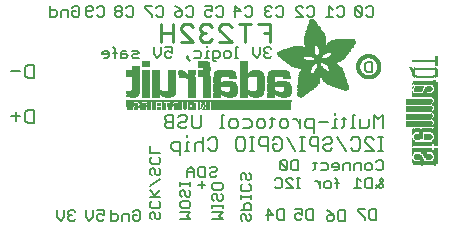
<source format=gbr>
G04 EAGLE Gerber RS-274X export*
G75*
%MOMM*%
%FSLAX34Y34*%
%LPD*%
%INSilkscreen Bottom*%
%IPPOS*%
%AMOC8*
5,1,8,0,0,1.08239X$1,22.5*%
G01*
%ADD10C,0.152400*%
%ADD11C,0.127000*%
%ADD12C,0.228600*%
%ADD13C,0.304800*%
%ADD14C,0.203200*%
%ADD15R,6.839700X0.016800*%
%ADD16R,0.268300X0.016800*%
%ADD17R,0.268200X0.016800*%
%ADD18R,0.251500X0.016800*%
%ADD19R,0.301800X0.016800*%
%ADD20R,0.251400X0.016800*%
%ADD21R,0.285000X0.016800*%
%ADD22R,0.301700X0.016800*%
%ADD23R,0.419100X0.016800*%
%ADD24R,0.318500X0.016800*%
%ADD25R,0.586700X0.016800*%
%ADD26R,0.586800X0.016800*%
%ADD27R,6.839700X0.016700*%
%ADD28R,0.268300X0.016700*%
%ADD29R,0.251400X0.016700*%
%ADD30R,0.251500X0.016700*%
%ADD31R,0.301800X0.016700*%
%ADD32R,0.285000X0.016700*%
%ADD33R,0.301700X0.016700*%
%ADD34R,0.419100X0.016700*%
%ADD35R,0.318500X0.016700*%
%ADD36R,0.586700X0.016700*%
%ADD37R,0.586800X0.016700*%
%ADD38R,0.318600X0.016800*%
%ADD39R,0.569900X0.016800*%
%ADD40R,0.335300X0.016800*%
%ADD41R,0.234700X0.016800*%
%ADD42R,0.234700X0.016700*%
%ADD43R,0.016700X0.016700*%
%ADD44R,0.318600X0.016700*%
%ADD45R,0.569900X0.016700*%
%ADD46R,0.335300X0.016700*%
%ADD47R,0.217900X0.016800*%
%ADD48R,0.033500X0.016800*%
%ADD49R,0.570000X0.016800*%
%ADD50R,0.201100X0.016700*%
%ADD51R,0.050300X0.016700*%
%ADD52R,0.670500X0.016700*%
%ADD53R,1.005800X0.016700*%
%ADD54R,0.570000X0.016700*%
%ADD55R,0.201100X0.016800*%
%ADD56R,0.067000X0.016800*%
%ADD57R,0.670500X0.016800*%
%ADD58R,1.005800X0.016800*%
%ADD59R,0.184400X0.016800*%
%ADD60R,0.989000X0.016800*%
%ADD61R,0.184400X0.016700*%
%ADD62R,0.067000X0.016700*%
%ADD63R,0.989000X0.016700*%
%ADD64R,0.167600X0.016800*%
%ADD65R,0.083800X0.016800*%
%ADD66R,0.637000X0.016800*%
%ADD67R,0.955500X0.016800*%
%ADD68R,0.150800X0.016800*%
%ADD69R,0.100600X0.016800*%
%ADD70R,0.536400X0.016800*%
%ADD71R,0.854900X0.016800*%
%ADD72R,0.150800X0.016700*%
%ADD73R,0.100600X0.016700*%
%ADD74R,0.352000X0.016700*%
%ADD75R,0.435900X0.016700*%
%ADD76R,0.402400X0.016700*%
%ADD77R,0.368800X0.016700*%
%ADD78R,0.134100X0.016800*%
%ADD79R,0.117300X0.016800*%
%ADD80R,0.435900X0.016800*%
%ADD81R,0.368900X0.016800*%
%ADD82R,0.603500X0.016800*%
%ADD83R,0.134100X0.016700*%
%ADD84R,0.117300X0.016700*%
%ADD85R,0.452600X0.016700*%
%ADD86R,0.620300X0.016700*%
%ADD87R,0.284900X0.016800*%
%ADD88R,0.486200X0.016800*%
%ADD89R,0.653800X0.016800*%
%ADD90R,0.804700X0.016800*%
%ADD91R,0.150900X0.016700*%
%ADD92R,0.268200X0.016700*%
%ADD93R,0.737600X0.016700*%
%ADD94R,0.603500X0.016700*%
%ADD95R,0.922000X0.016700*%
%ADD96R,0.150900X0.016800*%
%ADD97R,0.821400X0.016800*%
%ADD98R,0.972300X0.016800*%
%ADD99R,0.989100X0.016800*%
%ADD100R,0.083800X0.016700*%
%ADD101R,0.167600X0.016700*%
%ADD102R,0.821400X0.016700*%
%ADD103R,0.989100X0.016700*%
%ADD104R,0.201200X0.016700*%
%ADD105R,0.050300X0.016800*%
%ADD106R,0.201200X0.016800*%
%ADD107R,0.217900X0.016700*%
%ADD108R,0.284900X0.016700*%
%ADD109R,0.352100X0.016800*%
%ADD110R,0.620300X0.016800*%
%ADD111R,0.385600X0.016800*%
%ADD112R,0.335200X0.016800*%
%ADD113R,0.385600X0.016700*%
%ADD114R,0.687400X0.016700*%
%ADD115R,13.998000X0.016800*%
%ADD116R,13.998000X0.016700*%
%ADD117R,0.637000X0.016700*%
%ADD118R,0.486100X0.016700*%
%ADD119R,0.637100X0.016700*%
%ADD120R,0.519700X0.016700*%
%ADD121R,0.536500X0.016700*%
%ADD122R,0.787900X0.016800*%
%ADD123R,0.687400X0.016800*%
%ADD124R,0.771200X0.016800*%
%ADD125R,0.637100X0.016800*%
%ADD126R,0.720800X0.016800*%
%ADD127R,0.704100X0.016800*%
%ADD128R,0.754400X0.016800*%
%ADD129R,0.838200X0.016700*%
%ADD130R,0.871800X0.016700*%
%ADD131R,0.871700X0.016700*%
%ADD132R,0.402400X0.016800*%
%ADD133R,0.922100X0.016800*%
%ADD134R,0.938800X0.016800*%
%ADD135R,0.938800X0.016700*%
%ADD136R,1.022600X0.016700*%
%ADD137R,0.972400X0.016700*%
%ADD138R,0.972300X0.016700*%
%ADD139R,0.469400X0.016800*%
%ADD140R,1.072900X0.016800*%
%ADD141R,1.022600X0.016800*%
%ADD142R,1.005900X0.016800*%
%ADD143R,0.502900X0.016800*%
%ADD144R,1.123200X0.016800*%
%ADD145R,1.056200X0.016800*%
%ADD146R,1.123100X0.016800*%
%ADD147R,1.139900X0.016700*%
%ADD148R,1.089600X0.016700*%
%ADD149R,0.553200X0.016800*%
%ADD150R,1.190200X0.016800*%
%ADD151R,1.190300X0.016800*%
%ADD152R,1.039400X0.016800*%
%ADD153R,1.223700X0.016800*%
%ADD154R,1.173500X0.016800*%
%ADD155R,1.223800X0.016800*%
%ADD156R,1.240500X0.016700*%
%ADD157R,1.173500X0.016700*%
%ADD158R,1.240600X0.016700*%
%ADD159R,1.190300X0.016700*%
%ADD160R,1.056200X0.016700*%
%ADD161R,1.274100X0.016800*%
%ADD162R,1.274000X0.016800*%
%ADD163R,1.307600X0.016800*%
%ADD164R,1.257300X0.016800*%
%ADD165R,1.324400X0.016800*%
%ADD166R,0.687300X0.016700*%
%ADD167R,1.324400X0.016700*%
%ADD168R,1.307500X0.016700*%
%ADD169R,1.274100X0.016700*%
%ADD170R,1.072900X0.016700*%
%ADD171R,2.011600X0.016800*%
%ADD172R,1.324300X0.016800*%
%ADD173R,1.978100X0.016800*%
%ADD174R,2.011600X0.016700*%
%ADD175R,1.357900X0.016700*%
%ADD176R,1.994900X0.016700*%
%ADD177R,1.341200X0.016700*%
%ADD178R,1.089700X0.016700*%
%ADD179R,0.754300X0.016800*%
%ADD180R,1.994900X0.016800*%
%ADD181R,1.995000X0.016800*%
%ADD182R,1.089700X0.016800*%
%ADD183R,0.787900X0.016700*%
%ADD184R,1.995000X0.016700*%
%ADD185R,2.028400X0.016800*%
%ADD186R,2.011700X0.016800*%
%ADD187R,1.106500X0.016800*%
%ADD188R,2.028400X0.016700*%
%ADD189R,2.011700X0.016700*%
%ADD190R,1.106500X0.016700*%
%ADD191R,0.888400X0.016800*%
%ADD192R,0.922000X0.016800*%
%ADD193R,0.938700X0.016700*%
%ADD194R,2.045200X0.016800*%
%ADD195R,0.938700X0.016800*%
%ADD196R,0.670600X0.016700*%
%ADD197R,0.888500X0.016700*%
%ADD198R,2.045200X0.016700*%
%ADD199R,0.888400X0.016700*%
%ADD200R,0.804600X0.016800*%
%ADD201R,2.028500X0.016800*%
%ADD202R,1.056100X0.016700*%
%ADD203R,0.771100X0.016700*%
%ADD204R,0.754300X0.016700*%
%ADD205R,2.028500X0.016700*%
%ADD206R,0.737700X0.016700*%
%ADD207R,1.072800X0.016800*%
%ADD208R,0.871700X0.016800*%
%ADD209R,0.737600X0.016800*%
%ADD210R,0.871800X0.016800*%
%ADD211R,1.089600X0.016800*%
%ADD212R,0.704000X0.016800*%
%ADD213R,0.687300X0.016800*%
%ADD214R,0.670600X0.016800*%
%ADD215R,1.123100X0.016700*%
%ADD216R,0.720800X0.016700*%
%ADD217R,0.653700X0.016700*%
%ADD218R,0.653800X0.016700*%
%ADD219R,1.139900X0.016800*%
%ADD220R,1.173400X0.016800*%
%ADD221R,1.190200X0.016700*%
%ADD222R,1.207000X0.016800*%
%ADD223R,1.240500X0.016800*%
%ADD224R,0.469400X0.016700*%
%ADD225R,1.274000X0.016700*%
%ADD226R,0.519600X0.016800*%
%ADD227R,1.341100X0.016800*%
%ADD228R,0.771200X0.016700*%
%ADD229R,1.374600X0.016700*%
%ADD230R,0.838200X0.016800*%
%ADD231R,1.391400X0.016800*%
%ADD232R,1.424900X0.016800*%
%ADD233R,1.441700X0.016700*%
%ADD234R,1.475200X0.016800*%
%ADD235R,1.491900X0.016700*%
%ADD236R,1.525500X0.016800*%
%ADD237R,1.559000X0.016700*%
%ADD238R,1.575800X0.016800*%
%ADD239R,1.307600X0.016700*%
%ADD240R,1.592500X0.016700*%
%ADD241R,1.374700X0.016800*%
%ADD242R,1.609300X0.016800*%
%ADD243R,1.408200X0.016800*%
%ADD244R,1.626100X0.016800*%
%ADD245R,1.626100X0.016700*%
%ADD246R,1.508800X0.016800*%
%ADD247R,1.659600X0.016800*%
%ADD248R,1.559000X0.016800*%
%ADD249R,1.676400X0.016800*%
%ADD250R,1.575800X0.016700*%
%ADD251R,1.676400X0.016700*%
%ADD252R,1.978100X0.016700*%
%ADD253R,1.693100X0.016800*%
%ADD254R,1.642800X0.016800*%
%ADD255R,1.709900X0.016800*%
%ADD256R,1.961300X0.016800*%
%ADD257R,1.726600X0.016700*%
%ADD258R,1.961300X0.016700*%
%ADD259R,1.693200X0.016800*%
%ADD260R,1.726600X0.016800*%
%ADD261R,1.944600X0.016800*%
%ADD262R,1.726700X0.016700*%
%ADD263R,1.743400X0.016700*%
%ADD264R,1.944600X0.016700*%
%ADD265R,1.726700X0.016800*%
%ADD266R,1.760200X0.016800*%
%ADD267R,1.927800X0.016800*%
%ADD268R,1.911000X0.016800*%
%ADD269R,1.793700X0.016700*%
%ADD270R,1.776900X0.016700*%
%ADD271R,1.911100X0.016700*%
%ADD272R,1.894300X0.016700*%
%ADD273R,1.793800X0.016800*%
%ADD274R,1.776900X0.016800*%
%ADD275R,1.911100X0.016800*%
%ADD276R,1.894300X0.016800*%
%ADD277R,1.827300X0.016800*%
%ADD278R,1.810500X0.016800*%
%ADD279R,1.877500X0.016800*%
%ADD280R,1.844100X0.016700*%
%ADD281R,1.810500X0.016700*%
%ADD282R,1.860800X0.016700*%
%ADD283R,1.844000X0.016700*%
%ADD284R,1.860900X0.016800*%
%ADD285R,1.844000X0.016800*%
%ADD286R,1.827200X0.016800*%
%ADD287R,1.860800X0.016800*%
%ADD288R,1.793700X0.016800*%
%ADD289R,1.877600X0.016700*%
%ADD290R,1.827200X0.016700*%
%ADD291R,1.927800X0.016700*%
%ADD292R,1.927900X0.016800*%
%ADD293R,1.944700X0.016700*%
%ADD294R,1.877500X0.016700*%
%ADD295R,1.961400X0.016800*%
%ADD296R,1.961400X0.016700*%
%ADD297R,1.978200X0.016800*%
%ADD298R,1.911000X0.016700*%
%ADD299R,0.620200X0.016800*%
%ADD300R,1.425000X0.016800*%
%ADD301R,0.620200X0.016700*%
%ADD302R,1.425000X0.016700*%
%ADD303R,0.653700X0.016800*%
%ADD304R,0.704100X0.016700*%
%ADD305R,0.804700X0.016700*%
%ADD306R,0.905200X0.016800*%
%ADD307R,1.894400X0.016800*%
%ADD308R,1.927900X0.016700*%
%ADD309R,1.877600X0.016800*%
%ADD310R,3.889300X0.016800*%
%ADD311R,3.872500X0.016700*%
%ADD312R,3.872500X0.016800*%
%ADD313R,3.855700X0.016700*%
%ADD314R,0.754400X0.016700*%
%ADD315R,3.855700X0.016800*%
%ADD316R,3.839000X0.016800*%
%ADD317R,0.720900X0.016800*%
%ADD318R,3.822200X0.016700*%
%ADD319R,2.715700X0.016800*%
%ADD320R,2.632000X0.016800*%
%ADD321R,1.290800X0.016800*%
%ADD322R,2.615200X0.016700*%
%ADD323R,1.257300X0.016700*%
%ADD324R,2.581700X0.016800*%
%ADD325R,1.240600X0.016800*%
%ADD326R,2.564900X0.016800*%
%ADD327R,1.760300X0.016800*%
%ADD328R,2.531400X0.016700*%
%ADD329R,1.156700X0.016700*%
%ADD330R,2.514600X0.016800*%
%ADD331R,0.955600X0.016800*%
%ADD332R,2.497800X0.016800*%
%ADD333R,1.659700X0.016800*%
%ADD334R,2.464300X0.016700*%
%ADD335R,1.039300X0.016700*%
%ADD336R,2.447500X0.016800*%
%ADD337R,1.592500X0.016800*%
%ADD338R,0.536500X0.016800*%
%ADD339R,2.430800X0.016700*%
%ADD340R,1.559100X0.016700*%
%ADD341R,1.542300X0.016700*%
%ADD342R,0.502900X0.016700*%
%ADD343R,2.414000X0.016800*%
%ADD344R,0.905300X0.016800*%
%ADD345R,1.508700X0.016800*%
%ADD346R,0.888500X0.016800*%
%ADD347R,2.397300X0.016800*%
%ADD348R,1.441700X0.016800*%
%ADD349R,0.452700X0.016800*%
%ADD350R,1.290900X0.016700*%
%ADD351R,1.156700X0.016800*%
%ADD352R,0.855000X0.016800*%
%ADD353R,1.123200X0.016700*%
%ADD354R,0.720900X0.016700*%
%ADD355R,1.106400X0.016800*%
%ADD356R,1.106400X0.016700*%
%ADD357R,0.771100X0.016800*%
%ADD358R,0.435800X0.016700*%
%ADD359R,1.592600X0.016700*%
%ADD360R,0.435800X0.016800*%
%ADD361R,1.642900X0.016800*%
%ADD362R,0.402300X0.016800*%
%ADD363R,1.793800X0.016700*%
%ADD364R,0.368800X0.016800*%
%ADD365R,1.056100X0.016800*%
%ADD366R,1.039400X0.016700*%
%ADD367R,2.078800X0.016800*%
%ADD368R,0.335200X0.016700*%
%ADD369R,2.145800X0.016700*%
%ADD370R,2.162600X0.016800*%
%ADD371R,0.352000X0.016800*%
%ADD372R,2.212800X0.016800*%
%ADD373R,2.279900X0.016700*%
%ADD374R,2.330200X0.016800*%
%ADD375R,2.799500X0.016800*%
%ADD376R,2.816300X0.016700*%
%ADD377R,0.955500X0.016700*%
%ADD378R,2.849900X0.016800*%
%ADD379R,2.916900X0.016800*%
%ADD380R,4.224500X0.016700*%
%ADD381R,4.291600X0.016800*%
%ADD382R,4.409000X0.016800*%
%ADD383R,4.509500X0.016700*%
%ADD384R,4.526300X0.016800*%
%ADD385R,4.626800X0.016700*%
%ADD386R,4.693900X0.016800*%
%ADD387R,4.727400X0.016800*%
%ADD388R,2.548200X0.016700*%
%ADD389R,2.179300X0.016700*%
%ADD390R,2.430800X0.016800*%
%ADD391R,2.414000X0.016700*%
%ADD392R,2.414100X0.016800*%
%ADD393R,2.430700X0.016700*%
%ADD394R,2.447600X0.016700*%
%ADD395R,1.559100X0.016800*%
%ADD396R,1.525500X0.016700*%
%ADD397R,1.492000X0.016800*%
%ADD398R,1.491900X0.016800*%
%ADD399R,1.458500X0.016700*%
%ADD400R,2.061900X0.016800*%
%ADD401R,1.408100X0.016700*%
%ADD402R,0.905200X0.016700*%
%ADD403R,2.112300X0.016700*%
%ADD404R,2.179300X0.016800*%
%ADD405R,1.408200X0.016700*%
%ADD406R,2.212900X0.016700*%
%ADD407R,1.140000X0.016800*%
%ADD408R,3.319300X0.016800*%
%ADD409R,1.374700X0.016700*%
%ADD410R,0.402300X0.016700*%
%ADD411R,3.302500X0.016700*%
%ADD412R,3.285700X0.016800*%
%ADD413R,1.357900X0.016800*%
%ADD414R,3.269000X0.016800*%
%ADD415R,3.285800X0.016700*%
%ADD416R,3.268900X0.016800*%
%ADD417R,0.452700X0.016700*%
%ADD418R,3.268900X0.016700*%
%ADD419R,1.391400X0.016700*%
%ADD420R,3.269000X0.016700*%
%ADD421R,1.374600X0.016800*%
%ADD422R,0.519700X0.016800*%
%ADD423R,3.252200X0.016800*%
%ADD424R,3.235400X0.016800*%
%ADD425R,3.235400X0.016700*%
%ADD426R,3.218600X0.016800*%
%ADD427R,3.201900X0.016800*%
%ADD428R,3.201900X0.016700*%
%ADD429R,1.458500X0.016800*%
%ADD430R,1.525600X0.016800*%
%ADD431R,3.185100X0.016800*%
%ADD432R,2.531300X0.016700*%
%ADD433R,3.168400X0.016700*%
%ADD434R,2.531300X0.016800*%
%ADD435R,3.151600X0.016800*%
%ADD436R,2.548100X0.016800*%
%ADD437R,3.134900X0.016800*%
%ADD438R,2.564900X0.016700*%
%ADD439R,3.118100X0.016700*%
%ADD440R,2.581600X0.016800*%
%ADD441R,3.101400X0.016800*%
%ADD442R,2.598400X0.016700*%
%ADD443R,3.067900X0.016700*%
%ADD444R,2.598400X0.016800*%
%ADD445R,3.034300X0.016800*%
%ADD446R,2.615100X0.016800*%
%ADD447R,3.000800X0.016800*%
%ADD448R,2.631900X0.016700*%
%ADD449R,2.950500X0.016700*%
%ADD450R,2.648700X0.016800*%
%ADD451R,2.900200X0.016800*%
%ADD452R,2.665500X0.016800*%
%ADD453R,2.682200X0.016700*%
%ADD454R,2.799600X0.016700*%
%ADD455R,2.699000X0.016800*%
%ADD456R,2.732500X0.016800*%
%ADD457R,2.749300X0.016700*%
%ADD458R,2.632000X0.016700*%
%ADD459R,2.749300X0.016800*%
%ADD460R,2.766100X0.016700*%
%ADD461R,2.766100X0.016800*%
%ADD462R,2.481100X0.016800*%
%ADD463R,2.782900X0.016800*%
%ADD464R,2.380500X0.016700*%
%ADD465R,2.833100X0.016800*%
%ADD466R,1.592600X0.016800*%
%ADD467R,2.849900X0.016700*%
%ADD468R,2.883400X0.016800*%
%ADD469R,2.917000X0.016700*%
%ADD470R,2.933700X0.016800*%
%ADD471R,2.967200X0.016800*%
%ADD472R,2.967200X0.016700*%
%ADD473R,3.017500X0.016700*%
%ADD474R,3.051000X0.016800*%
%ADD475R,0.788000X0.016800*%
%ADD476R,3.084600X0.016800*%
%ADD477R,2.397300X0.016700*%
%ADD478R,2.397200X0.016800*%
%ADD479R,1.760200X0.016700*%
%ADD480R,2.397200X0.016700*%
%ADD481R,1.827300X0.016700*%
%ADD482R,2.380500X0.016800*%
%ADD483R,2.363700X0.016800*%
%ADD484R,2.363700X0.016700*%
%ADD485R,2.346900X0.016800*%
%ADD486R,2.296600X0.016700*%
%ADD487R,2.279900X0.016800*%
%ADD488R,2.246300X0.016800*%
%ADD489R,2.229600X0.016700*%
%ADD490R,2.129100X0.016800*%
%ADD491R,2.112300X0.016800*%
%ADD492R,1.609300X0.016700*%
%ADD493R,1.743400X0.016800*%
%ADD494R,1.693100X0.016700*%
%ADD495R,1.659700X0.016700*%
%ADD496R,1.575900X0.016800*%
%ADD497R,1.575900X0.016700*%
%ADD498R,1.475200X0.016700*%
%ADD499R,1.324300X0.016700*%
%ADD500R,1.290800X0.016700*%
%ADD501R,1.207000X0.016700*%
%ADD502R,0.854900X0.016700*%
%ADD503R,0.821500X0.016700*%
%ADD504R,0.821500X0.016800*%
%ADD505R,0.218000X0.016800*%
%ADD506R,0.022863X0.462278*%
%ADD507R,0.022863X0.462281*%
%ADD508R,0.022863X0.436881*%
%ADD509R,0.023113X0.462278*%
%ADD510R,0.023113X0.462281*%
%ADD511R,0.023113X0.436881*%
%ADD512R,0.023116X0.462278*%
%ADD513R,0.023116X0.462281*%
%ADD514R,0.023116X0.436881*%
%ADD515R,0.023113X0.022863*%
%ADD516R,0.023116X0.091441*%
%ADD517R,0.023113X0.139700*%
%ADD518R,0.023116X0.185419*%
%ADD519R,0.023113X0.254000*%
%ADD520R,0.023113X0.299719*%
%ADD521R,0.023116X0.345438*%
%ADD522R,0.023113X0.391159*%
%ADD523R,0.023116X0.393700*%
%ADD524R,0.022863X0.325119*%
%ADD525R,0.022863X0.599438*%
%ADD526R,0.022863X0.622300*%
%ADD527R,0.022863X0.530859*%
%ADD528R,0.022863X0.439422*%
%ADD529R,0.022863X0.231138*%
%ADD530R,0.022863X0.071119*%
%ADD531R,0.022863X0.533400*%
%ADD532R,0.022863X0.208281*%
%ADD533R,0.023113X0.345441*%
%ADD534R,0.023113X0.576578*%
%ADD535R,0.023113X0.599438*%
%ADD536R,0.023113X0.508000*%
%ADD537R,0.023113X0.416563*%
%ADD538R,0.023113X0.208278*%
%ADD539R,0.023113X0.553722*%
%ADD540R,0.023113X0.208281*%
%ADD541R,0.023116X0.345441*%
%ADD542R,0.023116X0.530859*%
%ADD543R,0.023116X0.370841*%
%ADD544R,0.023116X0.162559*%
%ADD545R,0.023116X0.576581*%
%ADD546R,0.023116X0.208281*%
%ADD547R,0.023113X0.322578*%
%ADD548R,0.023113X0.485137*%
%ADD549R,0.023113X0.416559*%
%ADD550R,0.023113X0.347981*%
%ADD551R,0.023113X0.116838*%
%ADD552R,0.023113X0.647700*%
%ADD553R,0.023116X0.322581*%
%ADD554R,0.023116X0.485137*%
%ADD555R,0.023116X0.093978*%
%ADD556R,0.023116X0.231141*%
%ADD557R,0.023116X0.693419*%
%ADD558R,0.023113X0.322581*%
%ADD559R,0.023113X0.439419*%
%ADD560R,0.023113X0.370841*%
%ADD561R,0.023113X0.299722*%
%ADD562R,0.023113X0.045719*%
%ADD563R,0.023113X0.739138*%
%ADD564R,0.023113X0.414019*%
%ADD565R,0.023113X0.347978*%
%ADD566R,0.023113X0.762000*%
%ADD567R,0.023116X0.414019*%
%ADD568R,0.023116X0.182881*%
%ADD569R,0.023116X0.347978*%
%ADD570R,0.023116X0.276863*%
%ADD571R,0.023116X0.116841*%
%ADD572R,0.023116X0.276859*%
%ADD573R,0.023116X0.784863*%
%ADD574R,0.023113X0.325119*%
%ADD575R,0.023113X0.276863*%
%ADD576R,0.023113X0.276859*%
%ADD577R,0.023116X0.325119*%
%ADD578R,0.023116X0.391159*%
%ADD579R,0.023116X0.302259*%
%ADD580R,0.023116X0.254000*%
%ADD581R,0.023113X0.302259*%
%ADD582R,0.023113X0.393700*%
%ADD583R,0.023113X0.231141*%
%ADD584R,0.022863X0.302259*%
%ADD585R,0.022863X0.439419*%
%ADD586R,0.022863X0.368300*%
%ADD587R,0.022863X0.391159*%
%ADD588R,0.022863X0.416559*%
%ADD589R,0.022863X0.276863*%
%ADD590R,0.022863X0.205741*%
%ADD591R,0.023113X0.368300*%
%ADD592R,0.023113X0.205741*%
%ADD593R,0.023116X0.368300*%
%ADD594R,0.023116X0.205741*%
%ADD595R,0.023113X0.182881*%
%ADD596R,0.022863X0.276859*%
%ADD597R,0.022863X0.182881*%
%ADD598R,0.023113X0.924559*%
%ADD599R,0.023116X0.924559*%
%ADD600R,0.023113X0.901700*%
%ADD601R,0.023116X0.901700*%
%ADD602R,0.023113X0.878841*%
%ADD603R,0.023116X0.855981*%
%ADD604R,0.023113X0.833119*%
%ADD605R,0.022863X0.787400*%
%ADD606R,0.022863X0.414019*%
%ADD607R,0.022863X0.924559*%
%ADD608R,0.023113X0.739141*%
%ADD609R,0.023116X0.716281*%
%ADD610R,0.023116X0.299722*%
%ADD611R,0.023113X0.670559*%
%ADD612R,0.023116X0.647700*%
%ADD613R,0.023116X0.508000*%
%ADD614R,0.023116X0.299719*%
%ADD615R,0.023113X0.601981*%
%ADD616R,0.023113X0.530859*%
%ADD617R,0.023113X0.231138*%
%ADD618R,0.023113X0.556259*%
%ADD619R,0.023113X0.185419*%
%ADD620R,0.023116X0.533400*%
%ADD621R,0.023116X0.599438*%
%ADD622R,0.023116X0.416563*%
%ADD623R,0.023116X0.116838*%
%ADD624R,0.023113X0.485141*%
%ADD625R,0.023113X0.645159*%
%ADD626R,0.023113X0.716278*%
%ADD627R,0.022863X0.393700*%
%ADD628R,0.022863X0.762000*%
%ADD629R,0.022863X0.624841*%
%ADD630R,0.023113X0.784859*%
%ADD631R,0.023113X0.693422*%
%ADD632R,0.023116X0.830578*%
%ADD633R,0.023116X0.739141*%
%ADD634R,0.023113X0.876300*%
%ADD635R,0.023113X0.807722*%
%ADD636R,0.023116X0.899159*%
%ADD637R,0.023116X0.878841*%
%ADD638R,0.023113X0.922019*%
%ADD639R,0.023113X0.947419*%
%ADD640R,0.023116X0.970278*%
%ADD641R,0.023113X0.970278*%
%ADD642R,0.023116X0.439419*%
%ADD643R,0.022863X0.299722*%
%ADD644R,0.023116X0.416559*%
%ADD645R,0.023116X0.347981*%
%ADD646R,0.023113X0.137159*%
%ADD647R,0.023113X0.093978*%
%ADD648R,0.023113X0.091441*%
%ADD649R,0.023113X0.093981*%
%ADD650R,0.023113X0.114300*%
%ADD651R,0.023116X0.045719*%
%ADD652R,0.023116X0.045722*%
%ADD653R,0.023113X0.071119*%
%ADD654R,0.023113X0.116841*%
%ADD655R,0.023116X0.139700*%
%ADD656R,0.022863X0.322581*%
%ADD657R,0.022863X0.345441*%
%ADD658R,0.022863X0.162559*%
%ADD659R,0.022863X0.576581*%
%ADD660R,0.023113X0.668019*%
%ADD661R,0.023113X0.533400*%
%ADD662R,0.023116X1.455419*%
%ADD663R,0.023116X5.519419*%
%ADD664R,0.023113X1.455419*%
%ADD665R,0.023113X5.519419*%
%ADD666R,0.023116X5.494019*%
%ADD667R,0.023113X1.430019*%
%ADD668R,0.023113X5.494019*%
%ADD669R,0.023116X1.430019*%
%ADD670R,0.023116X5.471159*%
%ADD671R,0.023116X0.762000*%
%ADD672R,0.023113X1.407159*%
%ADD673R,0.023113X5.471159*%
%ADD674R,0.022863X1.384300*%
%ADD675R,0.022863X5.448300*%
%ADD676R,0.022863X0.716278*%
%ADD677R,0.022863X0.878841*%
%ADD678R,0.023113X1.361438*%
%ADD679R,0.023113X5.425438*%
%ADD680R,0.023116X1.338578*%
%ADD681R,0.023116X5.402578*%
%ADD682R,0.023116X0.624841*%
%ADD683R,0.023113X1.292859*%
%ADD684R,0.023113X5.356859*%
%ADD685R,0.023116X1.224278*%
%ADD686R,0.023116X5.288278*%


D10*
X332613Y101727D02*
X332613Y112913D01*
X328885Y109184D01*
X325156Y112913D01*
X325156Y101727D01*
X320919Y103591D02*
X320919Y109184D01*
X320919Y103591D02*
X319055Y101727D01*
X313462Y101727D01*
X313462Y109184D01*
X309225Y112913D02*
X307361Y112913D01*
X307361Y101727D01*
X309225Y101727D02*
X305497Y101727D01*
X299565Y103591D02*
X299565Y111048D01*
X299565Y103591D02*
X297701Y101727D01*
X297701Y109184D02*
X301429Y109184D01*
X293633Y109184D02*
X291769Y109184D01*
X291769Y101727D01*
X293633Y101727D02*
X289905Y101727D01*
X291769Y112913D02*
X291769Y114777D01*
X285837Y107320D02*
X278380Y107320D01*
X274143Y109184D02*
X274143Y97999D01*
X274143Y109184D02*
X268550Y109184D01*
X266686Y107320D01*
X266686Y103591D01*
X268550Y101727D01*
X274143Y101727D01*
X262449Y101727D02*
X262449Y109184D01*
X262449Y105456D02*
X258721Y109184D01*
X256856Y109184D01*
X250840Y101727D02*
X247112Y101727D01*
X245247Y103591D01*
X245247Y107320D01*
X247112Y109184D01*
X250840Y109184D01*
X252704Y107320D01*
X252704Y103591D01*
X250840Y101727D01*
X239146Y103591D02*
X239146Y111048D01*
X239146Y103591D02*
X237282Y101727D01*
X237282Y109184D02*
X241010Y109184D01*
X231350Y101727D02*
X227622Y101727D01*
X225757Y103591D01*
X225757Y107320D01*
X227622Y109184D01*
X231350Y109184D01*
X233214Y107320D01*
X233214Y103591D01*
X231350Y101727D01*
X219656Y109184D02*
X214063Y109184D01*
X219656Y109184D02*
X221520Y107320D01*
X221520Y103591D01*
X219656Y101727D01*
X214063Y101727D01*
X207962Y101727D02*
X204234Y101727D01*
X202369Y103591D01*
X202369Y107320D01*
X204234Y109184D01*
X207962Y109184D01*
X209826Y107320D01*
X209826Y103591D01*
X207962Y101727D01*
X198132Y112913D02*
X196268Y112913D01*
X196268Y101727D01*
X198132Y101727D02*
X194404Y101727D01*
X178642Y103591D02*
X178642Y112913D01*
X178642Y103591D02*
X176778Y101727D01*
X173050Y101727D01*
X171185Y103591D01*
X171185Y112913D01*
X161356Y112913D02*
X159491Y111048D01*
X161356Y112913D02*
X165084Y112913D01*
X166949Y111048D01*
X166949Y109184D01*
X165084Y107320D01*
X161356Y107320D01*
X159491Y105456D01*
X159491Y103591D01*
X161356Y101727D01*
X165084Y101727D01*
X166949Y103591D01*
X155255Y101727D02*
X155255Y112913D01*
X149662Y112913D01*
X147798Y111048D01*
X147798Y109184D01*
X149662Y107320D01*
X147798Y105456D01*
X147798Y103591D01*
X149662Y101727D01*
X155255Y101727D01*
X155255Y107320D02*
X149662Y107320D01*
X328885Y82677D02*
X332613Y82677D01*
X330749Y82677D02*
X330749Y93863D01*
X332613Y93863D02*
X328885Y93863D01*
X324817Y82677D02*
X317360Y82677D01*
X324817Y82677D02*
X317360Y90134D01*
X317360Y91998D01*
X319224Y93863D01*
X322953Y93863D01*
X324817Y91998D01*
X307530Y93863D02*
X305666Y91998D01*
X307530Y93863D02*
X311259Y93863D01*
X313123Y91998D01*
X313123Y84541D01*
X311259Y82677D01*
X307530Y82677D01*
X305666Y84541D01*
X301429Y82677D02*
X293972Y93863D01*
X284142Y93863D02*
X282278Y91998D01*
X284142Y93863D02*
X287871Y93863D01*
X289735Y91998D01*
X289735Y90134D01*
X287871Y88270D01*
X284142Y88270D01*
X282278Y86406D01*
X282278Y84541D01*
X284142Y82677D01*
X287871Y82677D01*
X289735Y84541D01*
X278041Y82677D02*
X278041Y93863D01*
X272448Y93863D01*
X270584Y91998D01*
X270584Y88270D01*
X272448Y86406D01*
X278041Y86406D01*
X266347Y82677D02*
X262619Y82677D01*
X264483Y82677D02*
X264483Y93863D01*
X266347Y93863D02*
X262619Y93863D01*
X251094Y93863D02*
X258551Y82677D01*
X241265Y93863D02*
X239400Y91998D01*
X241265Y93863D02*
X244993Y93863D01*
X246857Y91998D01*
X246857Y84541D01*
X244993Y82677D01*
X241265Y82677D01*
X239400Y84541D01*
X239400Y88270D01*
X243129Y88270D01*
X235163Y82677D02*
X235163Y93863D01*
X229571Y93863D01*
X227706Y91998D01*
X227706Y88270D01*
X229571Y86406D01*
X235163Y86406D01*
X223469Y82677D02*
X219741Y82677D01*
X221605Y82677D02*
X221605Y93863D01*
X223469Y93863D02*
X219741Y93863D01*
X213809Y93863D02*
X210081Y93863D01*
X213809Y93863D02*
X215673Y91998D01*
X215673Y84541D01*
X213809Y82677D01*
X210081Y82677D01*
X208216Y84541D01*
X208216Y91998D01*
X210081Y93863D01*
X186693Y93863D02*
X184828Y91998D01*
X186693Y93863D02*
X190421Y93863D01*
X192285Y91998D01*
X192285Y84541D01*
X190421Y82677D01*
X186693Y82677D01*
X184828Y84541D01*
X180591Y82677D02*
X180591Y93863D01*
X178727Y90134D02*
X180591Y88270D01*
X178727Y90134D02*
X174999Y90134D01*
X173134Y88270D01*
X173134Y82677D01*
X168897Y90134D02*
X167033Y90134D01*
X167033Y82677D01*
X168897Y82677D02*
X165169Y82677D01*
X167033Y93863D02*
X167033Y95727D01*
X161102Y90134D02*
X161102Y78949D01*
X161102Y90134D02*
X155509Y90134D01*
X153644Y88270D01*
X153644Y84541D01*
X155509Y82677D01*
X161102Y82677D01*
D11*
X238125Y168705D02*
X236642Y170188D01*
X233676Y170188D01*
X232193Y168705D01*
X232193Y167222D01*
X233676Y165739D01*
X235159Y165739D01*
X233676Y165739D02*
X232193Y164256D01*
X232193Y162773D01*
X233676Y161290D01*
X236642Y161290D01*
X238125Y162773D01*
X228770Y164256D02*
X228770Y170188D01*
X228770Y164256D02*
X225804Y161290D01*
X222838Y164256D01*
X222838Y170188D01*
X210059Y170188D02*
X208577Y170188D01*
X208577Y161290D01*
X210059Y161290D02*
X207094Y161290D01*
X202340Y161290D02*
X199374Y161290D01*
X197891Y162773D01*
X197891Y165739D01*
X199374Y167222D01*
X202340Y167222D01*
X203823Y165739D01*
X203823Y162773D01*
X202340Y161290D01*
X191502Y158324D02*
X190019Y158324D01*
X188536Y159807D01*
X188536Y167222D01*
X192985Y167222D01*
X194467Y165739D01*
X194467Y162773D01*
X192985Y161290D01*
X188536Y161290D01*
X185112Y167222D02*
X183629Y167222D01*
X183629Y161290D01*
X185112Y161290D02*
X182146Y161290D01*
X183629Y170188D02*
X183629Y171671D01*
X177393Y167222D02*
X172944Y167222D01*
X177393Y167222D02*
X178876Y165739D01*
X178876Y162773D01*
X177393Y161290D01*
X172944Y161290D01*
X169520Y158324D02*
X166554Y161290D01*
X166554Y162773D01*
X168037Y162773D01*
X168037Y161290D01*
X166554Y161290D01*
X153928Y170188D02*
X147997Y170188D01*
X153928Y170188D02*
X153928Y165739D01*
X150963Y167222D01*
X149480Y167222D01*
X147997Y165739D01*
X147997Y162773D01*
X149480Y161290D01*
X152445Y161290D01*
X153928Y162773D01*
X144573Y164256D02*
X144573Y170188D01*
X144573Y164256D02*
X141607Y161290D01*
X138641Y164256D01*
X138641Y170188D01*
X125863Y161290D02*
X121414Y161290D01*
X119931Y162773D01*
X121414Y164256D01*
X124380Y164256D01*
X125863Y165739D01*
X124380Y167222D01*
X119931Y167222D01*
X115025Y167222D02*
X112059Y167222D01*
X110576Y165739D01*
X110576Y161290D01*
X115025Y161290D01*
X116508Y162773D01*
X115025Y164256D01*
X110576Y164256D01*
X105670Y161290D02*
X105670Y168705D01*
X104187Y170188D01*
X104187Y165739D02*
X107152Y165739D01*
X99433Y161290D02*
X96467Y161290D01*
X99433Y161290D02*
X100916Y162773D01*
X100916Y165739D01*
X99433Y167222D01*
X96467Y167222D01*
X94984Y165739D01*
X94984Y164256D01*
X100916Y164256D01*
X140753Y203630D02*
X142236Y205113D01*
X145202Y205113D01*
X146685Y203630D01*
X146685Y197698D01*
X145202Y196215D01*
X142236Y196215D01*
X140753Y197698D01*
X137330Y205113D02*
X131398Y205113D01*
X131398Y203630D01*
X137330Y197698D01*
X137330Y196215D01*
X215683Y203630D02*
X217166Y205113D01*
X220132Y205113D01*
X221615Y203630D01*
X221615Y197698D01*
X220132Y196215D01*
X217166Y196215D01*
X215683Y197698D01*
X207811Y196215D02*
X207811Y205113D01*
X212260Y200664D01*
X206328Y200664D01*
X242353Y203630D02*
X243836Y205113D01*
X246802Y205113D01*
X248285Y203630D01*
X248285Y197698D01*
X246802Y196215D01*
X243836Y196215D01*
X242353Y197698D01*
X238930Y203630D02*
X237447Y205113D01*
X234481Y205113D01*
X232998Y203630D01*
X232998Y202147D01*
X234481Y200664D01*
X235964Y200664D01*
X234481Y200664D02*
X232998Y199181D01*
X232998Y197698D01*
X234481Y196215D01*
X237447Y196215D01*
X238930Y197698D01*
X268388Y203630D02*
X269871Y205113D01*
X272837Y205113D01*
X274320Y203630D01*
X274320Y197698D01*
X272837Y196215D01*
X269871Y196215D01*
X268388Y197698D01*
X264965Y196215D02*
X259033Y196215D01*
X264965Y196215D02*
X259033Y202147D01*
X259033Y203630D01*
X260516Y205113D01*
X263482Y205113D01*
X264965Y203630D01*
X293788Y203630D02*
X295271Y205113D01*
X298237Y205113D01*
X299720Y203630D01*
X299720Y197698D01*
X298237Y196215D01*
X295271Y196215D01*
X293788Y197698D01*
X290365Y202147D02*
X287399Y205113D01*
X287399Y196215D01*
X290365Y196215D02*
X284433Y196215D01*
X318553Y203630D02*
X320036Y205113D01*
X323002Y205113D01*
X324485Y203630D01*
X324485Y197698D01*
X323002Y196215D01*
X320036Y196215D01*
X318553Y197698D01*
X315130Y197698D02*
X315130Y203630D01*
X313647Y205113D01*
X310681Y205113D01*
X309198Y203630D01*
X309198Y197698D01*
X310681Y196215D01*
X313647Y196215D01*
X315130Y197698D01*
X309198Y203630D01*
X116836Y205113D02*
X115353Y203630D01*
X116836Y205113D02*
X119802Y205113D01*
X121285Y203630D01*
X121285Y197698D01*
X119802Y196215D01*
X116836Y196215D01*
X115353Y197698D01*
X111930Y203630D02*
X110447Y205113D01*
X107481Y205113D01*
X105998Y203630D01*
X105998Y202147D01*
X107481Y200664D01*
X105998Y199181D01*
X105998Y197698D01*
X107481Y196215D01*
X110447Y196215D01*
X111930Y197698D01*
X111930Y199181D01*
X110447Y200664D01*
X111930Y202147D01*
X111930Y203630D01*
X110447Y200664D02*
X107481Y200664D01*
X92071Y205113D02*
X90588Y203630D01*
X92071Y205113D02*
X95037Y205113D01*
X96520Y203630D01*
X96520Y197698D01*
X95037Y196215D01*
X92071Y196215D01*
X90588Y197698D01*
X87165Y197698D02*
X85682Y196215D01*
X82716Y196215D01*
X81233Y197698D01*
X81233Y203630D01*
X82716Y205113D01*
X85682Y205113D01*
X87165Y203630D01*
X87165Y202147D01*
X85682Y200664D01*
X81233Y200664D01*
X166153Y203630D02*
X167636Y205113D01*
X170602Y205113D01*
X172085Y203630D01*
X172085Y197698D01*
X170602Y196215D01*
X167636Y196215D01*
X166153Y197698D01*
X159764Y203630D02*
X156798Y205113D01*
X159764Y203630D02*
X162730Y200664D01*
X162730Y197698D01*
X161247Y196215D01*
X158281Y196215D01*
X156798Y197698D01*
X156798Y199181D01*
X158281Y200664D01*
X162730Y200664D01*
X191553Y203630D02*
X193036Y205113D01*
X196002Y205113D01*
X197485Y203630D01*
X197485Y197698D01*
X196002Y196215D01*
X193036Y196215D01*
X191553Y197698D01*
X188130Y205113D02*
X182198Y205113D01*
X188130Y205113D02*
X188130Y200664D01*
X185164Y202147D01*
X183681Y202147D01*
X182198Y200664D01*
X182198Y197698D01*
X183681Y196215D01*
X186647Y196215D01*
X188130Y197698D01*
X71116Y205113D02*
X69633Y203630D01*
X71116Y205113D02*
X74082Y205113D01*
X75565Y203630D01*
X75565Y197698D01*
X74082Y196215D01*
X71116Y196215D01*
X69633Y197698D01*
X69633Y200664D01*
X72599Y200664D01*
X66210Y202147D02*
X66210Y196215D01*
X66210Y202147D02*
X61761Y202147D01*
X60278Y200664D01*
X60278Y196215D01*
X50923Y196215D02*
X50923Y205113D01*
X50923Y196215D02*
X55372Y196215D01*
X56855Y197698D01*
X56855Y200664D01*
X55372Y202147D01*
X50923Y202147D01*
X90418Y32393D02*
X96350Y32393D01*
X96350Y27944D01*
X93384Y29427D01*
X91901Y29427D01*
X90418Y27944D01*
X90418Y24978D01*
X91901Y23495D01*
X94867Y23495D01*
X96350Y24978D01*
X86995Y26461D02*
X86995Y32393D01*
X86995Y26461D02*
X84029Y23495D01*
X81063Y26461D01*
X81063Y32393D01*
X121131Y30910D02*
X122614Y32393D01*
X125580Y32393D01*
X127063Y30910D01*
X127063Y24978D01*
X125580Y23495D01*
X122614Y23495D01*
X121131Y24978D01*
X121131Y27944D01*
X124097Y27944D01*
X117708Y29427D02*
X117708Y23495D01*
X117708Y29427D02*
X113259Y29427D01*
X111776Y27944D01*
X111776Y23495D01*
X102421Y23495D02*
X102421Y32393D01*
X102421Y23495D02*
X106870Y23495D01*
X108352Y24978D01*
X108352Y27944D01*
X106870Y29427D01*
X102421Y29427D01*
X187960Y24759D02*
X196858Y24759D01*
X193892Y27725D01*
X196858Y30691D01*
X187960Y30691D01*
X187960Y34114D02*
X187960Y37080D01*
X187960Y35597D02*
X196858Y35597D01*
X196858Y34114D02*
X196858Y37080D01*
X196858Y44800D02*
X195375Y46283D01*
X196858Y44800D02*
X196858Y41834D01*
X195375Y40351D01*
X193892Y40351D01*
X192409Y41834D01*
X192409Y44800D01*
X190926Y46283D01*
X189443Y46283D01*
X187960Y44800D01*
X187960Y41834D01*
X189443Y40351D01*
X196858Y51189D02*
X196858Y54155D01*
X196858Y51189D02*
X195375Y49706D01*
X189443Y49706D01*
X187960Y51189D01*
X187960Y54155D01*
X189443Y55638D01*
X195375Y55638D01*
X196858Y54155D01*
X219505Y29188D02*
X220988Y27705D01*
X220988Y24739D01*
X219505Y23256D01*
X218022Y23256D01*
X216539Y24739D01*
X216539Y27705D01*
X215056Y29188D01*
X213573Y29188D01*
X212090Y27705D01*
X212090Y24739D01*
X213573Y23256D01*
X212090Y32611D02*
X220988Y32611D01*
X220988Y37060D01*
X219505Y38543D01*
X216539Y38543D01*
X215056Y37060D01*
X215056Y32611D01*
X212090Y41967D02*
X212090Y44932D01*
X212090Y43450D02*
X220988Y43450D01*
X220988Y44932D02*
X220988Y41967D01*
X220988Y52652D02*
X219505Y54135D01*
X220988Y52652D02*
X220988Y49686D01*
X219505Y48203D01*
X213573Y48203D01*
X212090Y49686D01*
X212090Y52652D01*
X213573Y54135D01*
X220988Y62007D02*
X219505Y63490D01*
X220988Y62007D02*
X220988Y59041D01*
X219505Y57559D01*
X218022Y57559D01*
X216539Y59041D01*
X216539Y62007D01*
X215056Y63490D01*
X213573Y63490D01*
X212090Y62007D01*
X212090Y59041D01*
X213573Y57559D01*
X248750Y33028D02*
X248750Y24130D01*
X244301Y24130D01*
X242818Y25613D01*
X242818Y31545D01*
X244301Y33028D01*
X248750Y33028D01*
X234946Y33028D02*
X234946Y24130D01*
X239395Y28579D02*
X234946Y33028D01*
X233463Y28579D02*
X239395Y28579D01*
X273515Y33028D02*
X273515Y24130D01*
X269066Y24130D01*
X267583Y25613D01*
X267583Y31545D01*
X269066Y33028D01*
X273515Y33028D01*
X264160Y33028D02*
X258228Y33028D01*
X264160Y33028D02*
X264160Y28579D01*
X261194Y30062D01*
X259711Y30062D01*
X258228Y28579D01*
X258228Y25613D01*
X259711Y24130D01*
X262677Y24130D01*
X264160Y25613D01*
X300185Y23495D02*
X300185Y32393D01*
X300185Y23495D02*
X295736Y23495D01*
X294253Y24978D01*
X294253Y30910D01*
X295736Y32393D01*
X300185Y32393D01*
X287864Y30910D02*
X284898Y32393D01*
X287864Y30910D02*
X290830Y27944D01*
X290830Y24978D01*
X289347Y23495D01*
X286381Y23495D01*
X284898Y24978D01*
X284898Y26461D01*
X286381Y27944D01*
X290830Y27944D01*
X326855Y24130D02*
X326855Y33028D01*
X326855Y24130D02*
X322406Y24130D01*
X320923Y25613D01*
X320923Y31545D01*
X322406Y33028D01*
X326855Y33028D01*
X317500Y33028D02*
X311568Y33028D01*
X311568Y31545D01*
X317500Y25613D01*
X317500Y24130D01*
X72220Y30910D02*
X70737Y32393D01*
X67771Y32393D01*
X66288Y30910D01*
X66288Y29427D01*
X67771Y27944D01*
X69254Y27944D01*
X67771Y27944D02*
X66288Y26461D01*
X66288Y24978D01*
X67771Y23495D01*
X70737Y23495D01*
X72220Y24978D01*
X62865Y26461D02*
X62865Y32393D01*
X62865Y26461D02*
X59899Y23495D01*
X56933Y26461D01*
X56933Y32393D01*
D12*
X237202Y174498D02*
X237202Y190005D01*
X226864Y190005D01*
X232033Y182252D02*
X237202Y182252D01*
X215661Y190005D02*
X215661Y174498D01*
X220830Y190005D02*
X210492Y190005D01*
X204459Y174498D02*
X194120Y174498D01*
X194120Y184836D02*
X204459Y174498D01*
X194120Y184836D02*
X194120Y187421D01*
X196705Y190005D01*
X201874Y190005D01*
X204459Y187421D01*
X188087Y187421D02*
X185503Y190005D01*
X180333Y190005D01*
X177749Y187421D01*
X177749Y184836D01*
X180333Y182252D01*
X182918Y182252D01*
X180333Y182252D02*
X177749Y179667D01*
X177749Y177083D01*
X180333Y174498D01*
X185503Y174498D01*
X188087Y177083D01*
X171716Y174498D02*
X161377Y174498D01*
X161377Y184836D02*
X171716Y174498D01*
X161377Y184836D02*
X161377Y187421D01*
X163962Y190005D01*
X169131Y190005D01*
X171716Y187421D01*
X155344Y190005D02*
X155344Y174498D01*
X155344Y182252D02*
X145006Y182252D01*
X145006Y190005D02*
X145006Y174498D01*
D11*
X142670Y30339D02*
X144153Y28856D01*
X144153Y25890D01*
X142670Y24407D01*
X141187Y24407D01*
X139704Y25890D01*
X139704Y28856D01*
X138221Y30339D01*
X136738Y30339D01*
X135255Y28856D01*
X135255Y25890D01*
X136738Y24407D01*
X144153Y38211D02*
X142670Y39694D01*
X144153Y38211D02*
X144153Y35245D01*
X142670Y33762D01*
X136738Y33762D01*
X135255Y35245D01*
X135255Y38211D01*
X136738Y39694D01*
X135255Y43117D02*
X144153Y43117D01*
X138221Y43117D02*
X144153Y49049D01*
X139704Y44600D02*
X135255Y49049D01*
X135255Y52472D02*
X144153Y58404D01*
X144153Y66276D02*
X142670Y67759D01*
X144153Y66276D02*
X144153Y63311D01*
X142670Y61828D01*
X141187Y61828D01*
X139704Y63311D01*
X139704Y66276D01*
X138221Y67759D01*
X136738Y67759D01*
X135255Y66276D01*
X135255Y63311D01*
X136738Y61828D01*
X144153Y75632D02*
X142670Y77115D01*
X144153Y75632D02*
X144153Y72666D01*
X142670Y71183D01*
X136738Y71183D01*
X135255Y72666D01*
X135255Y75632D01*
X136738Y77115D01*
X135255Y80538D02*
X144153Y80538D01*
X135255Y80538D02*
X135255Y86470D01*
X160655Y24759D02*
X169553Y24759D01*
X166587Y27725D01*
X169553Y30691D01*
X160655Y30691D01*
X169553Y35597D02*
X169553Y38563D01*
X169553Y35597D02*
X168070Y34114D01*
X162138Y34114D01*
X160655Y35597D01*
X160655Y38563D01*
X162138Y40046D01*
X168070Y40046D01*
X169553Y38563D01*
X169553Y47918D02*
X168070Y49401D01*
X169553Y47918D02*
X169553Y44952D01*
X168070Y43469D01*
X166587Y43469D01*
X165104Y44952D01*
X165104Y47918D01*
X163621Y49401D01*
X162138Y49401D01*
X160655Y47918D01*
X160655Y44952D01*
X162138Y43469D01*
X160655Y52824D02*
X160655Y55790D01*
X160655Y54307D02*
X169553Y54307D01*
X169553Y52824D02*
X169553Y55790D01*
X326808Y73455D02*
X328291Y74938D01*
X331257Y74938D01*
X332740Y73455D01*
X332740Y67523D01*
X331257Y66040D01*
X328291Y66040D01*
X326808Y67523D01*
X321902Y66040D02*
X318936Y66040D01*
X317453Y67523D01*
X317453Y70489D01*
X318936Y71972D01*
X321902Y71972D01*
X323385Y70489D01*
X323385Y67523D01*
X321902Y66040D01*
X314030Y66040D02*
X314030Y71972D01*
X309581Y71972D01*
X308098Y70489D01*
X308098Y66040D01*
X304674Y66040D02*
X304674Y71972D01*
X300226Y71972D01*
X298743Y70489D01*
X298743Y66040D01*
X293836Y66040D02*
X290870Y66040D01*
X293836Y66040D02*
X295319Y67523D01*
X295319Y70489D01*
X293836Y71972D01*
X290870Y71972D01*
X289388Y70489D01*
X289388Y69006D01*
X295319Y69006D01*
X284481Y71972D02*
X280032Y71972D01*
X284481Y71972D02*
X285964Y70489D01*
X285964Y67523D01*
X284481Y66040D01*
X280032Y66040D01*
X275126Y67523D02*
X275126Y73455D01*
X275126Y67523D02*
X273643Y66040D01*
X273643Y71972D02*
X276609Y71972D01*
X261017Y74938D02*
X261017Y66040D01*
X256568Y66040D01*
X255085Y67523D01*
X255085Y73455D01*
X256568Y74938D01*
X261017Y74938D01*
X251662Y73455D02*
X251662Y67523D01*
X251662Y73455D02*
X250179Y74938D01*
X247213Y74938D01*
X245730Y73455D01*
X245730Y67523D01*
X247213Y66040D01*
X250179Y66040D01*
X251662Y67523D01*
X245730Y73455D01*
X326808Y53766D02*
X329774Y50800D01*
X331257Y50800D01*
X332740Y52283D01*
X332740Y53766D01*
X329774Y56732D01*
X329774Y58215D01*
X331257Y59698D01*
X332740Y58215D01*
X332740Y56732D01*
X326808Y50800D01*
X323385Y50800D02*
X323385Y59698D01*
X323385Y50800D02*
X318936Y50800D01*
X317453Y52283D01*
X317453Y58215D01*
X318936Y59698D01*
X323385Y59698D01*
X314030Y56732D02*
X311064Y59698D01*
X311064Y50800D01*
X314030Y50800D02*
X308098Y50800D01*
X293836Y50800D02*
X293836Y58215D01*
X292353Y59698D01*
X292353Y55249D02*
X295319Y55249D01*
X287600Y50800D02*
X284634Y50800D01*
X283151Y52283D01*
X283151Y55249D01*
X284634Y56732D01*
X287600Y56732D01*
X289082Y55249D01*
X289082Y52283D01*
X287600Y50800D01*
X279727Y50800D02*
X279727Y56732D01*
X279727Y53766D02*
X276761Y56732D01*
X275279Y56732D01*
X262576Y50800D02*
X259610Y50800D01*
X261093Y50800D02*
X261093Y59698D01*
X262576Y59698D02*
X259610Y59698D01*
X256339Y50800D02*
X250408Y50800D01*
X256339Y50800D02*
X250408Y56732D01*
X250408Y58215D01*
X251891Y59698D01*
X254856Y59698D01*
X256339Y58215D01*
X242535Y59698D02*
X241052Y58215D01*
X242535Y59698D02*
X245501Y59698D01*
X246984Y58215D01*
X246984Y52283D01*
X245501Y50800D01*
X242535Y50800D01*
X241052Y52283D01*
X187321Y69223D02*
X185838Y67740D01*
X187321Y69223D02*
X190287Y69223D01*
X191770Y67740D01*
X191770Y66257D01*
X190287Y64774D01*
X187321Y64774D01*
X185838Y63291D01*
X185838Y61808D01*
X187321Y60325D01*
X190287Y60325D01*
X191770Y61808D01*
X182415Y60325D02*
X182415Y69223D01*
X182415Y60325D02*
X177966Y60325D01*
X176483Y61808D01*
X176483Y67740D01*
X177966Y69223D01*
X182415Y69223D01*
X173060Y66257D02*
X173060Y60325D01*
X173060Y66257D02*
X170094Y69223D01*
X167128Y66257D01*
X167128Y60325D01*
X167128Y64774D02*
X173060Y64774D01*
X176313Y53979D02*
X182245Y53979D01*
X179279Y56945D02*
X179279Y51013D01*
D13*
X311695Y153670D02*
X311698Y153890D01*
X311706Y154111D01*
X311719Y154331D01*
X311738Y154550D01*
X311763Y154769D01*
X311792Y154988D01*
X311827Y155205D01*
X311868Y155422D01*
X311913Y155638D01*
X311964Y155852D01*
X312020Y156065D01*
X312082Y156277D01*
X312148Y156487D01*
X312220Y156695D01*
X312297Y156902D01*
X312379Y157106D01*
X312465Y157309D01*
X312557Y157509D01*
X312654Y157708D01*
X312755Y157903D01*
X312862Y158096D01*
X312973Y158287D01*
X313088Y158474D01*
X313208Y158659D01*
X313333Y158841D01*
X313462Y159019D01*
X313596Y159195D01*
X313733Y159367D01*
X313875Y159535D01*
X314021Y159701D01*
X314171Y159862D01*
X314325Y160020D01*
X314483Y160174D01*
X314644Y160324D01*
X314810Y160470D01*
X314978Y160612D01*
X315150Y160749D01*
X315326Y160883D01*
X315504Y161012D01*
X315686Y161137D01*
X315871Y161257D01*
X316058Y161372D01*
X316249Y161483D01*
X316442Y161590D01*
X316637Y161691D01*
X316836Y161788D01*
X317036Y161880D01*
X317239Y161966D01*
X317443Y162048D01*
X317650Y162125D01*
X317858Y162197D01*
X318068Y162263D01*
X318280Y162325D01*
X318493Y162381D01*
X318707Y162432D01*
X318923Y162477D01*
X319140Y162518D01*
X319357Y162553D01*
X319576Y162582D01*
X319795Y162607D01*
X320014Y162626D01*
X320234Y162639D01*
X320455Y162647D01*
X320675Y162650D01*
X320895Y162647D01*
X321116Y162639D01*
X321336Y162626D01*
X321555Y162607D01*
X321774Y162582D01*
X321993Y162553D01*
X322210Y162518D01*
X322427Y162477D01*
X322643Y162432D01*
X322857Y162381D01*
X323070Y162325D01*
X323282Y162263D01*
X323492Y162197D01*
X323700Y162125D01*
X323907Y162048D01*
X324111Y161966D01*
X324314Y161880D01*
X324514Y161788D01*
X324713Y161691D01*
X324908Y161590D01*
X325101Y161483D01*
X325292Y161372D01*
X325479Y161257D01*
X325664Y161137D01*
X325846Y161012D01*
X326024Y160883D01*
X326200Y160749D01*
X326372Y160612D01*
X326540Y160470D01*
X326706Y160324D01*
X326867Y160174D01*
X327025Y160020D01*
X327179Y159862D01*
X327329Y159701D01*
X327475Y159535D01*
X327617Y159367D01*
X327754Y159195D01*
X327888Y159019D01*
X328017Y158841D01*
X328142Y158659D01*
X328262Y158474D01*
X328377Y158287D01*
X328488Y158096D01*
X328595Y157903D01*
X328696Y157708D01*
X328793Y157509D01*
X328885Y157309D01*
X328971Y157106D01*
X329053Y156902D01*
X329130Y156695D01*
X329202Y156487D01*
X329268Y156277D01*
X329330Y156065D01*
X329386Y155852D01*
X329437Y155638D01*
X329482Y155422D01*
X329523Y155205D01*
X329558Y154988D01*
X329587Y154769D01*
X329612Y154550D01*
X329631Y154331D01*
X329644Y154111D01*
X329652Y153890D01*
X329655Y153670D01*
X329652Y153450D01*
X329644Y153229D01*
X329631Y153009D01*
X329612Y152790D01*
X329587Y152571D01*
X329558Y152352D01*
X329523Y152135D01*
X329482Y151918D01*
X329437Y151702D01*
X329386Y151488D01*
X329330Y151275D01*
X329268Y151063D01*
X329202Y150853D01*
X329130Y150645D01*
X329053Y150438D01*
X328971Y150234D01*
X328885Y150031D01*
X328793Y149831D01*
X328696Y149632D01*
X328595Y149437D01*
X328488Y149244D01*
X328377Y149053D01*
X328262Y148866D01*
X328142Y148681D01*
X328017Y148499D01*
X327888Y148321D01*
X327754Y148145D01*
X327617Y147973D01*
X327475Y147805D01*
X327329Y147639D01*
X327179Y147478D01*
X327025Y147320D01*
X326867Y147166D01*
X326706Y147016D01*
X326540Y146870D01*
X326372Y146728D01*
X326200Y146591D01*
X326024Y146457D01*
X325846Y146328D01*
X325664Y146203D01*
X325479Y146083D01*
X325292Y145968D01*
X325101Y145857D01*
X324908Y145750D01*
X324713Y145649D01*
X324514Y145552D01*
X324314Y145460D01*
X324111Y145374D01*
X323907Y145292D01*
X323700Y145215D01*
X323492Y145143D01*
X323282Y145077D01*
X323070Y145015D01*
X322857Y144959D01*
X322643Y144908D01*
X322427Y144863D01*
X322210Y144822D01*
X321993Y144787D01*
X321774Y144758D01*
X321555Y144733D01*
X321336Y144714D01*
X321116Y144701D01*
X320895Y144693D01*
X320675Y144690D01*
X320455Y144693D01*
X320234Y144701D01*
X320014Y144714D01*
X319795Y144733D01*
X319576Y144758D01*
X319357Y144787D01*
X319140Y144822D01*
X318923Y144863D01*
X318707Y144908D01*
X318493Y144959D01*
X318280Y145015D01*
X318068Y145077D01*
X317858Y145143D01*
X317650Y145215D01*
X317443Y145292D01*
X317239Y145374D01*
X317036Y145460D01*
X316836Y145552D01*
X316637Y145649D01*
X316442Y145750D01*
X316249Y145857D01*
X316058Y145968D01*
X315871Y146083D01*
X315686Y146203D01*
X315504Y146328D01*
X315326Y146457D01*
X315150Y146591D01*
X314978Y146728D01*
X314810Y146870D01*
X314644Y147016D01*
X314483Y147166D01*
X314325Y147320D01*
X314171Y147478D01*
X314021Y147639D01*
X313875Y147805D01*
X313733Y147973D01*
X313596Y148145D01*
X313462Y148321D01*
X313333Y148499D01*
X313208Y148681D01*
X313088Y148866D01*
X312973Y149053D01*
X312862Y149244D01*
X312755Y149437D01*
X312654Y149632D01*
X312557Y149831D01*
X312465Y150031D01*
X312379Y150234D01*
X312297Y150438D01*
X312220Y150645D01*
X312148Y150853D01*
X312082Y151063D01*
X312020Y151275D01*
X311964Y151488D01*
X311913Y151702D01*
X311868Y151918D01*
X311827Y152135D01*
X311792Y152352D01*
X311763Y152571D01*
X311738Y152790D01*
X311719Y153009D01*
X311706Y153229D01*
X311698Y153450D01*
X311695Y153670D01*
D14*
X323215Y149606D02*
X323215Y157741D01*
X323215Y149606D02*
X319148Y149606D01*
X317792Y150962D01*
X317792Y156385D01*
X319148Y157741D01*
X323215Y157741D01*
D11*
X37465Y117485D02*
X37465Y106045D01*
X31745Y106045D01*
X29839Y107952D01*
X29839Y115578D01*
X31745Y117485D01*
X37465Y117485D01*
X25771Y111765D02*
X18145Y111765D01*
X21958Y115578D02*
X21958Y107952D01*
X37465Y144145D02*
X37465Y155585D01*
X37465Y144145D02*
X31745Y144145D01*
X29839Y146052D01*
X29839Y153678D01*
X31745Y155585D01*
X37465Y155585D01*
X25771Y149865D02*
X18145Y149865D01*
D15*
X221212Y117475D03*
D16*
X184666Y117475D03*
D17*
X181145Y117475D03*
D18*
X176703Y117475D03*
D16*
X173099Y117475D03*
D19*
X169075Y117475D03*
D20*
X164968Y117475D03*
D21*
X161112Y117475D03*
D22*
X157173Y117475D03*
D23*
X152563Y117475D03*
X147366Y117475D03*
D24*
X142672Y117475D03*
D21*
X138648Y117475D03*
X134793Y117475D03*
D25*
X129261Y117475D03*
D22*
X123813Y117475D03*
D26*
X118364Y117475D03*
D27*
X221212Y117643D03*
D28*
X184666Y117643D03*
D29*
X181229Y117643D03*
D30*
X176703Y117643D03*
D31*
X172931Y117643D03*
D32*
X168991Y117643D03*
D33*
X165052Y117643D03*
D32*
X161112Y117643D03*
D33*
X157173Y117643D03*
D34*
X152563Y117643D03*
X147366Y117643D03*
D35*
X142672Y117643D03*
D32*
X138648Y117643D03*
X134793Y117643D03*
D36*
X129261Y117643D03*
D35*
X123897Y117643D03*
D37*
X118364Y117643D03*
D15*
X221212Y117810D03*
D16*
X184666Y117810D03*
D20*
X181229Y117810D03*
D18*
X176703Y117810D03*
D38*
X172847Y117810D03*
D16*
X168908Y117810D03*
D24*
X164968Y117810D03*
D21*
X161112Y117810D03*
D24*
X157257Y117810D03*
D23*
X152563Y117810D03*
X147366Y117810D03*
D24*
X142672Y117810D03*
D21*
X138648Y117810D03*
X134793Y117810D03*
D39*
X129345Y117810D03*
D40*
X123813Y117810D03*
D26*
X118364Y117810D03*
D15*
X221212Y117978D03*
D16*
X184666Y117978D03*
D41*
X181313Y117978D03*
D18*
X176703Y117978D03*
D38*
X172847Y117978D03*
D16*
X168908Y117978D03*
D24*
X164968Y117978D03*
D20*
X161112Y117978D03*
D24*
X157257Y117978D03*
D23*
X152563Y117978D03*
X147366Y117978D03*
D24*
X142672Y117978D03*
D21*
X138648Y117978D03*
X134793Y117978D03*
D39*
X129345Y117978D03*
D40*
X123813Y117978D03*
D26*
X118364Y117978D03*
D27*
X221212Y118146D03*
D28*
X184666Y118146D03*
D42*
X181313Y118146D03*
D43*
X179050Y118146D03*
D30*
X176703Y118146D03*
D44*
X172847Y118146D03*
D28*
X168908Y118146D03*
D35*
X164968Y118146D03*
D29*
X161112Y118146D03*
D35*
X157257Y118146D03*
D34*
X152563Y118146D03*
X147366Y118146D03*
D35*
X142672Y118146D03*
D32*
X138648Y118146D03*
X134793Y118146D03*
D45*
X129345Y118146D03*
D46*
X123813Y118146D03*
D37*
X118364Y118146D03*
D15*
X221212Y118313D03*
D16*
X184666Y118313D03*
D47*
X181397Y118313D03*
D48*
X179134Y118313D03*
D18*
X176703Y118313D03*
D38*
X172847Y118313D03*
D16*
X168908Y118313D03*
D24*
X164968Y118313D03*
D20*
X161112Y118313D03*
D24*
X157257Y118313D03*
D23*
X152563Y118313D03*
X147366Y118313D03*
D22*
X142756Y118313D03*
D21*
X138648Y118313D03*
X134793Y118313D03*
D39*
X129345Y118313D03*
D40*
X123813Y118313D03*
D49*
X118280Y118313D03*
D15*
X221212Y118481D03*
D16*
X184666Y118481D03*
D47*
X181397Y118481D03*
D48*
X179134Y118481D03*
D18*
X176703Y118481D03*
D38*
X172847Y118481D03*
D16*
X168908Y118481D03*
D24*
X164968Y118481D03*
D20*
X161112Y118481D03*
D24*
X157257Y118481D03*
D23*
X152563Y118481D03*
X147366Y118481D03*
D22*
X142756Y118481D03*
D21*
X138648Y118481D03*
X134793Y118481D03*
D39*
X129345Y118481D03*
D40*
X123813Y118481D03*
D49*
X118280Y118481D03*
D27*
X221212Y118649D03*
D28*
X184666Y118649D03*
D50*
X181481Y118649D03*
D51*
X179218Y118649D03*
D30*
X176703Y118649D03*
D44*
X172847Y118649D03*
D28*
X168908Y118649D03*
D35*
X164968Y118649D03*
D52*
X159017Y118649D03*
D34*
X152563Y118649D03*
X147366Y118649D03*
D33*
X142756Y118649D03*
D31*
X138732Y118649D03*
D32*
X134793Y118649D03*
D53*
X127165Y118649D03*
D54*
X118280Y118649D03*
D15*
X221212Y118816D03*
D16*
X184666Y118816D03*
D55*
X181481Y118816D03*
D56*
X179301Y118816D03*
D18*
X176703Y118816D03*
D38*
X172847Y118816D03*
D18*
X168824Y118816D03*
D24*
X164968Y118816D03*
D57*
X159017Y118816D03*
D23*
X152563Y118816D03*
X147366Y118816D03*
D22*
X142756Y118816D03*
D19*
X138732Y118816D03*
D21*
X134793Y118816D03*
D58*
X127165Y118816D03*
D26*
X118364Y118816D03*
D15*
X221212Y118984D03*
D16*
X184666Y118984D03*
D59*
X181564Y118984D03*
D56*
X179301Y118984D03*
D18*
X176703Y118984D03*
D40*
X172764Y118984D03*
D18*
X168824Y118984D03*
D24*
X164968Y118984D03*
D57*
X159017Y118984D03*
D23*
X152563Y118984D03*
X147366Y118984D03*
D22*
X142756Y118984D03*
D19*
X138732Y118984D03*
D21*
X134793Y118984D03*
D60*
X127249Y118984D03*
D26*
X118364Y118984D03*
D27*
X221212Y119152D03*
D28*
X184666Y119152D03*
D61*
X181564Y119152D03*
D62*
X179301Y119152D03*
D30*
X176703Y119152D03*
D46*
X172764Y119152D03*
D30*
X168824Y119152D03*
D35*
X164968Y119152D03*
D52*
X159017Y119152D03*
D34*
X152563Y119152D03*
X147366Y119152D03*
D32*
X142839Y119152D03*
D44*
X138816Y119152D03*
D32*
X134793Y119152D03*
D63*
X127249Y119152D03*
D37*
X118364Y119152D03*
D15*
X221212Y119319D03*
D16*
X184666Y119319D03*
D64*
X181648Y119319D03*
D65*
X179385Y119319D03*
D18*
X176703Y119319D03*
D40*
X172764Y119319D03*
D18*
X168824Y119319D03*
D24*
X164968Y119319D03*
D66*
X159184Y119319D03*
D23*
X152563Y119319D03*
X147366Y119319D03*
D38*
X138816Y119319D03*
D21*
X134793Y119319D03*
D67*
X127417Y119319D03*
D26*
X118364Y119319D03*
D15*
X221212Y119487D03*
D16*
X184666Y119487D03*
D68*
X181732Y119487D03*
D69*
X179469Y119487D03*
D18*
X176703Y119487D03*
D40*
X172764Y119487D03*
D18*
X168824Y119487D03*
D24*
X164968Y119487D03*
D70*
X159687Y119487D03*
D23*
X152563Y119487D03*
X147366Y119487D03*
D40*
X138900Y119487D03*
D21*
X134793Y119487D03*
D71*
X127920Y119487D03*
D26*
X118364Y119487D03*
D27*
X221212Y119655D03*
D28*
X184666Y119655D03*
D72*
X181732Y119655D03*
D73*
X179469Y119655D03*
D30*
X176703Y119655D03*
D46*
X172764Y119655D03*
D30*
X168824Y119655D03*
D35*
X164968Y119655D03*
D74*
X160609Y119655D03*
D75*
X152647Y119655D03*
D34*
X147366Y119655D03*
D76*
X139235Y119655D03*
D32*
X134793Y119655D03*
D77*
X127333Y119655D03*
D37*
X118364Y119655D03*
D15*
X221212Y119822D03*
D16*
X184666Y119822D03*
D78*
X181816Y119822D03*
D79*
X179553Y119822D03*
D18*
X176703Y119822D03*
D40*
X172764Y119822D03*
D18*
X168824Y119822D03*
D24*
X164968Y119822D03*
D22*
X160861Y119822D03*
D80*
X152647Y119822D03*
D23*
X147366Y119822D03*
D81*
X139068Y119822D03*
D21*
X134793Y119822D03*
D24*
X127585Y119822D03*
D82*
X118448Y119822D03*
D27*
X221212Y119990D03*
D28*
X184666Y119990D03*
D83*
X181816Y119990D03*
D84*
X179553Y119990D03*
D30*
X176703Y119990D03*
D46*
X172764Y119990D03*
D30*
X168824Y119990D03*
D35*
X164968Y119990D03*
D33*
X160861Y119990D03*
D85*
X152730Y119990D03*
D34*
X147366Y119990D03*
D46*
X138900Y119990D03*
D32*
X134793Y119990D03*
D35*
X127585Y119990D03*
D86*
X118532Y119990D03*
D15*
X221212Y120157D03*
D16*
X184666Y120157D03*
D79*
X181900Y120157D03*
X179553Y120157D03*
D18*
X176703Y120157D03*
D40*
X172764Y120157D03*
D18*
X168824Y120157D03*
D24*
X164968Y120157D03*
D87*
X160945Y120157D03*
D88*
X152898Y120157D03*
D23*
X147366Y120157D03*
D17*
X142923Y120157D03*
D38*
X138816Y120157D03*
D21*
X134793Y120157D03*
D19*
X127668Y120157D03*
D89*
X118699Y120157D03*
D15*
X221212Y120325D03*
D16*
X184666Y120325D03*
D79*
X181900Y120325D03*
D78*
X179637Y120325D03*
D18*
X176703Y120325D03*
D40*
X172764Y120325D03*
D18*
X168824Y120325D03*
D24*
X164968Y120325D03*
D17*
X161028Y120325D03*
D66*
X153652Y120325D03*
D23*
X147366Y120325D03*
D22*
X142756Y120325D03*
D19*
X138732Y120325D03*
D21*
X134793Y120325D03*
D19*
X127668Y120325D03*
D90*
X119454Y120325D03*
D27*
X221212Y120493D03*
D28*
X184666Y120493D03*
D73*
X181983Y120493D03*
D91*
X179721Y120493D03*
D30*
X176703Y120493D03*
D46*
X172764Y120493D03*
D30*
X168824Y120493D03*
D35*
X164968Y120493D03*
D92*
X161028Y120493D03*
D93*
X154155Y120493D03*
D34*
X147366Y120493D03*
D33*
X142756Y120493D03*
D31*
X138732Y120493D03*
D32*
X134793Y120493D03*
D94*
X129177Y120493D03*
D95*
X120040Y120493D03*
D15*
X221212Y120660D03*
D16*
X184666Y120660D03*
D69*
X181983Y120660D03*
D96*
X179721Y120660D03*
D18*
X176703Y120660D03*
D40*
X172764Y120660D03*
D18*
X168824Y120660D03*
D24*
X164968Y120660D03*
D17*
X161028Y120660D03*
D97*
X154574Y120660D03*
D23*
X147366Y120660D03*
D24*
X142672Y120660D03*
D21*
X138648Y120660D03*
X134793Y120660D03*
D25*
X129261Y120660D03*
D98*
X120292Y120660D03*
D15*
X221212Y120828D03*
D16*
X184666Y120828D03*
D65*
X182067Y120828D03*
D64*
X179804Y120828D03*
D18*
X176703Y120828D03*
D38*
X172847Y120828D03*
D18*
X168824Y120828D03*
D24*
X164968Y120828D03*
D17*
X161028Y120828D03*
D97*
X154574Y120828D03*
D23*
X147366Y120828D03*
D24*
X142672Y120828D03*
D21*
X138648Y120828D03*
X134793Y120828D03*
D25*
X129261Y120828D03*
D99*
X120376Y120828D03*
D27*
X221212Y120996D03*
D28*
X184666Y120996D03*
D100*
X182067Y120996D03*
D101*
X179804Y120996D03*
D30*
X176703Y120996D03*
D44*
X172847Y120996D03*
D30*
X168824Y120996D03*
D35*
X164968Y120996D03*
D92*
X161028Y120996D03*
D102*
X154574Y120996D03*
D34*
X147366Y120996D03*
D35*
X142672Y120996D03*
D32*
X138648Y120996D03*
X134793Y120996D03*
D36*
X129261Y120996D03*
D103*
X120376Y120996D03*
D15*
X221212Y121163D03*
D16*
X184666Y121163D03*
D56*
X182151Y121163D03*
D59*
X179888Y121163D03*
D18*
X176703Y121163D03*
D38*
X172847Y121163D03*
D16*
X168908Y121163D03*
D24*
X164968Y121163D03*
D17*
X161028Y121163D03*
D97*
X154574Y121163D03*
D23*
X147366Y121163D03*
D24*
X142672Y121163D03*
D21*
X138648Y121163D03*
X134793Y121163D03*
D25*
X129261Y121163D03*
D99*
X120376Y121163D03*
D15*
X221212Y121331D03*
D16*
X184666Y121331D03*
D56*
X182151Y121331D03*
D59*
X179888Y121331D03*
D18*
X176703Y121331D03*
D38*
X172847Y121331D03*
D16*
X168908Y121331D03*
D24*
X164968Y121331D03*
D17*
X161028Y121331D03*
D97*
X154574Y121331D03*
D23*
X147366Y121331D03*
D24*
X142672Y121331D03*
D21*
X138648Y121331D03*
X134793Y121331D03*
D25*
X129261Y121331D03*
D99*
X120376Y121331D03*
D27*
X221212Y121499D03*
D28*
X184666Y121499D03*
D51*
X182235Y121499D03*
D104*
X179972Y121499D03*
D30*
X176703Y121499D03*
D44*
X172847Y121499D03*
D28*
X168908Y121499D03*
D35*
X164968Y121499D03*
D92*
X161028Y121499D03*
D33*
X157173Y121499D03*
D75*
X152647Y121499D03*
D34*
X147366Y121499D03*
D35*
X142672Y121499D03*
D32*
X138648Y121499D03*
X134793Y121499D03*
D36*
X129261Y121499D03*
D33*
X123813Y121499D03*
D37*
X118364Y121499D03*
D15*
X221212Y121666D03*
D16*
X184666Y121666D03*
D105*
X182235Y121666D03*
D106*
X179972Y121666D03*
D18*
X176703Y121666D03*
D38*
X172847Y121666D03*
D16*
X168908Y121666D03*
D24*
X164968Y121666D03*
D17*
X161028Y121666D03*
D87*
X157257Y121666D03*
D80*
X152647Y121666D03*
D23*
X147366Y121666D03*
D24*
X142672Y121666D03*
D21*
X138648Y121666D03*
X134793Y121666D03*
D25*
X129261Y121666D03*
D22*
X123813Y121666D03*
D26*
X118364Y121666D03*
D27*
X221212Y121834D03*
D28*
X184666Y121834D03*
D51*
X182235Y121834D03*
D107*
X180056Y121834D03*
D30*
X176703Y121834D03*
D44*
X172847Y121834D03*
D28*
X168908Y121834D03*
D35*
X164968Y121834D03*
D92*
X161028Y121834D03*
D108*
X157257Y121834D03*
D75*
X152647Y121834D03*
D34*
X147366Y121834D03*
D35*
X142672Y121834D03*
D32*
X138648Y121834D03*
X134793Y121834D03*
D36*
X129261Y121834D03*
D33*
X123813Y121834D03*
D37*
X118364Y121834D03*
D15*
X221212Y122001D03*
D16*
X184666Y122001D03*
D41*
X180140Y122001D03*
D18*
X176703Y122001D03*
D38*
X172847Y122001D03*
D16*
X168908Y122001D03*
D24*
X164968Y122001D03*
D17*
X161028Y122001D03*
D87*
X157257Y122001D03*
D80*
X152647Y122001D03*
D23*
X147366Y122001D03*
D24*
X142672Y122001D03*
D21*
X138648Y122001D03*
X134793Y122001D03*
D25*
X129261Y122001D03*
D22*
X123813Y122001D03*
D26*
X118364Y122001D03*
D15*
X221212Y122169D03*
D16*
X184666Y122169D03*
D41*
X180140Y122169D03*
D18*
X176703Y122169D03*
D19*
X172931Y122169D03*
D21*
X168991Y122169D03*
D24*
X164968Y122169D03*
D17*
X161028Y122169D03*
D87*
X157257Y122169D03*
D80*
X152647Y122169D03*
D23*
X147366Y122169D03*
D22*
X142756Y122169D03*
D21*
X138648Y122169D03*
X134793Y122169D03*
D25*
X129261Y122169D03*
D22*
X123813Y122169D03*
D26*
X118364Y122169D03*
D27*
X221212Y122337D03*
D28*
X184666Y122337D03*
D42*
X180140Y122337D03*
D30*
X176703Y122337D03*
D32*
X173015Y122337D03*
X168991Y122337D03*
D35*
X164968Y122337D03*
D92*
X161028Y122337D03*
D108*
X157257Y122337D03*
D75*
X152647Y122337D03*
D34*
X147366Y122337D03*
D33*
X142756Y122337D03*
D32*
X138648Y122337D03*
X134793Y122337D03*
D94*
X129177Y122337D03*
D33*
X123813Y122337D03*
D37*
X118364Y122337D03*
D15*
X221212Y122504D03*
D16*
X184666Y122504D03*
D20*
X180223Y122504D03*
D18*
X176703Y122504D03*
D19*
X169075Y122504D03*
D24*
X164968Y122504D03*
D17*
X161028Y122504D03*
D106*
X153820Y122504D03*
X146276Y122504D03*
D19*
X138732Y122504D03*
D21*
X134793Y122504D03*
D18*
X127417Y122504D03*
D82*
X118448Y122504D03*
D15*
X221212Y122672D03*
D16*
X184666Y122672D03*
D17*
X180307Y122672D03*
D18*
X176703Y122672D03*
D19*
X169075Y122672D03*
D24*
X164968Y122672D03*
D87*
X160945Y122672D03*
D106*
X153820Y122672D03*
X146276Y122672D03*
D38*
X138816Y122672D03*
D21*
X134793Y122672D03*
D18*
X127417Y122672D03*
D82*
X118448Y122672D03*
D27*
X221212Y122840D03*
D28*
X184666Y122840D03*
D92*
X180307Y122840D03*
D30*
X176703Y122840D03*
D35*
X169159Y122840D03*
X164968Y122840D03*
D108*
X160945Y122840D03*
D107*
X153904Y122840D03*
D104*
X146276Y122840D03*
D44*
X138816Y122840D03*
D32*
X134793Y122840D03*
D30*
X127417Y122840D03*
D86*
X118532Y122840D03*
D15*
X221212Y123007D03*
D16*
X184666Y123007D03*
D21*
X180391Y123007D03*
D18*
X176703Y123007D03*
D109*
X169327Y123007D03*
D24*
X164968Y123007D03*
D22*
X160861Y123007D03*
D41*
X153988Y123007D03*
D106*
X146276Y123007D03*
D40*
X138900Y123007D03*
D21*
X134793Y123007D03*
D17*
X127333Y123007D03*
D110*
X118532Y123007D03*
D15*
X221212Y123175D03*
D16*
X184666Y123175D03*
D21*
X180391Y123175D03*
D18*
X176703Y123175D03*
D111*
X169494Y123175D03*
D24*
X164968Y123175D03*
D112*
X160693Y123175D03*
D18*
X154072Y123175D03*
D106*
X146276Y123175D03*
D109*
X138984Y123175D03*
D21*
X134793Y123175D03*
D19*
X127165Y123175D03*
D89*
X118699Y123175D03*
D27*
X221212Y123343D03*
D28*
X184666Y123343D03*
D33*
X180475Y123343D03*
D30*
X176703Y123343D03*
D75*
X169746Y123343D03*
D35*
X164968Y123343D03*
D77*
X160525Y123343D03*
D32*
X154239Y123343D03*
D104*
X146276Y123343D03*
D113*
X139151Y123343D03*
D32*
X134793Y123343D03*
D46*
X126998Y123343D03*
D114*
X118867Y123343D03*
D115*
X185420Y123510D03*
X185420Y123678D03*
D116*
X185420Y123846D03*
D115*
X185420Y124013D03*
D116*
X185420Y124181D03*
D115*
X185420Y124348D03*
D105*
X263205Y127366D03*
D106*
X121298Y127366D03*
D104*
X263121Y127534D03*
D37*
X248788Y127534D03*
D117*
X238143Y127534D03*
D118*
X225319Y127534D03*
D86*
X215093Y127534D03*
D37*
X203022Y127534D03*
D117*
X192545Y127534D03*
D119*
X183828Y127534D03*
X170752Y127534D03*
D120*
X150887Y127534D03*
D119*
X140409Y127534D03*
D117*
X131859Y127534D03*
D121*
X120963Y127534D03*
D17*
X263121Y127701D03*
D122*
X248788Y127701D03*
D66*
X238143Y127701D03*
D123*
X225486Y127701D03*
D110*
X215093Y127701D03*
D124*
X203106Y127701D03*
D66*
X192545Y127701D03*
D125*
X183828Y127701D03*
X170752Y127701D03*
D126*
X150886Y127701D03*
D125*
X140409Y127701D03*
D66*
X131859Y127701D03*
D127*
X120628Y127701D03*
D19*
X263121Y127869D03*
D97*
X248788Y127869D03*
D66*
X238143Y127869D03*
D128*
X225486Y127869D03*
D110*
X215093Y127869D03*
D97*
X203022Y127869D03*
D66*
X192545Y127869D03*
D125*
X183828Y127869D03*
X170752Y127869D03*
D124*
X150970Y127869D03*
D125*
X140409Y127869D03*
D66*
X131859Y127869D03*
D124*
X120627Y127869D03*
D74*
X263205Y128037D03*
D95*
X248788Y128037D03*
D117*
X238143Y128037D03*
D129*
X225570Y128037D03*
D86*
X215093Y128037D03*
D95*
X203022Y128037D03*
D117*
X192545Y128037D03*
D119*
X183828Y128037D03*
X170752Y128037D03*
D130*
X150970Y128037D03*
D119*
X140409Y128037D03*
D117*
X131859Y128037D03*
D131*
X120460Y128037D03*
D132*
X263121Y128204D03*
D60*
X248788Y128204D03*
D66*
X238143Y128204D03*
D133*
X225654Y128204D03*
D110*
X215093Y128204D03*
D99*
X203023Y128204D03*
D66*
X192545Y128204D03*
D125*
X183828Y128204D03*
X170752Y128204D03*
D134*
X150970Y128204D03*
D125*
X140409Y128204D03*
D66*
X131859Y128204D03*
D98*
X120292Y128204D03*
D75*
X263289Y128372D03*
D53*
X248704Y128372D03*
D117*
X238143Y128372D03*
D135*
X225570Y128372D03*
D86*
X215093Y128372D03*
D136*
X203022Y128372D03*
D117*
X192545Y128372D03*
D119*
X183828Y128372D03*
X170752Y128372D03*
D137*
X150970Y128372D03*
D119*
X140409Y128372D03*
D117*
X131859Y128372D03*
D138*
X120292Y128372D03*
D139*
X263289Y128539D03*
D140*
X248705Y128539D03*
D66*
X238143Y128539D03*
D58*
X225570Y128539D03*
D110*
X215093Y128539D03*
D140*
X202939Y128539D03*
D66*
X192545Y128539D03*
D125*
X183828Y128539D03*
X170752Y128539D03*
D141*
X150886Y128539D03*
D125*
X140409Y128539D03*
D66*
X131859Y128539D03*
D142*
X120460Y128539D03*
D143*
X263457Y128707D03*
D144*
X248620Y128707D03*
D66*
X238143Y128707D03*
D145*
X225486Y128707D03*
D110*
X215093Y128707D03*
D146*
X202855Y128707D03*
D66*
X192545Y128707D03*
D125*
X183828Y128707D03*
X170752Y128707D03*
D145*
X150886Y128707D03*
D125*
X140409Y128707D03*
D66*
X131859Y128707D03*
D141*
X120543Y128707D03*
D121*
X263457Y128875D03*
D147*
X248537Y128875D03*
D117*
X238143Y128875D03*
D148*
X225486Y128875D03*
D86*
X215093Y128875D03*
D147*
X202939Y128875D03*
D117*
X192545Y128875D03*
D119*
X183828Y128875D03*
X170752Y128875D03*
D148*
X150886Y128875D03*
D119*
X140409Y128875D03*
D117*
X131859Y128875D03*
D136*
X120543Y128875D03*
D149*
X263540Y129042D03*
D150*
X248620Y129042D03*
D66*
X238143Y129042D03*
D144*
X225486Y129042D03*
D110*
X215093Y129042D03*
D151*
X202855Y129042D03*
D66*
X192545Y129042D03*
D125*
X183828Y129042D03*
X170752Y129042D03*
D144*
X150886Y129042D03*
D125*
X140409Y129042D03*
D66*
X131859Y129042D03*
D152*
X120627Y129042D03*
D82*
X263625Y129210D03*
D153*
X248453Y129210D03*
D66*
X238143Y129210D03*
D154*
X225403Y129210D03*
D110*
X215093Y129210D03*
D155*
X202687Y129210D03*
D66*
X192545Y129210D03*
D125*
X183828Y129210D03*
X170752Y129210D03*
D154*
X150803Y129210D03*
D125*
X140409Y129210D03*
D66*
X131859Y129210D03*
D145*
X120711Y129210D03*
D94*
X263625Y129378D03*
D156*
X248369Y129378D03*
D117*
X238143Y129378D03*
D157*
X225403Y129378D03*
D86*
X215093Y129378D03*
D158*
X202603Y129378D03*
D117*
X192545Y129378D03*
D119*
X183828Y129378D03*
X170752Y129378D03*
D159*
X150719Y129378D03*
D119*
X140409Y129378D03*
D117*
X131859Y129378D03*
D160*
X120711Y129378D03*
D66*
X263792Y129545D03*
D161*
X248369Y129545D03*
D66*
X238143Y129545D03*
D155*
X225318Y129545D03*
D110*
X215093Y129545D03*
D162*
X202603Y129545D03*
D66*
X192545Y129545D03*
D125*
X183828Y129545D03*
X170752Y129545D03*
D153*
X150719Y129545D03*
D125*
X140409Y129545D03*
D66*
X131859Y129545D03*
D140*
X120795Y129545D03*
D57*
X263960Y129713D03*
D163*
X248201Y129713D03*
D66*
X238143Y129713D03*
D164*
X225319Y129713D03*
D110*
X215093Y129713D03*
D165*
X202519Y129713D03*
D66*
X192545Y129713D03*
D125*
X183828Y129713D03*
X170752Y129713D03*
D164*
X150551Y129713D03*
D125*
X140409Y129713D03*
D66*
X131859Y129713D03*
D140*
X120795Y129713D03*
D166*
X264044Y129881D03*
D167*
X248285Y129881D03*
D117*
X238143Y129881D03*
D168*
X225235Y129881D03*
D86*
X215093Y129881D03*
D167*
X202519Y129881D03*
D117*
X192545Y129881D03*
D119*
X183828Y129881D03*
X170752Y129881D03*
D169*
X150635Y129881D03*
D119*
X140409Y129881D03*
D117*
X131859Y129881D03*
D170*
X120795Y129881D03*
D126*
X264211Y130048D03*
D171*
X245016Y130048D03*
D172*
X225151Y130048D03*
D110*
X215093Y130048D03*
D173*
X199251Y130048D03*
D125*
X183828Y130048D03*
X170752Y130048D03*
D163*
X150467Y130048D03*
D125*
X140409Y130048D03*
D66*
X131859Y130048D03*
D140*
X120795Y130048D03*
D93*
X264295Y130216D03*
D174*
X245016Y130216D03*
D175*
X225151Y130216D03*
D86*
X215093Y130216D03*
D176*
X199335Y130216D03*
D119*
X183828Y130216D03*
X170752Y130216D03*
D177*
X150467Y130216D03*
D119*
X140409Y130216D03*
D117*
X131859Y130216D03*
D178*
X120879Y130216D03*
D179*
X264379Y130383D03*
D171*
X245016Y130383D03*
D180*
X221966Y130383D03*
X199335Y130383D03*
D125*
X183828Y130383D03*
X170752Y130383D03*
D181*
X147198Y130383D03*
D66*
X131859Y130383D03*
D182*
X120879Y130383D03*
D122*
X264547Y130551D03*
D171*
X245016Y130551D03*
D180*
X221966Y130551D03*
X199335Y130551D03*
D125*
X183828Y130551D03*
X170752Y130551D03*
D181*
X147198Y130551D03*
D66*
X131859Y130551D03*
D182*
X120879Y130551D03*
D183*
X264547Y130719D03*
D174*
X245016Y130719D03*
D176*
X221966Y130719D03*
X199335Y130719D03*
D119*
X183828Y130719D03*
X170752Y130719D03*
D184*
X147198Y130719D03*
D117*
X131859Y130719D03*
D178*
X120879Y130719D03*
D97*
X264714Y130886D03*
D185*
X245100Y130886D03*
D186*
X222050Y130886D03*
D171*
X199418Y130886D03*
D125*
X183828Y130886D03*
X170752Y130886D03*
D186*
X147282Y130886D03*
D66*
X131859Y130886D03*
D182*
X120879Y130886D03*
D71*
X264882Y131054D03*
D185*
X245100Y131054D03*
X222133Y131054D03*
D171*
X199418Y131054D03*
D125*
X183828Y131054D03*
X170752Y131054D03*
D186*
X147282Y131054D03*
D66*
X131859Y131054D03*
D187*
X120963Y131054D03*
D131*
X264966Y131222D03*
D188*
X245100Y131222D03*
X222133Y131222D03*
D174*
X199418Y131222D03*
D119*
X183828Y131222D03*
X170752Y131222D03*
D189*
X147282Y131222D03*
D117*
X131859Y131222D03*
D190*
X120963Y131222D03*
D191*
X265049Y131389D03*
D185*
X245100Y131389D03*
X222133Y131389D03*
D171*
X199418Y131389D03*
D125*
X183828Y131389D03*
X170752Y131389D03*
D186*
X147282Y131389D03*
D66*
X131859Y131389D03*
D187*
X120963Y131389D03*
D192*
X265217Y131557D03*
D185*
X245100Y131557D03*
X222133Y131557D03*
X199502Y131557D03*
D125*
X183828Y131557D03*
X170752Y131557D03*
D186*
X147282Y131557D03*
D66*
X131859Y131557D03*
D187*
X120963Y131557D03*
D193*
X265301Y131725D03*
D188*
X245100Y131725D03*
X222133Y131725D03*
X199502Y131725D03*
D119*
X183828Y131725D03*
X170752Y131725D03*
D189*
X147282Y131725D03*
D117*
X131859Y131725D03*
D190*
X120963Y131725D03*
D67*
X265385Y131892D03*
D185*
X245100Y131892D03*
D194*
X222217Y131892D03*
D185*
X199502Y131892D03*
D125*
X183828Y131892D03*
X170752Y131892D03*
D186*
X147282Y131892D03*
D66*
X131859Y131892D03*
D187*
X120963Y131892D03*
D60*
X265552Y132060D03*
D127*
X251722Y132060D03*
D67*
X239736Y132060D03*
D194*
X222217Y132060D03*
D127*
X206124Y132060D03*
D195*
X194054Y132060D03*
D125*
X183828Y132060D03*
X170752Y132060D03*
D186*
X147282Y132060D03*
D66*
X131859Y132060D03*
D187*
X120963Y132060D03*
D53*
X265636Y132228D03*
D196*
X251889Y132228D03*
D197*
X239401Y132228D03*
D198*
X222217Y132228D03*
D166*
X206208Y132228D03*
D199*
X193802Y132228D03*
D119*
X183828Y132228D03*
X170752Y132228D03*
D189*
X147282Y132228D03*
D117*
X131859Y132228D03*
D190*
X120963Y132228D03*
D141*
X265720Y132395D03*
D89*
X252141Y132395D03*
D97*
X239065Y132395D03*
D194*
X222217Y132395D03*
D89*
X206375Y132395D03*
D200*
X193383Y132395D03*
D125*
X183828Y132395D03*
X170752Y132395D03*
D201*
X147366Y132395D03*
D66*
X131859Y132395D03*
D187*
X120963Y132395D03*
D202*
X265888Y132563D03*
D119*
X252225Y132563D03*
D203*
X238814Y132563D03*
D198*
X222217Y132563D03*
D117*
X206459Y132563D03*
D204*
X193132Y132563D03*
D119*
X183828Y132563D03*
X170752Y132563D03*
D205*
X147366Y132563D03*
D117*
X131859Y132563D03*
D206*
X122807Y132563D03*
D207*
X265971Y132730D03*
D125*
X252225Y132730D03*
D179*
X238730Y132730D03*
D128*
X228671Y132730D03*
D208*
X216350Y132730D03*
D66*
X206459Y132730D03*
D209*
X193048Y132730D03*
D125*
X183828Y132730D03*
X170752Y132730D03*
D128*
X153736Y132730D03*
D210*
X141582Y132730D03*
D66*
X131859Y132730D03*
D123*
X123058Y132730D03*
D211*
X266055Y132898D03*
D110*
X252309Y132898D03*
D212*
X238478Y132898D03*
D213*
X229007Y132898D03*
D122*
X215931Y132898D03*
D110*
X206543Y132898D03*
D213*
X192797Y132898D03*
D125*
X183828Y132898D03*
X170752Y132898D03*
D127*
X153988Y132898D03*
D90*
X141247Y132898D03*
D66*
X131859Y132898D03*
D214*
X123142Y132898D03*
D215*
X266223Y133066D03*
D86*
X252309Y133066D03*
D52*
X238311Y133066D03*
D196*
X229090Y133066D03*
D216*
X215595Y133066D03*
D86*
X206543Y133066D03*
D217*
X192629Y133066D03*
D119*
X183828Y133066D03*
X170752Y133066D03*
D166*
X154072Y133066D03*
D206*
X140912Y133066D03*
D117*
X131859Y133066D03*
D218*
X123226Y133066D03*
D219*
X266307Y133233D03*
D110*
X252309Y133233D03*
D66*
X238143Y133233D03*
D214*
X229258Y133233D03*
D127*
X215512Y133233D03*
D110*
X206543Y133233D03*
D66*
X192545Y133233D03*
D125*
X183828Y133233D03*
X170752Y133233D03*
D214*
X154155Y133233D03*
D127*
X140744Y133233D03*
D66*
X131859Y133233D03*
D89*
X123226Y133233D03*
D79*
X301092Y133401D03*
D220*
X266474Y133401D03*
D110*
X252309Y133401D03*
D66*
X238143Y133401D03*
D214*
X229258Y133401D03*
D89*
X215260Y133401D03*
D82*
X206627Y133401D03*
D66*
X192545Y133401D03*
D125*
X183828Y133401D03*
X170752Y133401D03*
D214*
X154155Y133401D03*
D89*
X140492Y133401D03*
D66*
X131859Y133401D03*
D89*
X123226Y133401D03*
D29*
X300924Y133569D03*
D221*
X266558Y133569D03*
D86*
X252309Y133569D03*
D117*
X238143Y133569D03*
D218*
X229342Y133569D03*
D86*
X215093Y133569D03*
D94*
X206627Y133569D03*
D117*
X192545Y133569D03*
D119*
X183828Y133569D03*
X170752Y133569D03*
D218*
X154239Y133569D03*
D119*
X140409Y133569D03*
D117*
X131859Y133569D03*
D119*
X123310Y133569D03*
D19*
X301008Y133736D03*
D222*
X266642Y133736D03*
D110*
X252309Y133736D03*
D66*
X238143Y133736D03*
D89*
X229342Y133736D03*
D110*
X215093Y133736D03*
D82*
X206627Y133736D03*
D66*
X192545Y133736D03*
D125*
X183828Y133736D03*
X170752Y133736D03*
D89*
X154239Y133736D03*
D125*
X140409Y133736D03*
D66*
X131859Y133736D03*
D125*
X123310Y133736D03*
D111*
X300756Y133904D03*
D223*
X266810Y133904D03*
D110*
X252309Y133904D03*
D66*
X238143Y133904D03*
D89*
X229342Y133904D03*
D110*
X215093Y133904D03*
D82*
X206627Y133904D03*
D66*
X192545Y133904D03*
D125*
X183828Y133904D03*
X170752Y133904D03*
D89*
X154239Y133904D03*
D125*
X140409Y133904D03*
D66*
X131859Y133904D03*
D125*
X123310Y133904D03*
D224*
X300505Y134072D03*
D225*
X266977Y134072D03*
D86*
X252309Y134072D03*
D117*
X238143Y134072D03*
D119*
X229426Y134072D03*
D86*
X215093Y134072D03*
D94*
X206627Y134072D03*
D117*
X192545Y134072D03*
D119*
X183828Y134072D03*
X170752Y134072D03*
D218*
X154239Y134072D03*
D119*
X140409Y134072D03*
D117*
X131859Y134072D03*
D119*
X123310Y134072D03*
D226*
X300421Y134239D03*
D162*
X266977Y134239D03*
D110*
X252309Y134239D03*
D66*
X238143Y134239D03*
D125*
X229426Y134239D03*
D110*
X215093Y134239D03*
D82*
X206627Y134239D03*
D66*
X192545Y134239D03*
D125*
X183828Y134239D03*
X170752Y134239D03*
D89*
X154239Y134239D03*
D125*
X140409Y134239D03*
D66*
X131859Y134239D03*
D125*
X123310Y134239D03*
D94*
X300170Y134407D03*
D168*
X267145Y134407D03*
D86*
X252309Y134407D03*
D117*
X238143Y134407D03*
X229593Y134407D03*
D86*
X215093Y134407D03*
D94*
X206627Y134407D03*
D117*
X192545Y134407D03*
D119*
X183828Y134407D03*
X170752Y134407D03*
D117*
X154323Y134407D03*
D119*
X140409Y134407D03*
D117*
X131859Y134407D03*
D119*
X123310Y134407D03*
D89*
X299918Y134574D03*
D172*
X267229Y134574D03*
D110*
X252309Y134574D03*
D66*
X238143Y134574D03*
X229593Y134574D03*
D110*
X215093Y134574D03*
D82*
X206627Y134574D03*
D66*
X192545Y134574D03*
D125*
X183828Y134574D03*
X170752Y134574D03*
D66*
X154323Y134574D03*
D125*
X140409Y134574D03*
D66*
X131859Y134574D03*
D125*
X123310Y134574D03*
D127*
X299835Y134742D03*
D227*
X267313Y134742D03*
D110*
X252309Y134742D03*
D66*
X238143Y134742D03*
X229593Y134742D03*
D110*
X215093Y134742D03*
D82*
X206627Y134742D03*
D66*
X192545Y134742D03*
D125*
X183828Y134742D03*
X170752Y134742D03*
D66*
X154323Y134742D03*
D125*
X140409Y134742D03*
D66*
X131859Y134742D03*
D125*
X123310Y134742D03*
D228*
X299499Y134910D03*
D229*
X267480Y134910D03*
D86*
X252309Y134910D03*
D117*
X238143Y134910D03*
X229593Y134910D03*
D86*
X215093Y134910D03*
D94*
X206627Y134910D03*
D117*
X192545Y134910D03*
D119*
X183828Y134910D03*
X170752Y134910D03*
D117*
X154323Y134910D03*
D119*
X140409Y134910D03*
D117*
X131859Y134910D03*
D119*
X123310Y134910D03*
D230*
X299331Y135077D03*
D231*
X267564Y135077D03*
D82*
X252225Y135077D03*
D66*
X238143Y135077D03*
X229593Y135077D03*
D110*
X215093Y135077D03*
D82*
X206627Y135077D03*
D66*
X192545Y135077D03*
D125*
X183828Y135077D03*
X170752Y135077D03*
D66*
X154323Y135077D03*
D125*
X140409Y135077D03*
D66*
X131859Y135077D03*
D125*
X123310Y135077D03*
D208*
X299164Y135245D03*
D232*
X267732Y135245D03*
D82*
X252225Y135245D03*
D66*
X238143Y135245D03*
X229593Y135245D03*
D110*
X215093Y135245D03*
D82*
X206627Y135245D03*
D66*
X192545Y135245D03*
D125*
X183828Y135245D03*
X170752Y135245D03*
D66*
X154323Y135245D03*
D125*
X140409Y135245D03*
D66*
X131859Y135245D03*
D125*
X123310Y135245D03*
D193*
X298829Y135413D03*
D233*
X267816Y135413D03*
D94*
X252225Y135413D03*
D117*
X238143Y135413D03*
X229593Y135413D03*
D86*
X215093Y135413D03*
X206543Y135413D03*
D117*
X192545Y135413D03*
D119*
X183828Y135413D03*
X170752Y135413D03*
D117*
X154323Y135413D03*
D119*
X140409Y135413D03*
D117*
X131859Y135413D03*
D119*
X123310Y135413D03*
D60*
X298577Y135580D03*
D234*
X267983Y135580D03*
D82*
X252225Y135580D03*
D66*
X238143Y135580D03*
X229593Y135580D03*
D110*
X215093Y135580D03*
X206543Y135580D03*
D66*
X192545Y135580D03*
D125*
X183828Y135580D03*
X170752Y135580D03*
D66*
X154323Y135580D03*
D125*
X140409Y135580D03*
D66*
X131859Y135580D03*
D125*
X123310Y135580D03*
D141*
X298409Y135748D03*
D234*
X267983Y135748D03*
D82*
X252225Y135748D03*
D66*
X238143Y135748D03*
X229593Y135748D03*
D110*
X215093Y135748D03*
X206543Y135748D03*
D66*
X192545Y135748D03*
D125*
X183828Y135748D03*
X170752Y135748D03*
D66*
X154323Y135748D03*
D125*
X140409Y135748D03*
D66*
X131859Y135748D03*
D125*
X123310Y135748D03*
D148*
X298074Y135916D03*
D235*
X268067Y135916D03*
D86*
X252141Y135916D03*
D117*
X238143Y135916D03*
X229593Y135916D03*
D86*
X215093Y135916D03*
D117*
X206459Y135916D03*
X192545Y135916D03*
D119*
X183828Y135916D03*
X170752Y135916D03*
D117*
X154323Y135916D03*
D119*
X140409Y135916D03*
D117*
X131859Y135916D03*
D119*
X123310Y135916D03*
D219*
X297823Y136083D03*
D236*
X268235Y136083D03*
D110*
X252141Y136083D03*
D66*
X238143Y136083D03*
X229593Y136083D03*
D110*
X215093Y136083D03*
D66*
X206459Y136083D03*
X192545Y136083D03*
D125*
X183828Y136083D03*
X170752Y136083D03*
D66*
X154323Y136083D03*
D125*
X140409Y136083D03*
D66*
X131859Y136083D03*
D125*
X123310Y136083D03*
D220*
X297655Y136251D03*
D236*
X268235Y136251D03*
D66*
X252057Y136251D03*
X238143Y136251D03*
X229593Y136251D03*
D110*
X215093Y136251D03*
D66*
X206291Y136251D03*
X192545Y136251D03*
D125*
X183828Y136251D03*
X170752Y136251D03*
D66*
X154323Y136251D03*
D125*
X140409Y136251D03*
D66*
X131859Y136251D03*
D125*
X123310Y136251D03*
D156*
X297320Y136419D03*
D237*
X268402Y136419D03*
D218*
X251973Y136419D03*
D117*
X238143Y136419D03*
X229593Y136419D03*
D86*
X215093Y136419D03*
D218*
X206207Y136419D03*
D117*
X192545Y136419D03*
D119*
X183828Y136419D03*
X170752Y136419D03*
D117*
X154323Y136419D03*
D119*
X140409Y136419D03*
D117*
X131859Y136419D03*
D119*
X123310Y136419D03*
D161*
X296985Y136586D03*
D238*
X268486Y136586D03*
D127*
X251722Y136586D03*
D66*
X238143Y136586D03*
X229593Y136586D03*
D110*
X215093Y136586D03*
D213*
X206040Y136586D03*
D66*
X192545Y136586D03*
D125*
X183828Y136586D03*
X170752Y136586D03*
D66*
X154323Y136586D03*
D125*
X140409Y136586D03*
D66*
X131859Y136586D03*
D125*
X123310Y136586D03*
D239*
X296817Y136754D03*
D240*
X268570Y136754D03*
D93*
X251554Y136754D03*
D117*
X238143Y136754D03*
X229593Y136754D03*
D86*
X215093Y136754D03*
D93*
X205788Y136754D03*
D117*
X192545Y136754D03*
D119*
X183828Y136754D03*
X170752Y136754D03*
D117*
X154323Y136754D03*
D119*
X140409Y136754D03*
D117*
X131859Y136754D03*
D119*
X123310Y136754D03*
D241*
X296482Y136921D03*
D242*
X268654Y136921D03*
D171*
X245016Y136921D03*
D66*
X229593Y136921D03*
D110*
X215093Y136921D03*
D180*
X199335Y136921D03*
D125*
X183828Y136921D03*
X170752Y136921D03*
D66*
X154323Y136921D03*
D125*
X140409Y136921D03*
D66*
X131859Y136921D03*
D125*
X123310Y136921D03*
D243*
X296146Y137089D03*
D244*
X268738Y137089D03*
D171*
X245016Y137089D03*
D66*
X229593Y137089D03*
D110*
X215093Y137089D03*
D180*
X199335Y137089D03*
D125*
X183828Y137089D03*
X170752Y137089D03*
D66*
X154323Y137089D03*
D125*
X140409Y137089D03*
D66*
X131859Y137089D03*
D125*
X123310Y137089D03*
D233*
X295979Y137257D03*
D245*
X268738Y137257D03*
D174*
X245016Y137257D03*
D117*
X229593Y137257D03*
D86*
X215093Y137257D03*
D176*
X199335Y137257D03*
D119*
X183828Y137257D03*
X170752Y137257D03*
D117*
X154323Y137257D03*
D119*
X140409Y137257D03*
D117*
X131859Y137257D03*
D119*
X123310Y137257D03*
D246*
X295643Y137424D03*
D247*
X268905Y137424D03*
D171*
X245016Y137424D03*
D66*
X229593Y137424D03*
D110*
X215093Y137424D03*
D180*
X199335Y137424D03*
D125*
X183828Y137424D03*
X170752Y137424D03*
D66*
X154323Y137424D03*
D125*
X140409Y137424D03*
D66*
X131859Y137424D03*
D125*
X123310Y137424D03*
D248*
X295392Y137592D03*
D249*
X268989Y137592D03*
D180*
X244933Y137592D03*
D66*
X229593Y137592D03*
D110*
X215093Y137592D03*
D173*
X199251Y137592D03*
D125*
X183828Y137592D03*
X170752Y137592D03*
D66*
X154323Y137592D03*
D125*
X140409Y137592D03*
D66*
X131859Y137592D03*
D125*
X123310Y137592D03*
D250*
X295140Y137760D03*
D251*
X268989Y137760D03*
D176*
X244933Y137760D03*
D117*
X229593Y137760D03*
D86*
X215093Y137760D03*
D252*
X199251Y137760D03*
D119*
X183828Y137760D03*
X170752Y137760D03*
D117*
X154323Y137760D03*
D119*
X140409Y137760D03*
D117*
X131859Y137760D03*
D119*
X123310Y137760D03*
D242*
X294973Y137927D03*
D253*
X269073Y137927D03*
D173*
X244849Y137927D03*
D66*
X229593Y137927D03*
D110*
X215093Y137927D03*
D173*
X199251Y137927D03*
D125*
X183828Y137927D03*
X170752Y137927D03*
D66*
X154323Y137927D03*
D125*
X140409Y137927D03*
D66*
X131859Y137927D03*
D125*
X123310Y137927D03*
D254*
X294805Y138095D03*
D255*
X269157Y138095D03*
D173*
X244849Y138095D03*
D66*
X229593Y138095D03*
D110*
X215093Y138095D03*
D256*
X199167Y138095D03*
D125*
X183828Y138095D03*
X170752Y138095D03*
D66*
X154323Y138095D03*
D125*
X140409Y138095D03*
D66*
X131859Y138095D03*
D125*
X123310Y138095D03*
D251*
X294637Y138263D03*
D257*
X269240Y138263D03*
D252*
X244849Y138263D03*
D117*
X229593Y138263D03*
D86*
X215093Y138263D03*
D258*
X199167Y138263D03*
D119*
X183828Y138263D03*
X170752Y138263D03*
D117*
X154323Y138263D03*
D119*
X140409Y138263D03*
D117*
X131859Y138263D03*
D119*
X123310Y138263D03*
D259*
X294386Y138430D03*
D260*
X269240Y138430D03*
D256*
X244765Y138430D03*
D66*
X229593Y138430D03*
D110*
X215093Y138430D03*
D261*
X199083Y138430D03*
D125*
X183828Y138430D03*
X170752Y138430D03*
D66*
X154323Y138430D03*
D125*
X140409Y138430D03*
D66*
X131859Y138430D03*
D125*
X123310Y138430D03*
D262*
X294051Y138598D03*
D263*
X269324Y138598D03*
D258*
X244765Y138598D03*
D117*
X229593Y138598D03*
D86*
X215093Y138598D03*
D264*
X199083Y138598D03*
D119*
X183828Y138598D03*
X170752Y138598D03*
D117*
X154323Y138598D03*
D119*
X140409Y138598D03*
D117*
X131859Y138598D03*
D119*
X123310Y138598D03*
D265*
X294051Y138765D03*
D266*
X269408Y138765D03*
D261*
X244681Y138765D03*
D66*
X229593Y138765D03*
D110*
X215093Y138765D03*
D267*
X198999Y138765D03*
D125*
X183828Y138765D03*
X170752Y138765D03*
D66*
X154323Y138765D03*
D125*
X140409Y138765D03*
D66*
X131859Y138765D03*
D125*
X123310Y138765D03*
D266*
X293883Y138933D03*
X269408Y138933D03*
D267*
X244597Y138933D03*
D66*
X229593Y138933D03*
D110*
X215093Y138933D03*
D268*
X198915Y138933D03*
D125*
X183828Y138933D03*
X170752Y138933D03*
D66*
X154323Y138933D03*
D125*
X140409Y138933D03*
D66*
X131859Y138933D03*
D125*
X123310Y138933D03*
D269*
X293716Y139101D03*
D270*
X269492Y139101D03*
D271*
X244514Y139101D03*
D117*
X229593Y139101D03*
D86*
X215093Y139101D03*
D272*
X198832Y139101D03*
D119*
X183828Y139101D03*
X170752Y139101D03*
D117*
X154323Y139101D03*
D119*
X140409Y139101D03*
D117*
X131859Y139101D03*
D119*
X123310Y139101D03*
D273*
X293548Y139268D03*
D274*
X269492Y139268D03*
D275*
X244514Y139268D03*
D66*
X229593Y139268D03*
D110*
X215093Y139268D03*
D276*
X198832Y139268D03*
D125*
X183828Y139268D03*
X170752Y139268D03*
D66*
X154323Y139268D03*
D125*
X140409Y139268D03*
D66*
X131859Y139268D03*
D125*
X123310Y139268D03*
D277*
X293381Y139436D03*
D278*
X269660Y139436D03*
D279*
X244346Y139436D03*
D66*
X229593Y139436D03*
D110*
X215093Y139436D03*
D279*
X198748Y139436D03*
D125*
X183828Y139436D03*
X170752Y139436D03*
D66*
X154323Y139436D03*
D125*
X140409Y139436D03*
D66*
X131859Y139436D03*
D125*
X123310Y139436D03*
D280*
X293297Y139604D03*
D281*
X269660Y139604D03*
D282*
X244262Y139604D03*
D117*
X229593Y139604D03*
D86*
X215093Y139604D03*
D283*
X198580Y139604D03*
D119*
X183828Y139604D03*
X170752Y139604D03*
D117*
X154323Y139604D03*
D119*
X140409Y139604D03*
D117*
X131859Y139604D03*
D119*
X123310Y139604D03*
D284*
X293213Y139771D03*
D278*
X269660Y139771D03*
D285*
X244178Y139771D03*
D66*
X229593Y139771D03*
D110*
X215093Y139771D03*
D286*
X198496Y139771D03*
D125*
X183828Y139771D03*
X170752Y139771D03*
D66*
X154323Y139771D03*
D125*
X140409Y139771D03*
D66*
X131859Y139771D03*
D125*
X123310Y139771D03*
D287*
X293045Y139939D03*
D286*
X269743Y139939D03*
D278*
X244011Y139939D03*
D66*
X229593Y139939D03*
D110*
X215093Y139939D03*
D288*
X198329Y139939D03*
D125*
X183828Y139939D03*
X170752Y139939D03*
D66*
X154323Y139939D03*
D125*
X140409Y139939D03*
D66*
X131859Y139939D03*
D125*
X123310Y139939D03*
D289*
X292961Y140107D03*
D290*
X269743Y140107D03*
D270*
X243843Y140107D03*
D117*
X229593Y140107D03*
D86*
X215093Y140107D03*
D270*
X198245Y140107D03*
D119*
X183828Y140107D03*
X170752Y140107D03*
D117*
X154323Y140107D03*
D119*
X140409Y140107D03*
D117*
X131859Y140107D03*
D119*
X123310Y140107D03*
D276*
X292710Y140274D03*
D285*
X269827Y140274D03*
D142*
X247196Y140274D03*
D66*
X238143Y140274D03*
X229593Y140274D03*
D110*
X215093Y140274D03*
D141*
X201513Y140274D03*
D66*
X192545Y140274D03*
D125*
X183828Y140274D03*
X170752Y140274D03*
D66*
X154323Y140274D03*
D125*
X140409Y140274D03*
D66*
X131859Y140274D03*
D125*
X123310Y140274D03*
D275*
X292626Y140442D03*
D287*
X269911Y140442D03*
D90*
X247531Y140442D03*
D66*
X238143Y140442D03*
X229593Y140442D03*
D110*
X215093Y140442D03*
D200*
X201765Y140442D03*
D66*
X192545Y140442D03*
D125*
X183828Y140442D03*
X170752Y140442D03*
D66*
X154323Y140442D03*
D125*
X140409Y140442D03*
D66*
X131859Y140442D03*
D125*
X123310Y140442D03*
D291*
X292542Y140610D03*
D282*
X269911Y140610D03*
D218*
X247614Y140610D03*
D117*
X238143Y140610D03*
X229593Y140610D03*
D86*
X215093Y140610D03*
D119*
X201933Y140610D03*
D117*
X192545Y140610D03*
D119*
X183828Y140610D03*
X170752Y140610D03*
D117*
X154323Y140610D03*
D119*
X140409Y140610D03*
D117*
X131859Y140610D03*
D119*
X123310Y140610D03*
D292*
X292375Y140777D03*
D287*
X269911Y140777D03*
D66*
X238143Y140777D03*
X229593Y140777D03*
D110*
X215093Y140777D03*
D66*
X192545Y140777D03*
D125*
X183828Y140777D03*
X170752Y140777D03*
D66*
X154323Y140777D03*
D125*
X140409Y140777D03*
D66*
X131859Y140777D03*
D125*
X123310Y140777D03*
D293*
X292291Y140945D03*
D294*
X269995Y140945D03*
D117*
X238143Y140945D03*
X229593Y140945D03*
D86*
X215093Y140945D03*
D117*
X192545Y140945D03*
D119*
X183828Y140945D03*
X170752Y140945D03*
D117*
X154323Y140945D03*
D119*
X140409Y140945D03*
D117*
X131859Y140945D03*
D119*
X123310Y140945D03*
D295*
X292207Y141112D03*
D279*
X269995Y141112D03*
D66*
X238143Y141112D03*
X229593Y141112D03*
D110*
X215093Y141112D03*
D66*
X192545Y141112D03*
D125*
X183828Y141112D03*
X170752Y141112D03*
D66*
X154323Y141112D03*
D125*
X140409Y141112D03*
D66*
X131859Y141112D03*
D125*
X123310Y141112D03*
D295*
X292207Y141280D03*
D279*
X269995Y141280D03*
D66*
X238143Y141280D03*
X229593Y141280D03*
D110*
X215093Y141280D03*
D66*
X192545Y141280D03*
D125*
X183828Y141280D03*
X170752Y141280D03*
D66*
X154323Y141280D03*
D125*
X140409Y141280D03*
D66*
X131859Y141280D03*
D125*
X123310Y141280D03*
D296*
X292039Y141448D03*
D272*
X270079Y141448D03*
D117*
X238143Y141448D03*
X229593Y141448D03*
D86*
X215093Y141448D03*
D117*
X192545Y141448D03*
D119*
X183828Y141448D03*
X170752Y141448D03*
D117*
X154323Y141448D03*
D119*
X140409Y141448D03*
D117*
X131859Y141448D03*
D119*
X123310Y141448D03*
D297*
X291955Y141615D03*
D276*
X270079Y141615D03*
D66*
X238143Y141615D03*
X229593Y141615D03*
D110*
X215093Y141615D03*
D66*
X192545Y141615D03*
D125*
X183828Y141615D03*
X170752Y141615D03*
D66*
X154323Y141615D03*
D125*
X140409Y141615D03*
D66*
X131859Y141615D03*
D125*
X123310Y141615D03*
D173*
X291788Y141783D03*
D268*
X270162Y141783D03*
D66*
X238143Y141783D03*
X229593Y141783D03*
D110*
X215093Y141783D03*
D66*
X192545Y141783D03*
D125*
X183828Y141783D03*
X170752Y141783D03*
D66*
X154323Y141783D03*
D125*
X140409Y141783D03*
D66*
X131859Y141783D03*
D125*
X123310Y141783D03*
D176*
X291704Y141951D03*
D298*
X270162Y141951D03*
D117*
X238143Y141951D03*
X229593Y141951D03*
D86*
X215093Y141951D03*
D117*
X192545Y141951D03*
D119*
X183828Y141951D03*
X170752Y141951D03*
D117*
X154323Y141951D03*
D119*
X140409Y141951D03*
D117*
X131859Y141951D03*
D119*
X123310Y141951D03*
D180*
X291704Y142118D03*
D268*
X270162Y142118D03*
D66*
X238143Y142118D03*
X229593Y142118D03*
D110*
X215093Y142118D03*
D66*
X192545Y142118D03*
D125*
X183828Y142118D03*
X170752Y142118D03*
D66*
X154323Y142118D03*
D125*
X140409Y142118D03*
D66*
X131859Y142118D03*
D125*
X123310Y142118D03*
D180*
X291537Y142286D03*
D268*
X270162Y142286D03*
D66*
X238143Y142286D03*
X229593Y142286D03*
D110*
X215093Y142286D03*
D66*
X192545Y142286D03*
D125*
X183828Y142286D03*
X170752Y142286D03*
D66*
X154323Y142286D03*
D125*
X140409Y142286D03*
D66*
X131859Y142286D03*
D125*
X123310Y142286D03*
D189*
X291453Y142454D03*
D291*
X270246Y142454D03*
D117*
X238143Y142454D03*
X229593Y142454D03*
D86*
X215093Y142454D03*
D117*
X192545Y142454D03*
D119*
X183828Y142454D03*
X170752Y142454D03*
D117*
X154323Y142454D03*
D119*
X140409Y142454D03*
D117*
X131859Y142454D03*
D119*
X123310Y142454D03*
D186*
X291453Y142621D03*
D267*
X270246Y142621D03*
D66*
X238143Y142621D03*
X229593Y142621D03*
D110*
X215093Y142621D03*
D66*
X192545Y142621D03*
D125*
X183828Y142621D03*
X170752Y142621D03*
D66*
X154323Y142621D03*
D125*
X140409Y142621D03*
D66*
X131859Y142621D03*
D125*
X123310Y142621D03*
D205*
X291369Y142789D03*
D291*
X270246Y142789D03*
D117*
X238143Y142789D03*
X229593Y142789D03*
D86*
X215093Y142789D03*
D117*
X192545Y142789D03*
D119*
X183828Y142789D03*
X170752Y142789D03*
D117*
X154323Y142789D03*
D119*
X140409Y142789D03*
D117*
X131859Y142789D03*
D119*
X123310Y142789D03*
D186*
X291285Y142956D03*
D267*
X270246Y142956D03*
D82*
X251554Y142956D03*
D66*
X238143Y142956D03*
X229593Y142956D03*
D110*
X215093Y142956D03*
D82*
X205789Y142956D03*
D66*
X192545Y142956D03*
D125*
X183828Y142956D03*
D89*
X170668Y142956D03*
D66*
X154323Y142956D03*
D125*
X140409Y142956D03*
D66*
X131859Y142956D03*
D125*
X123310Y142956D03*
D185*
X291201Y143124D03*
D267*
X270246Y143124D03*
D82*
X251554Y143124D03*
D66*
X238143Y143124D03*
X229593Y143124D03*
D110*
X215093Y143124D03*
D82*
X205789Y143124D03*
D66*
X192545Y143124D03*
D125*
X183828Y143124D03*
D214*
X170584Y143124D03*
D66*
X154323Y143124D03*
D125*
X140409Y143124D03*
D66*
X131859Y143124D03*
D125*
X123310Y143124D03*
D188*
X291033Y143292D03*
D291*
X270246Y143292D03*
D94*
X251554Y143292D03*
D117*
X238143Y143292D03*
D119*
X229426Y143292D03*
D86*
X215093Y143292D03*
D94*
X205789Y143292D03*
D117*
X192545Y143292D03*
D119*
X183828Y143292D03*
D206*
X170249Y143292D03*
D117*
X154323Y143292D03*
D119*
X140409Y143292D03*
D117*
X131859Y143292D03*
D119*
X123310Y143292D03*
D185*
X291033Y143459D03*
D275*
X270330Y143459D03*
D82*
X251554Y143459D03*
D66*
X238143Y143459D03*
D125*
X229426Y143459D03*
D110*
X215093Y143459D03*
D82*
X205789Y143459D03*
D66*
X192545Y143459D03*
D125*
X183828Y143459D03*
D90*
X169914Y143459D03*
D66*
X154323Y143459D03*
D125*
X140409Y143459D03*
D66*
X131859Y143459D03*
D125*
X123310Y143459D03*
D185*
X291033Y143627D03*
D275*
X270330Y143627D03*
D82*
X251554Y143627D03*
D66*
X238143Y143627D03*
D125*
X229426Y143627D03*
D110*
X215093Y143627D03*
D82*
X205789Y143627D03*
D66*
X192545Y143627D03*
D125*
X183828Y143627D03*
D230*
X169746Y143627D03*
D66*
X154323Y143627D03*
D125*
X140409Y143627D03*
D66*
X131859Y143627D03*
D125*
X123310Y143627D03*
D205*
X290866Y143795D03*
D271*
X270330Y143795D03*
D94*
X251554Y143795D03*
D218*
X238227Y143795D03*
X229342Y143795D03*
D86*
X215093Y143795D03*
D94*
X205789Y143795D03*
D117*
X192545Y143795D03*
D119*
X183828Y143795D03*
D138*
X169076Y143795D03*
D117*
X154323Y143795D03*
D119*
X140409Y143795D03*
D117*
X131859Y143795D03*
D119*
X123310Y143795D03*
D201*
X290866Y143962D03*
D292*
X270414Y143962D03*
D299*
X251470Y143962D03*
D89*
X238227Y143962D03*
X229342Y143962D03*
D110*
X215093Y143962D03*
X205705Y143962D03*
D66*
X192545Y143962D03*
D125*
X183828Y143962D03*
D300*
X166812Y143962D03*
D66*
X154323Y143962D03*
D125*
X140409Y143962D03*
D66*
X131859Y143962D03*
D125*
X123310Y143962D03*
D201*
X290866Y144130D03*
D292*
X270414Y144130D03*
D299*
X251470Y144130D03*
D89*
X238227Y144130D03*
X229342Y144130D03*
D110*
X215093Y144130D03*
X205705Y144130D03*
D66*
X192545Y144130D03*
D125*
X183828Y144130D03*
D300*
X166812Y144130D03*
D66*
X154323Y144130D03*
D125*
X140409Y144130D03*
D66*
X131859Y144130D03*
D125*
X123310Y144130D03*
D198*
X290782Y144298D03*
D271*
X270498Y144298D03*
D301*
X251470Y144298D03*
D218*
X238227Y144298D03*
X229174Y144298D03*
D196*
X215344Y144298D03*
D86*
X205705Y144298D03*
D117*
X192545Y144298D03*
D119*
X183828Y144298D03*
D302*
X166812Y144298D03*
D117*
X154323Y144298D03*
D119*
X140409Y144298D03*
D117*
X131859Y144298D03*
D119*
X123310Y144298D03*
D194*
X290614Y144465D03*
D275*
X270498Y144465D03*
D66*
X251386Y144465D03*
D57*
X238311Y144465D03*
D214*
X229090Y144465D03*
D127*
X215512Y144465D03*
D110*
X205705Y144465D03*
D303*
X192629Y144465D03*
D125*
X183828Y144465D03*
D300*
X166812Y144465D03*
D66*
X154323Y144465D03*
D125*
X140409Y144465D03*
D66*
X131859Y144465D03*
D125*
X123310Y144465D03*
D194*
X290614Y144633D03*
D275*
X270498Y144633D03*
D110*
X251303Y144633D03*
D57*
X238311Y144633D03*
D213*
X229007Y144633D03*
D209*
X215679Y144633D03*
D82*
X205621Y144633D03*
D303*
X192629Y144633D03*
D125*
X183828Y144633D03*
D300*
X166812Y144633D03*
D66*
X154323Y144633D03*
D125*
X140409Y144633D03*
D66*
X131859Y144633D03*
D125*
X123310Y144633D03*
D188*
X290530Y144801D03*
D271*
X270498Y144801D03*
D86*
X251303Y144801D03*
D218*
X238394Y144801D03*
D304*
X228923Y144801D03*
D305*
X216015Y144801D03*
D86*
X205537Y144801D03*
D217*
X192629Y144801D03*
D119*
X183828Y144801D03*
D302*
X166812Y144801D03*
D117*
X154323Y144801D03*
D119*
X140409Y144801D03*
D117*
X131859Y144801D03*
D119*
X123310Y144801D03*
D185*
X290530Y144968D03*
D275*
X270498Y144968D03*
D89*
X251135Y144968D03*
D214*
X238478Y144968D03*
D90*
X228420Y144968D03*
D306*
X216517Y144968D03*
D66*
X205453Y144968D03*
D213*
X192797Y144968D03*
D125*
X183828Y144968D03*
D300*
X166812Y144968D03*
D66*
X154323Y144968D03*
D125*
X140409Y144968D03*
D66*
X131859Y144968D03*
D125*
X123310Y144968D03*
D198*
X290446Y145136D03*
D271*
X270498Y145136D03*
D218*
X251135Y145136D03*
D166*
X238562Y145136D03*
D198*
X222217Y145136D03*
D218*
X205369Y145136D03*
D166*
X192797Y145136D03*
D178*
X181565Y145136D03*
D302*
X166812Y145136D03*
D117*
X154323Y145136D03*
D119*
X140409Y145136D03*
D117*
X131859Y145136D03*
D190*
X120963Y145136D03*
D194*
X290446Y145303D03*
D275*
X270498Y145303D03*
D292*
X244765Y145303D03*
D194*
X222217Y145303D03*
D267*
X198999Y145303D03*
D182*
X181565Y145303D03*
D300*
X166812Y145303D03*
D66*
X154323Y145303D03*
D125*
X140409Y145303D03*
D66*
X131859Y145303D03*
D187*
X120963Y145303D03*
D201*
X290363Y145471D03*
D307*
X270581Y145471D03*
D292*
X244765Y145471D03*
D185*
X222133Y145471D03*
D267*
X198999Y145471D03*
D182*
X181565Y145471D03*
D300*
X166812Y145471D03*
D66*
X154323Y145471D03*
D125*
X140409Y145471D03*
D66*
X131859Y145471D03*
D187*
X120963Y145471D03*
D205*
X290363Y145639D03*
D289*
X270497Y145639D03*
D308*
X244765Y145639D03*
D188*
X222133Y145639D03*
D291*
X198999Y145639D03*
D178*
X181565Y145639D03*
D302*
X166812Y145639D03*
D117*
X154323Y145639D03*
D119*
X140409Y145639D03*
D117*
X131859Y145639D03*
D190*
X120963Y145639D03*
D194*
X290279Y145806D03*
D309*
X270497Y145806D03*
D292*
X244765Y145806D03*
D185*
X222133Y145806D03*
D267*
X198999Y145806D03*
D182*
X181565Y145806D03*
D300*
X166812Y145806D03*
D66*
X154323Y145806D03*
D125*
X140409Y145806D03*
D66*
X131859Y145806D03*
D187*
X120963Y145806D03*
D185*
X290195Y145974D03*
D309*
X270497Y145974D03*
D276*
X244765Y145974D03*
D185*
X222133Y145974D03*
D275*
X199083Y145974D03*
D182*
X181565Y145974D03*
D300*
X166812Y145974D03*
D66*
X154323Y145974D03*
D125*
X140409Y145974D03*
D66*
X131859Y145974D03*
D187*
X120963Y145974D03*
D188*
X290195Y146142D03*
D289*
X270497Y146142D03*
D272*
X244765Y146142D03*
D188*
X222133Y146142D03*
D271*
X199083Y146142D03*
D178*
X181565Y146142D03*
D302*
X166812Y146142D03*
D117*
X154323Y146142D03*
D119*
X140409Y146142D03*
D117*
X131859Y146142D03*
D190*
X120963Y146142D03*
D310*
X280724Y146309D03*
D276*
X244765Y146309D03*
D186*
X222050Y146309D03*
D275*
X199083Y146309D03*
D182*
X181565Y146309D03*
D300*
X166812Y146309D03*
D66*
X154323Y146309D03*
D125*
X140409Y146309D03*
D66*
X131859Y146309D03*
D187*
X120963Y146309D03*
D310*
X280724Y146477D03*
D276*
X244765Y146477D03*
D186*
X222050Y146477D03*
D276*
X198999Y146477D03*
D182*
X181565Y146477D03*
D300*
X166812Y146477D03*
D66*
X154323Y146477D03*
D125*
X140409Y146477D03*
D66*
X131859Y146477D03*
D187*
X120963Y146477D03*
D311*
X280808Y146645D03*
D272*
X244765Y146645D03*
D176*
X221966Y146645D03*
D272*
X198999Y146645D03*
D178*
X181565Y146645D03*
D302*
X166812Y146645D03*
D117*
X154323Y146645D03*
D119*
X140409Y146645D03*
D117*
X131859Y146645D03*
D190*
X120963Y146645D03*
D312*
X280808Y146812D03*
D276*
X244765Y146812D03*
D180*
X221966Y146812D03*
D276*
X198999Y146812D03*
D182*
X181565Y146812D03*
D125*
X170752Y146812D03*
D124*
X163543Y146812D03*
D66*
X154323Y146812D03*
D125*
X140409Y146812D03*
D66*
X131859Y146812D03*
D187*
X120963Y146812D03*
D313*
X280724Y146980D03*
D289*
X244681Y146980D03*
D176*
X221966Y146980D03*
D289*
X198915Y146980D03*
D178*
X181565Y146980D03*
D119*
X170752Y146980D03*
D314*
X163459Y146980D03*
D117*
X154323Y146980D03*
D119*
X140409Y146980D03*
D117*
X131859Y146980D03*
D190*
X120963Y146980D03*
D315*
X280724Y147147D03*
D287*
X244765Y147147D03*
D180*
X221966Y147147D03*
D287*
X198999Y147147D03*
D182*
X181565Y147147D03*
D125*
X170752Y147147D03*
D209*
X163375Y147147D03*
D66*
X154323Y147147D03*
D125*
X140409Y147147D03*
D66*
X131859Y147147D03*
D187*
X120963Y147147D03*
D316*
X280807Y147315D03*
D287*
X244765Y147315D03*
D173*
X221882Y147315D03*
D287*
X198999Y147315D03*
D182*
X181565Y147315D03*
D125*
X170752Y147315D03*
D317*
X163292Y147315D03*
D66*
X154323Y147315D03*
D125*
X140409Y147315D03*
D66*
X131859Y147315D03*
D187*
X120963Y147315D03*
D318*
X280723Y147483D03*
D282*
X244765Y147483D03*
D252*
X221882Y147483D03*
D280*
X199083Y147483D03*
D178*
X181565Y147483D03*
D119*
X170752Y147483D03*
D304*
X163208Y147483D03*
D117*
X154323Y147483D03*
D119*
X140409Y147483D03*
D117*
X131859Y147483D03*
D190*
X120963Y147483D03*
D319*
X286256Y147650D03*
D182*
X267061Y147650D03*
D287*
X244765Y147650D03*
D295*
X221798Y147650D03*
D277*
X198999Y147650D03*
D182*
X181565Y147650D03*
D125*
X170752Y147650D03*
D213*
X163124Y147650D03*
D66*
X154323Y147650D03*
D125*
X140409Y147650D03*
D66*
X131859Y147650D03*
D187*
X120963Y147650D03*
D320*
X286507Y147818D03*
D141*
X266893Y147818D03*
D277*
X244765Y147818D03*
D321*
X224983Y147818D03*
D110*
X215093Y147818D03*
D277*
X198999Y147818D03*
D182*
X181565Y147818D03*
D125*
X170752Y147818D03*
D214*
X163040Y147818D03*
D66*
X154323Y147818D03*
D125*
X140409Y147818D03*
D66*
X131859Y147818D03*
D187*
X120963Y147818D03*
D322*
X286591Y147986D03*
D53*
X266977Y147986D03*
D269*
X244765Y147986D03*
D323*
X224984Y147986D03*
D86*
X215093Y147986D03*
D281*
X199083Y147986D03*
D178*
X181565Y147986D03*
D119*
X170752Y147986D03*
D218*
X162956Y147986D03*
D117*
X154323Y147986D03*
D119*
X140409Y147986D03*
D117*
X131859Y147986D03*
D190*
X120963Y147986D03*
D324*
X286759Y148153D03*
D60*
X266893Y148153D03*
D288*
X244765Y148153D03*
D325*
X225067Y148153D03*
D110*
X215093Y148153D03*
D273*
X198999Y148153D03*
D182*
X181565Y148153D03*
D125*
X170752Y148153D03*
X162873Y148153D03*
D66*
X154323Y148153D03*
D125*
X140409Y148153D03*
D66*
X131859Y148153D03*
D187*
X120963Y148153D03*
D326*
X286843Y148321D03*
D60*
X266893Y148321D03*
D327*
X244765Y148321D03*
D151*
X225151Y148321D03*
D110*
X215093Y148321D03*
D266*
X198999Y148321D03*
D182*
X181565Y148321D03*
D125*
X170752Y148321D03*
D110*
X162789Y148321D03*
D66*
X154323Y148321D03*
D125*
X140409Y148321D03*
D66*
X131859Y148321D03*
D187*
X120963Y148321D03*
D328*
X286842Y148489D03*
D138*
X266977Y148489D03*
D262*
X244765Y148489D03*
D329*
X225151Y148489D03*
D86*
X215093Y148489D03*
D262*
X198999Y148489D03*
D178*
X181565Y148489D03*
D119*
X170752Y148489D03*
D94*
X162705Y148489D03*
D117*
X154323Y148489D03*
D119*
X140409Y148489D03*
D117*
X131859Y148489D03*
D190*
X120963Y148489D03*
D330*
X286926Y148656D03*
D331*
X266893Y148656D03*
D253*
X244765Y148656D03*
D219*
X225235Y148656D03*
D110*
X215093Y148656D03*
D255*
X199083Y148656D03*
D182*
X181565Y148656D03*
D125*
X170752Y148656D03*
D26*
X162621Y148656D03*
D66*
X154323Y148656D03*
D125*
X140409Y148656D03*
D66*
X131859Y148656D03*
D187*
X120963Y148656D03*
D332*
X287010Y148824D03*
D134*
X266977Y148824D03*
D333*
X244765Y148824D03*
D140*
X225235Y148824D03*
D110*
X215093Y148824D03*
D247*
X198999Y148824D03*
D182*
X181565Y148824D03*
D125*
X170752Y148824D03*
D149*
X162453Y148824D03*
D66*
X154323Y148824D03*
D125*
X140409Y148824D03*
D66*
X131859Y148824D03*
D187*
X120963Y148824D03*
D334*
X287010Y148992D03*
D95*
X267061Y148992D03*
D245*
X244765Y148992D03*
D335*
X225235Y148992D03*
D86*
X215093Y148992D03*
D245*
X198999Y148992D03*
D178*
X181565Y148992D03*
D119*
X170752Y148992D03*
D121*
X162370Y148992D03*
D117*
X154323Y148992D03*
D119*
X140409Y148992D03*
D117*
X131859Y148992D03*
D190*
X120963Y148992D03*
D336*
X287094Y149159D03*
D192*
X267061Y149159D03*
D337*
X244765Y149159D03*
D99*
X225319Y149159D03*
D110*
X215093Y149159D03*
D242*
X199083Y149159D03*
D182*
X181565Y149159D03*
D125*
X170752Y149159D03*
D338*
X162370Y149159D03*
D66*
X154323Y149159D03*
D125*
X140409Y149159D03*
D66*
X131859Y149159D03*
D187*
X120963Y149159D03*
D339*
X287010Y149327D03*
D95*
X267061Y149327D03*
D340*
X244765Y149327D03*
D193*
X225235Y149327D03*
D86*
X215093Y149327D03*
D341*
X199083Y149327D03*
D178*
X181565Y149327D03*
D119*
X170752Y149327D03*
D342*
X162202Y149327D03*
D117*
X154323Y149327D03*
D119*
X140409Y149327D03*
D117*
X131859Y149327D03*
D190*
X120963Y149327D03*
D343*
X287094Y149494D03*
D344*
X267145Y149494D03*
D345*
X244849Y149494D03*
D346*
X225319Y149494D03*
D110*
X215093Y149494D03*
D345*
X199083Y149494D03*
D182*
X181565Y149494D03*
D125*
X170752Y149494D03*
D88*
X162118Y149494D03*
D66*
X154323Y149494D03*
D125*
X140409Y149494D03*
D66*
X131859Y149494D03*
D187*
X120963Y149494D03*
D347*
X287178Y149662D03*
D344*
X267145Y149662D03*
D348*
X244849Y149662D03*
D97*
X225318Y149662D03*
D110*
X215093Y149662D03*
D348*
X199083Y149662D03*
D182*
X181565Y149662D03*
D125*
X170752Y149662D03*
D349*
X161951Y149662D03*
D66*
X154323Y149662D03*
D125*
X140409Y149662D03*
D66*
X131859Y149662D03*
D187*
X120963Y149662D03*
D156*
X292794Y149830D03*
D136*
X280472Y149830D03*
D197*
X267396Y149830D03*
D239*
X244848Y149830D03*
D304*
X225235Y149830D03*
D86*
X215093Y149830D03*
D350*
X199167Y149830D03*
D178*
X181565Y149830D03*
D119*
X170752Y149830D03*
D76*
X161699Y149830D03*
D117*
X154323Y149830D03*
D119*
X140409Y149830D03*
D117*
X131859Y149830D03*
D190*
X120963Y149830D03*
D155*
X292877Y149997D03*
D99*
X280305Y149997D03*
D346*
X267396Y149997D03*
D222*
X244848Y149997D03*
D125*
X225235Y149997D03*
D110*
X215093Y149997D03*
D151*
X199167Y149997D03*
D182*
X181565Y149997D03*
D125*
X170752Y149997D03*
D111*
X161615Y149997D03*
D66*
X154323Y149997D03*
D125*
X140409Y149997D03*
D66*
X131859Y149997D03*
D187*
X120963Y149997D03*
D220*
X292961Y150165D03*
D133*
X280137Y150165D03*
D208*
X267480Y150165D03*
D110*
X215093Y150165D03*
D125*
X183828Y150165D03*
X123310Y150165D03*
D329*
X292878Y150333D03*
D197*
X279969Y150333D03*
D131*
X267480Y150333D03*
D86*
X215093Y150333D03*
D119*
X183828Y150333D03*
X123310Y150333D03*
D351*
X292878Y150500D03*
D352*
X279969Y150500D03*
D71*
X267564Y150500D03*
D110*
X215093Y150500D03*
D125*
X183828Y150500D03*
X123310Y150500D03*
D351*
X292878Y150668D03*
D200*
X279885Y150668D03*
D352*
X267731Y150668D03*
D110*
X215093Y150668D03*
D125*
X183828Y150668D03*
X123310Y150668D03*
D147*
X292794Y150836D03*
D183*
X279802Y150836D03*
D129*
X267815Y150836D03*
D86*
X215093Y150836D03*
D119*
X183828Y150836D03*
X123310Y150836D03*
D219*
X292794Y151003D03*
D128*
X279634Y151003D03*
D230*
X267815Y151003D03*
D110*
X215093Y151003D03*
D125*
X183828Y151003D03*
X123310Y151003D03*
D353*
X292710Y151171D03*
D354*
X279634Y151171D03*
D305*
X267983Y151171D03*
D86*
X215093Y151171D03*
D119*
X183828Y151171D03*
X123310Y151171D03*
D355*
X292626Y151338D03*
D123*
X279466Y151338D03*
D90*
X268151Y151338D03*
D110*
X215093Y151338D03*
D125*
X183828Y151338D03*
X123310Y151338D03*
D355*
X292626Y151506D03*
D214*
X279550Y151506D03*
D90*
X268151Y151506D03*
D110*
X215093Y151506D03*
D125*
X183828Y151506D03*
X123310Y151506D03*
D356*
X292458Y151674D03*
D117*
X279550Y151674D03*
D183*
X268402Y151674D03*
D86*
X215093Y151674D03*
D119*
X183828Y151674D03*
X123310Y151674D03*
D144*
X292374Y151841D03*
D82*
X279383Y151841D03*
D357*
X268486Y151841D03*
D110*
X215093Y151841D03*
D125*
X183828Y151841D03*
X123310Y151841D03*
D187*
X292291Y152009D03*
D82*
X279383Y152009D03*
D179*
X268570Y152009D03*
D110*
X215093Y152009D03*
D125*
X183828Y152009D03*
X123310Y152009D03*
D178*
X292207Y152177D03*
D54*
X279382Y152177D03*
D93*
X268821Y152177D03*
D108*
X262032Y152177D03*
D86*
X215093Y152177D03*
D119*
X183828Y152177D03*
X123310Y152177D03*
D355*
X292123Y152344D03*
D338*
X279215Y152344D03*
D127*
X268989Y152344D03*
D143*
X261948Y152344D03*
D110*
X215093Y152344D03*
D89*
X183744Y152344D03*
D125*
X123310Y152344D03*
D211*
X292039Y152512D03*
D338*
X279215Y152512D03*
D127*
X268989Y152512D03*
D149*
X261864Y152512D03*
D110*
X215093Y152512D03*
D89*
X183744Y152512D03*
D125*
X123310Y152512D03*
D178*
X291872Y152680D03*
D342*
X279215Y152680D03*
D114*
X269240Y152680D03*
D166*
X261864Y152680D03*
D86*
X215093Y152680D03*
D218*
X183744Y152680D03*
D119*
X123310Y152680D03*
D182*
X291704Y152847D03*
D88*
X279131Y152847D03*
D57*
X269492Y152847D03*
D90*
X261948Y152847D03*
D110*
X215093Y152847D03*
D127*
X183493Y152847D03*
D125*
X123310Y152847D03*
D182*
X291704Y153015D03*
D139*
X279047Y153015D03*
D89*
X269575Y153015D03*
D352*
X261864Y153015D03*
D110*
X215093Y153015D03*
D182*
X181565Y153015D03*
D125*
X123310Y153015D03*
D148*
X291536Y153183D03*
D358*
X279047Y153183D03*
D359*
X265049Y153183D03*
D86*
X215093Y153183D03*
D178*
X181565Y153183D03*
D117*
X131859Y153183D03*
D119*
X123310Y153183D03*
D182*
X291369Y153350D03*
D360*
X279047Y153350D03*
D361*
X264798Y153350D03*
D110*
X215093Y153350D03*
D182*
X181565Y153350D03*
D66*
X131859Y153350D03*
D170*
X291285Y153518D03*
D34*
X278964Y153518D03*
D251*
X264798Y153518D03*
D86*
X215093Y153518D03*
D178*
X181565Y153518D03*
D117*
X131859Y153518D03*
D207*
X291117Y153685D03*
D362*
X278880Y153685D03*
D265*
X264714Y153685D03*
D110*
X215093Y153685D03*
D140*
X181481Y153685D03*
D66*
X131859Y153685D03*
D182*
X290866Y153853D03*
D362*
X278880Y153853D03*
D273*
X264546Y153853D03*
D110*
X215093Y153853D03*
D140*
X181481Y153853D03*
D66*
X131859Y153853D03*
D170*
X290782Y154021D03*
D77*
X278879Y154021D03*
D363*
X264546Y154021D03*
D86*
X215093Y154021D03*
D170*
X181481Y154021D03*
D117*
X131859Y154021D03*
D140*
X290615Y154188D03*
D364*
X278879Y154188D03*
D287*
X264378Y154188D03*
D110*
X215093Y154188D03*
D140*
X181481Y154188D03*
D66*
X131859Y154188D03*
D140*
X290447Y154356D03*
D109*
X278796Y154356D03*
D275*
X264295Y154356D03*
D110*
X215093Y154356D03*
D140*
X181481Y154356D03*
D66*
X131859Y154356D03*
D170*
X290279Y154524D03*
D46*
X278712Y154524D03*
D271*
X264295Y154524D03*
D86*
X215093Y154524D03*
D170*
X181481Y154524D03*
D117*
X131859Y154524D03*
D140*
X290112Y154691D03*
D40*
X278712Y154691D03*
D295*
X264211Y154691D03*
D110*
X215093Y154691D03*
D365*
X181397Y154691D03*
D66*
X131859Y154691D03*
D365*
X289860Y154859D03*
D40*
X278712Y154859D03*
D185*
X264211Y154859D03*
D110*
X215093Y154859D03*
D365*
X181397Y154859D03*
D66*
X131859Y154859D03*
D170*
X289776Y155027D03*
D35*
X278628Y155027D03*
D188*
X264211Y155027D03*
D86*
X215093Y155027D03*
D366*
X181313Y155027D03*
D117*
X131859Y155027D03*
D365*
X289525Y155194D03*
D112*
X278544Y155194D03*
D367*
X264127Y155194D03*
D110*
X215093Y155194D03*
D152*
X181313Y155194D03*
D66*
X131859Y155194D03*
D160*
X289189Y155362D03*
D368*
X278544Y155362D03*
D369*
X264127Y155362D03*
D86*
X215093Y155362D03*
D366*
X181313Y155362D03*
D117*
X131859Y155362D03*
D152*
X289105Y155529D03*
D112*
X278544Y155529D03*
D370*
X264043Y155529D03*
D110*
X215093Y155529D03*
D141*
X181229Y155529D03*
D66*
X131859Y155529D03*
D152*
X288770Y155697D03*
D371*
X278460Y155697D03*
D372*
X264127Y155697D03*
D110*
X215093Y155697D03*
D141*
X181229Y155697D03*
D66*
X131859Y155697D03*
D366*
X288435Y155865D03*
D77*
X278376Y155865D03*
D373*
X264127Y155865D03*
D86*
X215093Y155865D03*
D53*
X181145Y155865D03*
D117*
X131859Y155865D03*
D58*
X288267Y156032D03*
D362*
X278209Y156032D03*
D374*
X264211Y156032D03*
D110*
X215093Y156032D03*
D99*
X181062Y156032D03*
D66*
X131859Y156032D03*
D141*
X287848Y156200D03*
D375*
X266223Y156200D03*
D110*
X215093Y156200D03*
D98*
X180978Y156200D03*
D66*
X131859Y156200D03*
D63*
X287345Y156368D03*
D376*
X266139Y156368D03*
D86*
X215093Y156368D03*
D377*
X180894Y156368D03*
D117*
X131859Y156368D03*
D99*
X287178Y156535D03*
D378*
X266139Y156535D03*
D110*
X215093Y156535D03*
D134*
X180810Y156535D03*
D66*
X131859Y156535D03*
D331*
X286507Y156703D03*
D379*
X266139Y156703D03*
D110*
X215093Y156703D03*
D192*
X180726Y156703D03*
D66*
X131859Y156703D03*
D380*
X272342Y156871D03*
D86*
X215093Y156871D03*
D197*
X180559Y156871D03*
D117*
X131859Y156871D03*
D381*
X272677Y157038D03*
D110*
X215093Y157038D03*
D346*
X180559Y157038D03*
D66*
X131859Y157038D03*
D382*
X272928Y157206D03*
D110*
X215093Y157206D03*
D230*
X180307Y157206D03*
D66*
X131859Y157206D03*
D383*
X273096Y157374D03*
D86*
X215093Y157374D03*
D183*
X180056Y157374D03*
D117*
X131859Y157374D03*
D384*
X273180Y157541D03*
D110*
X215093Y157541D03*
D357*
X179972Y157541D03*
D66*
X131859Y157541D03*
D385*
X273347Y157709D03*
D86*
X215093Y157709D03*
D117*
X179301Y157709D03*
X131859Y157709D03*
D386*
X273348Y157876D03*
D387*
X273347Y158044D03*
D388*
X284579Y158212D03*
D389*
X260439Y158212D03*
D390*
X285501Y158379D03*
D185*
X259349Y158379D03*
D390*
X285669Y158547D03*
D181*
X259014Y158547D03*
D391*
X286088Y158715D03*
D296*
X258511Y158715D03*
D392*
X286256Y158882D03*
D292*
X258344Y158882D03*
D390*
X286507Y159050D03*
D275*
X257925Y159050D03*
D393*
X286675Y159218D03*
D272*
X257506Y159218D03*
D336*
X286759Y159385D03*
D276*
X257338Y159385D03*
D394*
X286926Y159553D03*
D289*
X257086Y159553D03*
D332*
X287010Y159720D03*
D309*
X256751Y159720D03*
D330*
X287094Y159888D03*
D307*
X256667Y159888D03*
D245*
X291704Y160056D03*
D166*
X277958Y160056D03*
D271*
X256416Y160056D03*
D238*
X292123Y160223D03*
D213*
X277790Y160223D03*
D307*
X256164Y160223D03*
D395*
X292375Y160391D03*
D214*
X277706Y160391D03*
D275*
X256081Y160391D03*
D396*
X292710Y160559D03*
D166*
X277455Y160559D03*
D293*
X255913Y160559D03*
D397*
X293045Y160726D03*
D127*
X277371Y160726D03*
D261*
X255745Y160726D03*
D398*
X293213Y160894D03*
D317*
X277287Y160894D03*
D295*
X255661Y160894D03*
D399*
X293548Y161062D03*
D314*
X277119Y161062D03*
D189*
X255578Y161062D03*
D348*
X293800Y161229D03*
D90*
X276868Y161229D03*
D201*
X255494Y161229D03*
D300*
X293883Y161397D03*
D230*
X276868Y161397D03*
D400*
X255494Y161397D03*
D401*
X294135Y161565D03*
D402*
X276700Y161565D03*
D403*
X255410Y161565D03*
D300*
X294386Y161732D03*
D98*
X276365Y161732D03*
D404*
X255578Y161732D03*
D405*
X294470Y161900D03*
D366*
X276197Y161900D03*
D406*
X255578Y161900D03*
D231*
X294721Y162067D03*
D407*
X275694Y162067D03*
D374*
X255829Y162067D03*
D231*
X294889Y162235D03*
D23*
X279634Y162235D03*
D408*
X260607Y162235D03*
D409*
X294973Y162403D03*
D410*
X279718Y162403D03*
D411*
X260356Y162403D03*
D241*
X295141Y162570D03*
D132*
X279885Y162570D03*
D412*
X260104Y162570D03*
D413*
X295392Y162738D03*
D362*
X280221Y162738D03*
D414*
X260020Y162738D03*
D175*
X295392Y162906D03*
D410*
X280221Y162906D03*
D415*
X259936Y162906D03*
D413*
X295560Y163073D03*
D23*
X280305Y163073D03*
D412*
X259769Y163073D03*
D413*
X295728Y163241D03*
D80*
X280556Y163241D03*
D416*
X259685Y163241D03*
D229*
X295811Y163409D03*
D417*
X280640Y163409D03*
D418*
X259685Y163409D03*
D413*
X295895Y163576D03*
D88*
X280807Y163576D03*
D414*
X259517Y163576D03*
D419*
X296062Y163744D03*
D342*
X281059Y163744D03*
D420*
X259517Y163744D03*
D421*
X296146Y163911D03*
D422*
X281143Y163911D03*
D423*
X259433Y163911D03*
D231*
X296230Y164079D03*
D149*
X281310Y164079D03*
D424*
X259349Y164079D03*
D419*
X296230Y164247D03*
D45*
X281562Y164247D03*
D425*
X259349Y164247D03*
D243*
X296314Y164414D03*
D82*
X281730Y164414D03*
D426*
X259433Y164414D03*
D232*
X296398Y164582D03*
D89*
X281981Y164582D03*
D427*
X259350Y164582D03*
D399*
X296398Y164750D03*
D304*
X282233Y164750D03*
D428*
X259350Y164750D03*
D429*
X296398Y164917D03*
D126*
X282316Y164917D03*
D427*
X259350Y164917D03*
D430*
X296230Y165085D03*
D200*
X282735Y165085D03*
D431*
X259266Y165085D03*
D432*
X291369Y165253D03*
D433*
X259349Y165253D03*
D434*
X291369Y165420D03*
D435*
X259433Y165420D03*
D436*
X291453Y165588D03*
D437*
X259350Y165588D03*
D438*
X291537Y165756D03*
D439*
X259434Y165756D03*
D440*
X291620Y165923D03*
D441*
X259517Y165923D03*
D442*
X291704Y166091D03*
D443*
X259685Y166091D03*
D444*
X291704Y166258D03*
D445*
X259853Y166258D03*
D446*
X291788Y166426D03*
D447*
X259852Y166426D03*
D448*
X291872Y166594D03*
D449*
X260104Y166594D03*
D450*
X291956Y166761D03*
D451*
X260355Y166761D03*
D452*
X291872Y166929D03*
D378*
X260607Y166929D03*
D453*
X291955Y167097D03*
D454*
X260858Y167097D03*
D455*
X292039Y167264D03*
D456*
X261194Y167264D03*
D455*
X292039Y167432D03*
X261361Y167432D03*
D457*
X292123Y167600D03*
D458*
X261696Y167600D03*
D459*
X292123Y167767D03*
D326*
X262032Y167767D03*
D460*
X292207Y167935D03*
D328*
X262199Y167935D03*
D461*
X292207Y168102D03*
D462*
X262451Y168102D03*
D463*
X292291Y168270D03*
D82*
X271839Y168270D03*
D277*
X259517Y168270D03*
D376*
X292291Y168438D03*
D464*
X262954Y168438D03*
D465*
X292375Y168605D03*
D66*
X271671Y168605D03*
D254*
X259936Y168605D03*
D465*
X292375Y168773D03*
D89*
X271587Y168773D03*
D466*
X260020Y168773D03*
D467*
X292459Y168941D03*
D196*
X271503Y168941D03*
D396*
X260188Y168941D03*
D468*
X292458Y169108D03*
D213*
X271420Y169108D03*
D300*
X260355Y169108D03*
D468*
X292458Y169276D03*
D213*
X271420Y169276D03*
D421*
X260439Y169276D03*
D469*
X292458Y169444D03*
D304*
X271336Y169444D03*
D169*
X260607Y169444D03*
D470*
X292542Y169611D03*
D317*
X271252Y169611D03*
D151*
X260691Y169611D03*
D471*
X292542Y169779D03*
D317*
X271252Y169779D03*
D407*
X260774Y169779D03*
D472*
X292542Y169947D03*
D314*
X271252Y169947D03*
D366*
X260942Y169947D03*
D447*
X292542Y170114D03*
D124*
X271168Y170114D03*
D192*
X261026Y170114D03*
D473*
X292626Y170282D03*
D228*
X271168Y170282D03*
D131*
X261110Y170282D03*
D474*
X292626Y170449D03*
D475*
X271084Y170449D03*
D128*
X261193Y170449D03*
D476*
X292626Y170617D03*
D97*
X271084Y170617D03*
D49*
X261277Y170617D03*
D477*
X296063Y170785D03*
D52*
X280556Y170785D03*
D129*
X271168Y170785D03*
D224*
X261277Y170785D03*
D478*
X296230Y170952D03*
D126*
X280472Y170952D03*
D230*
X271168Y170952D03*
D343*
X296314Y171120D03*
D209*
X280388Y171120D03*
D208*
X271168Y171120D03*
D477*
X296398Y171288D03*
D228*
X280388Y171288D03*
D197*
X271252Y171288D03*
D392*
X296482Y171455D03*
D266*
X275443Y171455D03*
D478*
X296733Y171623D03*
D266*
X275443Y171623D03*
D391*
X296817Y171791D03*
D479*
X275443Y171791D03*
D347*
X296901Y171958D03*
D288*
X275443Y171958D03*
D480*
X297068Y172126D03*
D269*
X275443Y172126D03*
D478*
X297068Y172293D03*
D288*
X275443Y172293D03*
D478*
X297236Y172461D03*
D278*
X275527Y172461D03*
D477*
X297404Y172629D03*
D481*
X275443Y172629D03*
D482*
X297488Y172796D03*
D277*
X275443Y172796D03*
D483*
X297572Y172964D03*
D287*
X275443Y172964D03*
D484*
X297739Y173132D03*
D282*
X275443Y173132D03*
D485*
X297823Y173299D03*
D287*
X275443Y173299D03*
D374*
X297906Y173467D03*
D287*
X275443Y173467D03*
D486*
X298074Y173635D03*
D282*
X275443Y173635D03*
D487*
X298158Y173802D03*
D287*
X275443Y173802D03*
D488*
X298326Y173970D03*
D287*
X275443Y173970D03*
D489*
X298409Y174138D03*
D289*
X275359Y174138D03*
D372*
X298493Y174305D03*
D309*
X275359Y174305D03*
D389*
X298661Y174473D03*
D272*
X275443Y174473D03*
D490*
X298745Y174640D03*
D276*
X275443Y174640D03*
D491*
X298829Y174808D03*
D276*
X275443Y174808D03*
D198*
X298996Y174976D03*
D272*
X275443Y174976D03*
D173*
X299164Y175143D03*
D276*
X275443Y175143D03*
D261*
X299331Y175311D03*
D276*
X275443Y175311D03*
D289*
X299499Y175479D03*
X275359Y175479D03*
D288*
X299751Y175646D03*
D309*
X275359Y175646D03*
D265*
X299919Y175814D03*
D309*
X275359Y175814D03*
D492*
X300170Y175982D03*
D289*
X275359Y175982D03*
D172*
X300757Y176149D03*
D309*
X275359Y176149D03*
D289*
X275359Y176317D03*
D309*
X275359Y176484D03*
X275359Y176652D03*
D289*
X275359Y176820D03*
D309*
X275359Y176987D03*
D285*
X275359Y177155D03*
D283*
X275359Y177323D03*
D285*
X275359Y177490D03*
D286*
X275275Y177658D03*
D290*
X275275Y177826D03*
D286*
X275275Y177993D03*
X275275Y178161D03*
D281*
X275192Y178329D03*
D273*
X275275Y178496D03*
D363*
X275275Y178664D03*
D273*
X275275Y178831D03*
D266*
X275275Y178999D03*
D479*
X275275Y179167D03*
D493*
X275191Y179334D03*
X275191Y179502D03*
D263*
X275191Y179670D03*
D255*
X275192Y179837D03*
X275192Y180005D03*
D494*
X275108Y180173D03*
D249*
X275024Y180340D03*
D495*
X275108Y180508D03*
D333*
X275108Y180675D03*
D244*
X275108Y180843D03*
D245*
X275108Y181011D03*
D242*
X275024Y181178D03*
D496*
X275024Y181346D03*
D497*
X275024Y181514D03*
D395*
X274940Y181681D03*
X274940Y181849D03*
D396*
X274940Y182017D03*
D246*
X274856Y182184D03*
D397*
X274940Y182352D03*
D498*
X274856Y182520D03*
D234*
X274856Y182687D03*
D233*
X274689Y182855D03*
D300*
X274772Y183022D03*
D243*
X274688Y183190D03*
D419*
X274772Y183358D03*
D413*
X274605Y183525D03*
X274605Y183693D03*
D499*
X274605Y183861D03*
D172*
X274605Y184028D03*
D163*
X274521Y184196D03*
D500*
X274437Y184364D03*
D164*
X274437Y184531D03*
D323*
X274437Y184699D03*
D155*
X274437Y184866D03*
D222*
X274353Y185034D03*
D501*
X274353Y185202D03*
D150*
X274269Y185369D03*
D351*
X274270Y185537D03*
D147*
X274186Y185705D03*
D219*
X274186Y185872D03*
D355*
X274185Y186040D03*
D356*
X274185Y186208D03*
D365*
X274102Y186375D03*
X274102Y186543D03*
D366*
X274018Y186711D03*
D152*
X274018Y186878D03*
D136*
X273934Y187046D03*
D60*
X273934Y187213D03*
D98*
X273851Y187381D03*
D138*
X273851Y187549D03*
D134*
X273850Y187716D03*
D192*
X273766Y187884D03*
D402*
X273850Y188052D03*
D346*
X273767Y188219D03*
D208*
X273683Y188387D03*
D502*
X273599Y188555D03*
D230*
X273682Y188722D03*
D503*
X273599Y188890D03*
D504*
X273599Y189057D03*
D124*
X273515Y189225D03*
D228*
X273515Y189393D03*
D128*
X273431Y189560D03*
D209*
X273515Y189728D03*
D304*
X273348Y189896D03*
D127*
X273348Y190063D03*
D214*
X273347Y190231D03*
D218*
X273263Y190399D03*
D89*
X273263Y190566D03*
D125*
X273180Y190734D03*
D94*
X273180Y190902D03*
D25*
X273096Y191069D03*
D45*
X273180Y191237D03*
D149*
X273096Y191404D03*
X273096Y191572D03*
D342*
X273012Y191740D03*
D143*
X273012Y191907D03*
D88*
X272928Y192075D03*
D224*
X273012Y192243D03*
D23*
X272929Y192410D03*
X272929Y192578D03*
D113*
X272928Y192746D03*
D364*
X272844Y192913D03*
D46*
X272845Y193081D03*
D19*
X272844Y193248D03*
D505*
X272928Y193416D03*
D61*
X272928Y193584D03*
D506*
X353060Y105232D03*
D507*
X353060Y111481D03*
X353060Y117704D03*
D508*
X353060Y124054D03*
D509*
X353290Y105232D03*
D510*
X353290Y111481D03*
X353290Y117704D03*
D511*
X353290Y124054D03*
D512*
X353521Y105232D03*
D513*
X353521Y111481D03*
X353521Y117704D03*
D514*
X353521Y124054D03*
D509*
X353752Y105232D03*
D510*
X353752Y111481D03*
X353752Y117704D03*
D511*
X353752Y124054D03*
D512*
X353983Y105232D03*
D513*
X353983Y111481D03*
X353983Y117704D03*
D514*
X353983Y124054D03*
D509*
X354214Y105232D03*
D510*
X354214Y111481D03*
X354214Y117704D03*
D511*
X354214Y124054D03*
D509*
X354446Y105232D03*
D510*
X354446Y111481D03*
X354446Y117704D03*
D511*
X354446Y124054D03*
D512*
X354677Y105232D03*
D513*
X354677Y111481D03*
X354677Y117704D03*
D514*
X354677Y124054D03*
D509*
X354908Y105232D03*
D510*
X354908Y111481D03*
X354908Y117704D03*
D511*
X354908Y124054D03*
D512*
X355139Y105232D03*
D513*
X355139Y111481D03*
X355139Y117704D03*
D514*
X355139Y124054D03*
D509*
X355370Y105232D03*
D510*
X355370Y111481D03*
X355370Y117704D03*
D511*
X355370Y124054D03*
D506*
X355600Y105232D03*
D507*
X355600Y111481D03*
X355600Y117704D03*
D508*
X355600Y124054D03*
D509*
X355830Y105232D03*
D510*
X355830Y111481D03*
X355830Y117704D03*
D511*
X355830Y124054D03*
D515*
X355830Y152464D03*
D512*
X356061Y105232D03*
D513*
X356061Y111481D03*
X356061Y117704D03*
D514*
X356061Y124054D03*
D516*
X356061Y152349D03*
D509*
X356292Y105232D03*
D510*
X356292Y111481D03*
X356292Y117704D03*
D511*
X356292Y124054D03*
D517*
X356292Y152108D03*
D512*
X356523Y105232D03*
D513*
X356523Y111481D03*
X356523Y117704D03*
D514*
X356523Y124054D03*
D518*
X356523Y152108D03*
D509*
X356754Y105232D03*
D510*
X356754Y111481D03*
X356754Y117704D03*
D511*
X356754Y124054D03*
D519*
X356754Y151994D03*
D509*
X356986Y105232D03*
D510*
X356986Y111481D03*
X356986Y117704D03*
D511*
X356986Y124054D03*
D520*
X356986Y151765D03*
D512*
X357217Y105232D03*
D513*
X357217Y111481D03*
X357217Y117704D03*
D514*
X357217Y124054D03*
D521*
X357217Y151765D03*
D522*
X357448Y151536D03*
D523*
X357679Y151067D03*
D509*
X357910Y150038D03*
D524*
X358140Y74066D03*
D525*
X358140Y81915D03*
D526*
X358140Y89649D03*
D527*
X358140Y98666D03*
D506*
X358140Y105232D03*
D507*
X358140Y111481D03*
X358140Y117704D03*
D508*
X358140Y124054D03*
D528*
X358140Y130289D03*
D529*
X358140Y135954D03*
D530*
X358140Y139065D03*
D531*
X358140Y149225D03*
D532*
X358140Y158471D03*
D533*
X358370Y73711D03*
D534*
X358370Y82029D03*
D535*
X358370Y89535D03*
D536*
X358370Y98781D03*
D509*
X358370Y105232D03*
D510*
X358370Y111481D03*
X358370Y117704D03*
D511*
X358370Y124054D03*
D537*
X358370Y130175D03*
D538*
X358370Y136068D03*
D517*
X358370Y139408D03*
D539*
X358370Y148641D03*
D540*
X358370Y158471D03*
D541*
X358601Y73254D03*
D542*
X358601Y82258D03*
X358601Y89192D03*
D512*
X358601Y99009D03*
X358601Y105232D03*
D513*
X358601Y111481D03*
X358601Y117704D03*
D514*
X358601Y124054D03*
D543*
X358601Y129946D03*
D544*
X358601Y136296D03*
D518*
X358601Y139637D03*
D545*
X358601Y148527D03*
D546*
X358601Y158471D03*
D547*
X358832Y72911D03*
D548*
X358832Y82487D03*
D536*
X358832Y89078D03*
D549*
X358832Y99238D03*
D509*
X358832Y105232D03*
D510*
X358832Y111481D03*
X358832Y117704D03*
D511*
X358832Y124054D03*
D550*
X358832Y129832D03*
D551*
X358832Y136525D03*
D538*
X358832Y139751D03*
D552*
X358832Y148654D03*
D540*
X358832Y158471D03*
D553*
X359063Y72682D03*
D512*
X359063Y82601D03*
D554*
X359063Y88964D03*
D523*
X359063Y99352D03*
D512*
X359063Y105232D03*
D513*
X359063Y111481D03*
X359063Y117704D03*
D514*
X359063Y124054D03*
D553*
X359063Y129705D03*
D555*
X359063Y136639D03*
D556*
X359063Y139865D03*
D557*
X359063Y148654D03*
D546*
X359063Y158471D03*
D558*
X359294Y72454D03*
D559*
X359294Y82715D03*
D509*
X359294Y88849D03*
D560*
X359294Y99466D03*
D509*
X359294Y105232D03*
D510*
X359294Y111481D03*
X359294Y117704D03*
D511*
X359294Y124054D03*
D561*
X359294Y129591D03*
D562*
X359294Y136881D03*
D519*
X359294Y139979D03*
D563*
X359294Y148654D03*
D540*
X359294Y158471D03*
D558*
X359526Y72225D03*
D564*
X359526Y82842D03*
D559*
X359526Y88735D03*
D565*
X359526Y99581D03*
D509*
X359526Y105232D03*
D510*
X359526Y111481D03*
X359526Y117704D03*
D511*
X359526Y124054D03*
D561*
X359526Y129591D03*
D519*
X359526Y139979D03*
D566*
X359526Y148539D03*
D540*
X359526Y158471D03*
D553*
X359757Y72225D03*
D556*
X359757Y77305D03*
D567*
X359757Y82842D03*
X359757Y88608D03*
D568*
X359757Y94386D03*
D569*
X359757Y99581D03*
D512*
X359757Y105232D03*
D513*
X359757Y111481D03*
X359757Y117704D03*
D514*
X359757Y124054D03*
D570*
X359757Y129477D03*
D571*
X359757Y134214D03*
D572*
X359757Y140094D03*
D573*
X359757Y148654D03*
D546*
X359757Y158471D03*
D574*
X359988Y71984D03*
D558*
X359988Y77305D03*
D522*
X359988Y82956D03*
D564*
X359988Y88608D03*
D574*
X359988Y94386D03*
X359988Y99695D03*
D509*
X359988Y105232D03*
D510*
X359988Y111481D03*
X359988Y117704D03*
D511*
X359988Y124054D03*
D575*
X359988Y129477D03*
D576*
X359988Y134328D03*
X359988Y140094D03*
D575*
X359988Y146114D03*
D576*
X359988Y151422D03*
D540*
X359988Y158471D03*
D577*
X360219Y71984D03*
D543*
X360219Y77292D03*
D578*
X360219Y82956D03*
D567*
X360219Y88608D03*
D543*
X360219Y94386D03*
D577*
X360219Y99695D03*
D512*
X360219Y105232D03*
D513*
X360219Y111481D03*
X360219Y117704D03*
D514*
X360219Y124054D03*
D570*
X360219Y129477D03*
D541*
X360219Y134442D03*
D579*
X360219Y140221D03*
D580*
X360219Y145771D03*
D556*
X360219Y151651D03*
D546*
X360219Y158471D03*
D574*
X360450Y71984D03*
D549*
X360450Y77292D03*
D522*
X360450Y82956D03*
X360450Y88494D03*
D549*
X360450Y94386D03*
D581*
X360450Y99809D03*
D509*
X360450Y105232D03*
D510*
X360450Y111481D03*
X360450Y117704D03*
D511*
X360450Y124054D03*
D575*
X360450Y129477D03*
D582*
X360450Y134684D03*
D581*
X360450Y140221D03*
D583*
X360450Y145656D03*
D540*
X360450Y151765D03*
X360450Y158471D03*
D584*
X360680Y71869D03*
D585*
X360680Y77178D03*
D586*
X360680Y83071D03*
D587*
X360680Y88494D03*
D588*
X360680Y94386D03*
D584*
X360680Y99809D03*
D506*
X360680Y105232D03*
D507*
X360680Y111481D03*
X360680Y117704D03*
D508*
X360680Y124054D03*
D589*
X360680Y129477D03*
D585*
X360680Y134684D03*
D584*
X360680Y140221D03*
D590*
X360680Y145529D03*
D532*
X360680Y151765D03*
X360680Y158471D03*
D581*
X360910Y71869D03*
D509*
X360910Y77292D03*
D591*
X360910Y83071D03*
D522*
X360910Y88494D03*
D510*
X360910Y94386D03*
D581*
X360910Y99809D03*
D509*
X360910Y105232D03*
D510*
X360910Y111481D03*
X360910Y117704D03*
D511*
X360910Y124054D03*
D575*
X360910Y129477D03*
D509*
X360910Y134798D03*
D581*
X360910Y140221D03*
D592*
X360910Y145529D03*
D540*
X360910Y151994D03*
X360910Y158471D03*
D579*
X361141Y71869D03*
D512*
X361141Y77292D03*
D593*
X361141Y83071D03*
D578*
X361141Y88494D03*
D513*
X361141Y94386D03*
D579*
X361141Y99809D03*
D512*
X361141Y105232D03*
D513*
X361141Y111481D03*
X361141Y117704D03*
D514*
X361141Y124054D03*
D570*
X361141Y129477D03*
D512*
X361141Y134798D03*
D579*
X361141Y140221D03*
D594*
X361141Y145529D03*
D546*
X361141Y151994D03*
X361141Y158471D03*
D581*
X361372Y71869D03*
D509*
X361372Y77292D03*
D591*
X361372Y83071D03*
X361372Y88379D03*
D510*
X361372Y94386D03*
D581*
X361372Y99809D03*
D509*
X361372Y105232D03*
D510*
X361372Y111481D03*
X361372Y117704D03*
D511*
X361372Y124054D03*
D575*
X361372Y129477D03*
D509*
X361372Y134798D03*
D581*
X361372Y140221D03*
D592*
X361372Y145529D03*
D540*
X361372Y151994D03*
X361372Y158471D03*
D579*
X361603Y71869D03*
D512*
X361603Y77292D03*
D593*
X361603Y83071D03*
X361603Y88379D03*
D513*
X361603Y94386D03*
D579*
X361603Y99809D03*
D512*
X361603Y105232D03*
D513*
X361603Y111481D03*
X361603Y117704D03*
D514*
X361603Y124054D03*
D570*
X361603Y129477D03*
D512*
X361603Y134798D03*
D579*
X361603Y140221D03*
D568*
X361603Y145415D03*
D546*
X361603Y151994D03*
X361603Y158471D03*
D581*
X361834Y71869D03*
D509*
X361834Y77292D03*
D591*
X361834Y83071D03*
X361834Y88379D03*
D510*
X361834Y94386D03*
D581*
X361834Y99809D03*
D509*
X361834Y105232D03*
D510*
X361834Y111481D03*
X361834Y117704D03*
D511*
X361834Y124054D03*
D575*
X361834Y129477D03*
D509*
X361834Y134798D03*
D581*
X361834Y140221D03*
D595*
X361834Y145415D03*
D540*
X361834Y151994D03*
X361834Y158471D03*
D581*
X362066Y71869D03*
D509*
X362066Y77292D03*
D591*
X362066Y83071D03*
X362066Y88379D03*
D510*
X362066Y94386D03*
D576*
X362066Y99936D03*
D509*
X362066Y105232D03*
D510*
X362066Y111481D03*
X362066Y117704D03*
D511*
X362066Y124054D03*
D575*
X362066Y129477D03*
D509*
X362066Y134798D03*
D581*
X362066Y140221D03*
D595*
X362066Y145415D03*
D540*
X362066Y151994D03*
X362066Y158471D03*
D579*
X362297Y71869D03*
D512*
X362297Y77292D03*
D593*
X362297Y83071D03*
X362297Y88379D03*
D513*
X362297Y94386D03*
D572*
X362297Y99936D03*
D512*
X362297Y105232D03*
D513*
X362297Y111481D03*
X362297Y117704D03*
D514*
X362297Y124054D03*
D570*
X362297Y129477D03*
D512*
X362297Y134798D03*
D579*
X362297Y140221D03*
D568*
X362297Y145415D03*
D546*
X362297Y151994D03*
X362297Y158471D03*
D581*
X362528Y71869D03*
D509*
X362528Y77292D03*
D591*
X362528Y83071D03*
X362528Y88379D03*
D510*
X362528Y94386D03*
D576*
X362528Y99936D03*
D509*
X362528Y105232D03*
D510*
X362528Y111481D03*
X362528Y117704D03*
D511*
X362528Y124054D03*
D575*
X362528Y129477D03*
D509*
X362528Y134798D03*
D581*
X362528Y140221D03*
D595*
X362528Y145415D03*
D540*
X362528Y151994D03*
X362528Y158471D03*
D579*
X362759Y71869D03*
D512*
X362759Y77292D03*
D593*
X362759Y83071D03*
X362759Y88379D03*
D513*
X362759Y94386D03*
D572*
X362759Y99936D03*
D512*
X362759Y105232D03*
D513*
X362759Y111481D03*
X362759Y117704D03*
D514*
X362759Y124054D03*
D570*
X362759Y129477D03*
D512*
X362759Y134798D03*
D579*
X362759Y140221D03*
D568*
X362759Y145415D03*
D546*
X362759Y151994D03*
X362759Y158471D03*
D581*
X362990Y71869D03*
D509*
X362990Y77292D03*
D591*
X362990Y83071D03*
X362990Y88379D03*
D510*
X362990Y94386D03*
D576*
X362990Y99936D03*
D509*
X362990Y105232D03*
D510*
X362990Y111481D03*
X362990Y117704D03*
D511*
X362990Y124054D03*
D575*
X362990Y129477D03*
D509*
X362990Y134798D03*
D581*
X362990Y140221D03*
D595*
X362990Y145415D03*
D540*
X362990Y151994D03*
X362990Y158471D03*
D584*
X363220Y71869D03*
D506*
X363220Y77292D03*
D586*
X363220Y83071D03*
X363220Y88379D03*
D507*
X363220Y94386D03*
D596*
X363220Y99936D03*
D506*
X363220Y105232D03*
D507*
X363220Y111481D03*
X363220Y117704D03*
D508*
X363220Y124054D03*
D589*
X363220Y129477D03*
D506*
X363220Y134798D03*
D584*
X363220Y140221D03*
D597*
X363220Y145415D03*
D532*
X363220Y151994D03*
X363220Y158471D03*
D581*
X363450Y71869D03*
D509*
X363450Y77292D03*
D591*
X363450Y83071D03*
X363450Y88379D03*
D510*
X363450Y94386D03*
D576*
X363450Y99936D03*
D509*
X363450Y105232D03*
D510*
X363450Y111481D03*
X363450Y117704D03*
D511*
X363450Y124054D03*
D575*
X363450Y129477D03*
D509*
X363450Y134798D03*
D581*
X363450Y140221D03*
D595*
X363450Y145415D03*
D540*
X363450Y151994D03*
X363450Y158471D03*
D579*
X363681Y71869D03*
D512*
X363681Y77292D03*
D593*
X363681Y83071D03*
X363681Y88379D03*
D513*
X363681Y94386D03*
D572*
X363681Y99936D03*
D512*
X363681Y105232D03*
D513*
X363681Y111481D03*
X363681Y117704D03*
D514*
X363681Y124054D03*
D570*
X363681Y129477D03*
D512*
X363681Y134798D03*
D579*
X363681Y140221D03*
D568*
X363681Y145415D03*
D546*
X363681Y151994D03*
X363681Y158471D03*
D581*
X363912Y71869D03*
D509*
X363912Y77292D03*
D591*
X363912Y83071D03*
X363912Y88379D03*
D598*
X363912Y96698D03*
D509*
X363912Y105232D03*
D510*
X363912Y111481D03*
X363912Y117704D03*
D511*
X363912Y124054D03*
D575*
X363912Y129477D03*
D509*
X363912Y134798D03*
D581*
X363912Y140221D03*
D595*
X363912Y145415D03*
D540*
X363912Y151994D03*
X363912Y158471D03*
D579*
X364143Y71869D03*
D512*
X364143Y77292D03*
D593*
X364143Y83071D03*
X364143Y88379D03*
D599*
X364143Y96698D03*
D512*
X364143Y105232D03*
D513*
X364143Y111481D03*
X364143Y117704D03*
D514*
X364143Y124054D03*
D570*
X364143Y129477D03*
D512*
X364143Y134798D03*
D579*
X364143Y140221D03*
D568*
X364143Y145415D03*
D546*
X364143Y151994D03*
X364143Y158471D03*
D581*
X364374Y71869D03*
D559*
X364374Y77178D03*
D591*
X364374Y83071D03*
X364374Y88379D03*
D598*
X364374Y96698D03*
D509*
X364374Y105232D03*
D510*
X364374Y111481D03*
X364374Y117704D03*
D511*
X364374Y124054D03*
D575*
X364374Y129477D03*
D509*
X364374Y134798D03*
D581*
X364374Y140221D03*
D595*
X364374Y145415D03*
D540*
X364374Y151994D03*
X364374Y158471D03*
D600*
X364606Y74867D03*
D591*
X364606Y83071D03*
X364606Y88379D03*
D598*
X364606Y96698D03*
D509*
X364606Y105232D03*
D510*
X364606Y111481D03*
X364606Y117704D03*
D511*
X364606Y124054D03*
D575*
X364606Y129477D03*
D509*
X364606Y134798D03*
D581*
X364606Y140221D03*
D595*
X364606Y145415D03*
D540*
X364606Y151994D03*
X364606Y158471D03*
D601*
X364837Y74867D03*
D593*
X364837Y83071D03*
X364837Y88379D03*
D599*
X364837Y96698D03*
D512*
X364837Y105232D03*
D513*
X364837Y111481D03*
X364837Y117704D03*
D514*
X364837Y124054D03*
D570*
X364837Y129477D03*
D512*
X364837Y134798D03*
D579*
X364837Y140221D03*
D568*
X364837Y145415D03*
D546*
X364837Y151994D03*
X364837Y158471D03*
D602*
X365068Y74752D03*
D522*
X365068Y82956D03*
D591*
X365068Y88379D03*
D598*
X365068Y96698D03*
D509*
X365068Y105232D03*
D510*
X365068Y111481D03*
X365068Y117704D03*
D511*
X365068Y124054D03*
D575*
X365068Y129477D03*
D509*
X365068Y134798D03*
D581*
X365068Y140221D03*
D595*
X365068Y145415D03*
D540*
X365068Y151994D03*
X365068Y158471D03*
D603*
X365299Y74638D03*
D578*
X365299Y82956D03*
D593*
X365299Y88379D03*
D599*
X365299Y96698D03*
D512*
X365299Y105232D03*
D513*
X365299Y111481D03*
X365299Y117704D03*
D514*
X365299Y124054D03*
D570*
X365299Y129477D03*
D512*
X365299Y134798D03*
D579*
X365299Y140221D03*
D568*
X365299Y145415D03*
D546*
X365299Y151994D03*
X365299Y158471D03*
D604*
X365530Y74524D03*
D564*
X365530Y82842D03*
D591*
X365530Y88379D03*
D598*
X365530Y96698D03*
D509*
X365530Y105232D03*
D510*
X365530Y111481D03*
X365530Y117704D03*
D511*
X365530Y124054D03*
D575*
X365530Y129477D03*
D559*
X365530Y134912D03*
D581*
X365530Y140221D03*
D595*
X365530Y145415D03*
D540*
X365530Y151994D03*
X365530Y158471D03*
D605*
X365760Y74295D03*
D606*
X365760Y82842D03*
D586*
X365760Y88379D03*
D607*
X365760Y96698D03*
D506*
X365760Y105232D03*
D507*
X365760Y111481D03*
X365760Y117704D03*
D508*
X365760Y124054D03*
D589*
X365760Y129477D03*
D585*
X365760Y134912D03*
D584*
X365760Y140221D03*
D597*
X365760Y145415D03*
D532*
X365760Y151994D03*
X365760Y158471D03*
D608*
X365990Y74054D03*
D559*
X365990Y82715D03*
D591*
X365990Y88379D03*
D598*
X365990Y96698D03*
D509*
X365990Y105232D03*
D510*
X365990Y111481D03*
X365990Y117704D03*
D511*
X365990Y124054D03*
D561*
X365990Y129591D03*
D549*
X365990Y135026D03*
D581*
X365990Y140221D03*
D595*
X365990Y145415D03*
D540*
X365990Y151994D03*
X365990Y158471D03*
D609*
X366221Y73939D03*
D512*
X366221Y82601D03*
D593*
X366221Y88379D03*
D599*
X366221Y96698D03*
D512*
X366221Y105232D03*
D513*
X366221Y111481D03*
X366221Y117704D03*
D514*
X366221Y124054D03*
D610*
X366221Y129591D03*
D523*
X366221Y135141D03*
D579*
X366221Y140221D03*
D568*
X366221Y145415D03*
D546*
X366221Y151994D03*
X366221Y158471D03*
D611*
X366452Y73711D03*
D548*
X366452Y82487D03*
D591*
X366452Y88379D03*
D598*
X366452Y96698D03*
D509*
X366452Y105232D03*
D510*
X366452Y111481D03*
X366452Y117704D03*
D511*
X366452Y124054D03*
D558*
X366452Y129705D03*
D565*
X366452Y135369D03*
D581*
X366452Y140221D03*
D595*
X366452Y145415D03*
D540*
X366452Y151994D03*
X366452Y158471D03*
D612*
X366683Y73597D03*
D613*
X366683Y82372D03*
D593*
X366683Y88379D03*
D572*
X366683Y99936D03*
D512*
X366683Y105232D03*
D513*
X366683Y111481D03*
X366683Y117704D03*
D514*
X366683Y124054D03*
D553*
X366683Y129705D03*
D614*
X366683Y135611D03*
D579*
X366683Y140221D03*
D568*
X366683Y145415D03*
D546*
X366683Y151994D03*
X366683Y158471D03*
D615*
X366914Y73368D03*
D616*
X366914Y82258D03*
D591*
X366914Y88379D03*
D576*
X366914Y99936D03*
D509*
X366914Y105232D03*
D510*
X366914Y111481D03*
X366914Y117704D03*
D511*
X366914Y124054D03*
D550*
X366914Y129832D03*
D617*
X366914Y135954D03*
D581*
X366914Y140221D03*
D595*
X366914Y145415D03*
D540*
X366914Y151994D03*
X366914Y158471D03*
D618*
X367146Y73139D03*
D534*
X367146Y82029D03*
D591*
X367146Y88379D03*
D576*
X367146Y99936D03*
D509*
X367146Y105232D03*
D510*
X367146Y111481D03*
X367146Y117704D03*
D511*
X367146Y124054D03*
D560*
X367146Y129946D03*
D619*
X367146Y136182D03*
D581*
X367146Y140221D03*
D595*
X367146Y145415D03*
D540*
X367146Y151994D03*
X367146Y158471D03*
D620*
X367377Y73025D03*
D621*
X367377Y81915D03*
D593*
X367377Y88379D03*
D572*
X367377Y99936D03*
D512*
X367377Y105232D03*
D513*
X367377Y111481D03*
X367377Y117704D03*
D514*
X367377Y124054D03*
D622*
X367377Y130175D03*
D623*
X367377Y136525D03*
D579*
X367377Y140221D03*
D568*
X367377Y145415D03*
D546*
X367377Y151994D03*
X367377Y158471D03*
D624*
X367608Y72784D03*
D625*
X367608Y81686D03*
D591*
X367608Y88379D03*
D576*
X367608Y99936D03*
D509*
X367608Y105232D03*
D510*
X367608Y111481D03*
X367608Y117704D03*
D511*
X367608Y124054D03*
D510*
X367608Y130404D03*
D562*
X367608Y136881D03*
D581*
X367608Y140221D03*
D595*
X367608Y145415D03*
D540*
X367608Y151994D03*
X367608Y158471D03*
D513*
X367839Y72669D03*
D557*
X367839Y81445D03*
D593*
X367839Y88379D03*
D572*
X367839Y99936D03*
D512*
X367839Y105232D03*
D513*
X367839Y111481D03*
X367839Y117704D03*
D514*
X367839Y124054D03*
D613*
X367839Y130632D03*
D579*
X367839Y140221D03*
D568*
X367839Y145415D03*
D546*
X367839Y151994D03*
X367839Y158471D03*
D549*
X368070Y72441D03*
D626*
X368070Y81331D03*
D591*
X368070Y88379D03*
D576*
X368070Y99936D03*
D509*
X368070Y105232D03*
D510*
X368070Y111481D03*
X368070Y117704D03*
D511*
X368070Y124054D03*
D539*
X368070Y130861D03*
D581*
X368070Y140221D03*
D595*
X368070Y145415D03*
D540*
X368070Y151994D03*
X368070Y158471D03*
D627*
X368300Y72327D03*
D628*
X368300Y81102D03*
D586*
X368300Y88379D03*
D507*
X368300Y94386D03*
D596*
X368300Y99936D03*
D506*
X368300Y105232D03*
D507*
X368300Y111481D03*
X368300Y117704D03*
D508*
X368300Y124054D03*
D629*
X368300Y131216D03*
D584*
X368300Y140221D03*
D597*
X368300Y145415D03*
D532*
X368300Y151994D03*
X368300Y158471D03*
D560*
X368530Y72212D03*
D630*
X368530Y80988D03*
D591*
X368530Y88379D03*
D510*
X368530Y94386D03*
D576*
X368530Y99936D03*
D509*
X368530Y105232D03*
D510*
X368530Y111481D03*
X368530Y117704D03*
D511*
X368530Y124054D03*
D631*
X368530Y131559D03*
D581*
X368530Y140221D03*
D595*
X368530Y145415D03*
D540*
X368530Y151994D03*
X368530Y158471D03*
D543*
X368761Y72212D03*
D632*
X368761Y80759D03*
D593*
X368761Y88379D03*
D513*
X368761Y94386D03*
D572*
X368761Y99936D03*
D512*
X368761Y105232D03*
D513*
X368761Y111481D03*
X368761Y117704D03*
D514*
X368761Y124054D03*
D633*
X368761Y131788D03*
D579*
X368761Y140221D03*
D568*
X368761Y145415D03*
D546*
X368761Y151994D03*
X368761Y158471D03*
D550*
X368992Y72098D03*
D634*
X368992Y80531D03*
D591*
X368992Y88379D03*
D510*
X368992Y94386D03*
D576*
X368992Y99936D03*
D509*
X368992Y105232D03*
D510*
X368992Y111481D03*
X368992Y117704D03*
D511*
X368992Y124054D03*
D635*
X368992Y132131D03*
D581*
X368992Y140221D03*
D595*
X368992Y145415D03*
D540*
X368992Y151994D03*
X368992Y158471D03*
D577*
X369223Y71984D03*
D636*
X369223Y80416D03*
D593*
X369223Y88379D03*
D513*
X369223Y94386D03*
D572*
X369223Y99936D03*
D512*
X369223Y105232D03*
D513*
X369223Y111481D03*
X369223Y117704D03*
D514*
X369223Y124054D03*
D637*
X369223Y132486D03*
D579*
X369223Y140221D03*
D568*
X369223Y145415D03*
D546*
X369223Y151994D03*
X369223Y158471D03*
D574*
X369454Y71984D03*
D638*
X369454Y80302D03*
D591*
X369454Y88379D03*
D510*
X369454Y94386D03*
D576*
X369454Y99936D03*
D509*
X369454Y105232D03*
D510*
X369454Y111481D03*
X369454Y117704D03*
D511*
X369454Y124054D03*
D600*
X369454Y132601D03*
D581*
X369454Y140221D03*
D595*
X369454Y145415D03*
D540*
X369454Y151994D03*
X369454Y158471D03*
D574*
X369686Y71984D03*
D639*
X369686Y80175D03*
D591*
X369686Y88379D03*
D510*
X369686Y94386D03*
D576*
X369686Y99936D03*
D509*
X369686Y105232D03*
D510*
X369686Y111481D03*
X369686Y117704D03*
D511*
X369686Y124054D03*
D600*
X369686Y132601D03*
D581*
X369686Y140221D03*
D595*
X369686Y145415D03*
D540*
X369686Y151994D03*
X369686Y158471D03*
D579*
X369917Y71869D03*
D640*
X369917Y80061D03*
D593*
X369917Y88379D03*
D513*
X369917Y94386D03*
D572*
X369917Y99936D03*
D512*
X369917Y105232D03*
D513*
X369917Y111481D03*
X369917Y117704D03*
D514*
X369917Y124054D03*
D601*
X369917Y132601D03*
D579*
X369917Y140221D03*
D568*
X369917Y145415D03*
D546*
X369917Y151994D03*
X369917Y158471D03*
D581*
X370148Y71869D03*
D641*
X370148Y80061D03*
D591*
X370148Y88379D03*
D510*
X370148Y94386D03*
D576*
X370148Y99936D03*
D509*
X370148Y105232D03*
D510*
X370148Y111481D03*
X370148Y117704D03*
D511*
X370148Y124054D03*
D600*
X370148Y132601D03*
D581*
X370148Y140221D03*
D595*
X370148Y145415D03*
D540*
X370148Y151994D03*
X370148Y158471D03*
D579*
X370379Y71869D03*
D512*
X370379Y77292D03*
D593*
X370379Y83071D03*
X370379Y88379D03*
D513*
X370379Y94386D03*
D572*
X370379Y99936D03*
D512*
X370379Y105232D03*
D513*
X370379Y111481D03*
X370379Y117704D03*
D514*
X370379Y124054D03*
D601*
X370379Y132601D03*
D579*
X370379Y140221D03*
D568*
X370379Y145415D03*
D546*
X370379Y151994D03*
X370379Y158471D03*
D581*
X370610Y71869D03*
D509*
X370610Y77292D03*
D591*
X370610Y83071D03*
X370610Y88379D03*
D510*
X370610Y94386D03*
D576*
X370610Y99936D03*
D509*
X370610Y105232D03*
D510*
X370610Y111481D03*
X370610Y117704D03*
D511*
X370610Y124054D03*
D575*
X370610Y129477D03*
D559*
X370610Y134912D03*
D581*
X370610Y140221D03*
D595*
X370610Y145415D03*
D540*
X370610Y151994D03*
X370610Y158471D03*
D584*
X370840Y71869D03*
D506*
X370840Y77292D03*
D586*
X370840Y83071D03*
X370840Y88379D03*
D507*
X370840Y94386D03*
D596*
X370840Y99936D03*
D506*
X370840Y105232D03*
D507*
X370840Y111481D03*
X370840Y117704D03*
D508*
X370840Y124054D03*
D589*
X370840Y129477D03*
D585*
X370840Y134912D03*
D584*
X370840Y140221D03*
D597*
X370840Y145415D03*
D532*
X370840Y151994D03*
X370840Y158471D03*
D581*
X371070Y71869D03*
D509*
X371070Y77292D03*
D591*
X371070Y83071D03*
X371070Y88379D03*
D510*
X371070Y94386D03*
D576*
X371070Y99936D03*
D509*
X371070Y105232D03*
D510*
X371070Y111481D03*
X371070Y117704D03*
D511*
X371070Y124054D03*
D575*
X371070Y129477D03*
D559*
X371070Y134912D03*
D581*
X371070Y140221D03*
D595*
X371070Y145415D03*
D540*
X371070Y151994D03*
X371070Y158471D03*
D579*
X371301Y71869D03*
D512*
X371301Y77292D03*
D593*
X371301Y83071D03*
X371301Y88379D03*
D513*
X371301Y94386D03*
D572*
X371301Y99936D03*
D512*
X371301Y105232D03*
D513*
X371301Y111481D03*
X371301Y117704D03*
D514*
X371301Y124054D03*
D570*
X371301Y129477D03*
D642*
X371301Y134912D03*
D579*
X371301Y140221D03*
D568*
X371301Y145415D03*
D546*
X371301Y151994D03*
X371301Y158471D03*
D581*
X371532Y71869D03*
D509*
X371532Y77292D03*
D591*
X371532Y83071D03*
X371532Y88379D03*
D510*
X371532Y94386D03*
D576*
X371532Y99936D03*
D509*
X371532Y105232D03*
D510*
X371532Y111481D03*
X371532Y117704D03*
D511*
X371532Y124054D03*
D575*
X371532Y129477D03*
D559*
X371532Y134912D03*
D581*
X371532Y140221D03*
D595*
X371532Y145415D03*
D540*
X371532Y151994D03*
X371532Y158471D03*
D579*
X371763Y71869D03*
D512*
X371763Y77292D03*
D593*
X371763Y83071D03*
X371763Y88379D03*
D513*
X371763Y94386D03*
D572*
X371763Y99936D03*
D512*
X371763Y105232D03*
D513*
X371763Y111481D03*
X371763Y117704D03*
D514*
X371763Y124054D03*
D570*
X371763Y129477D03*
D642*
X371763Y134912D03*
D579*
X371763Y140221D03*
D568*
X371763Y145415D03*
D546*
X371763Y151994D03*
X371763Y158471D03*
D581*
X371994Y71869D03*
D509*
X371994Y77292D03*
D591*
X371994Y83071D03*
X371994Y88379D03*
D510*
X371994Y94386D03*
D576*
X371994Y99936D03*
D509*
X371994Y105232D03*
D510*
X371994Y111481D03*
X371994Y117704D03*
D511*
X371994Y124054D03*
D575*
X371994Y129477D03*
D559*
X371994Y134912D03*
D581*
X371994Y140221D03*
D595*
X371994Y145415D03*
D540*
X371994Y151994D03*
X371994Y158471D03*
D581*
X372226Y71869D03*
D509*
X372226Y77292D03*
D591*
X372226Y83071D03*
X372226Y88379D03*
D510*
X372226Y94386D03*
D576*
X372226Y99936D03*
D509*
X372226Y105232D03*
D510*
X372226Y111481D03*
X372226Y117704D03*
D511*
X372226Y124054D03*
D575*
X372226Y129477D03*
D559*
X372226Y134912D03*
D581*
X372226Y140221D03*
D595*
X372226Y145415D03*
D540*
X372226Y151994D03*
X372226Y158471D03*
D579*
X372457Y71869D03*
D512*
X372457Y77292D03*
D593*
X372457Y83071D03*
X372457Y88379D03*
D513*
X372457Y94386D03*
D572*
X372457Y99936D03*
D512*
X372457Y105232D03*
D513*
X372457Y111481D03*
X372457Y117704D03*
D514*
X372457Y124054D03*
D570*
X372457Y129477D03*
D642*
X372457Y134912D03*
D579*
X372457Y140221D03*
D568*
X372457Y145415D03*
D546*
X372457Y151994D03*
X372457Y158471D03*
D581*
X372688Y71869D03*
D509*
X372688Y77292D03*
D591*
X372688Y83071D03*
X372688Y88379D03*
D510*
X372688Y94386D03*
D581*
X372688Y99809D03*
D509*
X372688Y105232D03*
D510*
X372688Y111481D03*
X372688Y117704D03*
D511*
X372688Y124054D03*
D575*
X372688Y129477D03*
D559*
X372688Y134912D03*
D581*
X372688Y140221D03*
D595*
X372688Y145415D03*
D540*
X372688Y151994D03*
X372688Y158471D03*
D579*
X372919Y71869D03*
D512*
X372919Y77292D03*
D593*
X372919Y83071D03*
X372919Y88379D03*
D513*
X372919Y94386D03*
D579*
X372919Y99809D03*
D512*
X372919Y105232D03*
D513*
X372919Y111481D03*
X372919Y117704D03*
D514*
X372919Y124054D03*
D570*
X372919Y129477D03*
D642*
X372919Y134912D03*
D579*
X372919Y140221D03*
D568*
X372919Y145415D03*
D546*
X372919Y151994D03*
X372919Y158471D03*
D581*
X373150Y71869D03*
D509*
X373150Y77292D03*
D591*
X373150Y83071D03*
X373150Y88379D03*
D510*
X373150Y94386D03*
D581*
X373150Y99809D03*
D509*
X373150Y105232D03*
D510*
X373150Y111481D03*
X373150Y117704D03*
D511*
X373150Y124054D03*
D561*
X373150Y129591D03*
D559*
X373150Y134912D03*
D581*
X373150Y140221D03*
D595*
X373150Y145415D03*
D540*
X373150Y151994D03*
X373150Y158471D03*
D584*
X373380Y71869D03*
D506*
X373380Y77292D03*
D586*
X373380Y83071D03*
D587*
X373380Y88494D03*
D507*
X373380Y94386D03*
D584*
X373380Y99809D03*
D506*
X373380Y105232D03*
D507*
X373380Y111481D03*
X373380Y117704D03*
D508*
X373380Y124054D03*
D643*
X373380Y129591D03*
D585*
X373380Y134912D03*
D584*
X373380Y140221D03*
D597*
X373380Y145415D03*
D532*
X373380Y151994D03*
X373380Y158471D03*
D581*
X373610Y71869D03*
D559*
X373610Y77178D03*
D591*
X373610Y83071D03*
D522*
X373610Y88494D03*
D559*
X373610Y94272D03*
D581*
X373610Y99809D03*
D509*
X373610Y105232D03*
D510*
X373610Y111481D03*
X373610Y117704D03*
D511*
X373610Y124054D03*
D561*
X373610Y129591D03*
D549*
X373610Y134798D03*
D581*
X373610Y140221D03*
D595*
X373610Y145415D03*
D540*
X373610Y151994D03*
X373610Y158471D03*
D579*
X373841Y71869D03*
D644*
X373841Y77292D03*
D578*
X373841Y82956D03*
X373841Y88494D03*
D644*
X373841Y94386D03*
D579*
X373841Y99809D03*
D642*
X373841Y105347D03*
X373841Y111595D03*
X373841Y117818D03*
D567*
X373841Y124168D03*
D610*
X373841Y129591D03*
D644*
X373841Y134798D03*
D577*
X373841Y140106D03*
D568*
X373841Y145415D03*
D546*
X373841Y151994D03*
X373841Y158471D03*
D574*
X374072Y71984D03*
D549*
X374072Y77292D03*
D522*
X374072Y82956D03*
X374072Y88494D03*
D549*
X374072Y94386D03*
D581*
X374072Y99809D03*
D591*
X374072Y105474D03*
X374072Y111697D03*
D560*
X374072Y117932D03*
D522*
X374072Y124282D03*
D558*
X374072Y129477D03*
D560*
X374072Y134798D03*
D574*
X374072Y140106D03*
D595*
X374072Y145415D03*
D540*
X374072Y151994D03*
X374072Y158471D03*
D577*
X374303Y71984D03*
D543*
X374303Y77292D03*
D578*
X374303Y82956D03*
D567*
X374303Y88608D03*
D543*
X374303Y94386D03*
D577*
X374303Y99695D03*
D553*
X374303Y105702D03*
D541*
X374303Y111811D03*
D553*
X374303Y118174D03*
X374303Y124397D03*
D541*
X374303Y129591D03*
D645*
X374303Y134912D03*
D577*
X374303Y140106D03*
D568*
X374303Y145415D03*
D546*
X374303Y151994D03*
X374303Y158471D03*
D574*
X374534Y71984D03*
D558*
X374534Y77305D03*
D564*
X374534Y82842D03*
X374534Y88608D03*
D576*
X374534Y94374D03*
D574*
X374534Y99695D03*
D583*
X374534Y105702D03*
X374534Y111925D03*
D519*
X374534Y118288D03*
X374534Y124511D03*
D533*
X374534Y129591D03*
D576*
X374534Y134785D03*
D550*
X374534Y139992D03*
D595*
X374534Y145415D03*
D540*
X374534Y151994D03*
X374534Y158471D03*
D550*
X374766Y72098D03*
D619*
X374766Y77305D03*
D592*
X374766Y81801D03*
D583*
X374766Y89776D03*
D646*
X374766Y94386D03*
D565*
X374766Y99581D03*
D647*
X374766Y105931D03*
D648*
X374766Y111938D03*
D649*
X374766Y118402D03*
D648*
X374766Y124638D03*
D560*
X374766Y129718D03*
D650*
X374766Y134912D03*
D550*
X374766Y139992D03*
D595*
X374766Y145415D03*
D540*
X374766Y151994D03*
X374766Y158471D03*
D543*
X374997Y72212D03*
D556*
X374997Y81674D03*
X374997Y89776D03*
D569*
X374997Y99581D03*
D651*
X374997Y103149D03*
D652*
X374997Y109169D03*
X374997Y115392D03*
D651*
X374997Y121641D03*
D523*
X374997Y129604D03*
D543*
X374997Y139878D03*
D568*
X374997Y145415D03*
D546*
X374997Y151994D03*
X374997Y158471D03*
D560*
X375228Y72212D03*
D583*
X375228Y81674D03*
D519*
X375228Y89891D03*
D560*
X375228Y99466D03*
D653*
X375228Y103276D03*
D648*
X375228Y109169D03*
X375228Y115392D03*
D654*
X375228Y121742D03*
D549*
X375228Y129718D03*
D560*
X375228Y139878D03*
D595*
X375228Y145415D03*
D540*
X375228Y151994D03*
X375228Y158471D03*
D523*
X375459Y72327D03*
D580*
X375459Y81559D03*
D572*
X375459Y90005D03*
D523*
X375459Y99352D03*
D555*
X375459Y103391D03*
D544*
X375459Y109271D03*
D655*
X375459Y115634D03*
X375459Y121857D03*
D512*
X375459Y129718D03*
D523*
X375459Y139764D03*
D568*
X375459Y145415D03*
D546*
X375459Y151994D03*
X375459Y158471D03*
D549*
X375690Y72441D03*
D576*
X375690Y81445D03*
D561*
X375690Y90119D03*
D549*
X375690Y99238D03*
D517*
X375690Y103619D03*
D538*
X375690Y109271D03*
D619*
X375690Y115634D03*
X375690Y121857D03*
D536*
X375690Y129718D03*
D559*
X375690Y139535D03*
D595*
X375690Y145415D03*
D540*
X375690Y151994D03*
X375690Y158471D03*
D507*
X375920Y72669D03*
D656*
X375920Y81217D03*
D657*
X375920Y90348D03*
D506*
X375920Y99009D03*
D658*
X375920Y103734D03*
D596*
X375920Y109385D03*
D589*
X375920Y115634D03*
X375920Y121857D03*
D659*
X375920Y129832D03*
D507*
X375920Y139421D03*
D590*
X375920Y145529D03*
D532*
X375920Y151994D03*
X375920Y158471D03*
D536*
X376150Y72898D03*
D591*
X376150Y80988D03*
D522*
X376150Y90576D03*
D616*
X376150Y98666D03*
D617*
X376150Y104077D03*
D560*
X376150Y109398D03*
D591*
X376150Y115634D03*
D582*
X376150Y121984D03*
D660*
X376150Y129832D03*
D661*
X376150Y139065D03*
D592*
X376150Y145529D03*
D540*
X376150Y151994D03*
X376150Y158471D03*
D662*
X376381Y77635D03*
D663*
X376381Y114135D03*
D594*
X376381Y145529D03*
D546*
X376381Y151994D03*
X376381Y158471D03*
D664*
X376612Y77635D03*
D665*
X376612Y114135D03*
D592*
X376612Y145529D03*
D540*
X376612Y151994D03*
X376612Y158471D03*
D662*
X376843Y77635D03*
D663*
X376843Y114135D03*
D594*
X376843Y145529D03*
D556*
X376843Y151879D03*
D546*
X376843Y158471D03*
D664*
X377074Y77635D03*
D665*
X377074Y114135D03*
D583*
X377074Y145656D03*
X377074Y151879D03*
D540*
X377074Y158471D03*
D664*
X377306Y77635D03*
D665*
X377306Y114135D03*
D519*
X377306Y145771D03*
D583*
X377306Y151651D03*
D540*
X377306Y158471D03*
D662*
X377537Y77635D03*
D666*
X377537Y114008D03*
D570*
X377537Y146114D03*
D572*
X377537Y151422D03*
D637*
X377537Y158572D03*
D667*
X377768Y77762D03*
D668*
X377768Y114008D03*
D635*
X377768Y148768D03*
D602*
X377768Y158572D03*
D669*
X377999Y77762D03*
D670*
X377999Y113894D03*
D671*
X377999Y148768D03*
D637*
X377999Y158572D03*
D672*
X378230Y77876D03*
D673*
X378230Y113894D03*
D566*
X378230Y148768D03*
D602*
X378230Y158572D03*
D674*
X378460Y77991D03*
D675*
X378460Y113779D03*
D676*
X378460Y148768D03*
D677*
X378460Y158572D03*
D678*
X378690Y78105D03*
D679*
X378690Y113665D03*
D611*
X378690Y148768D03*
D602*
X378690Y158572D03*
D680*
X378921Y78219D03*
D681*
X378921Y113551D03*
D682*
X378921Y148768D03*
D637*
X378921Y158572D03*
D683*
X379152Y78448D03*
D684*
X379152Y113322D03*
D539*
X379152Y148641D03*
D602*
X379152Y158572D03*
D685*
X379383Y78791D03*
D686*
X379383Y112979D03*
D642*
X379383Y148755D03*
D637*
X379383Y158572D03*
M02*

</source>
